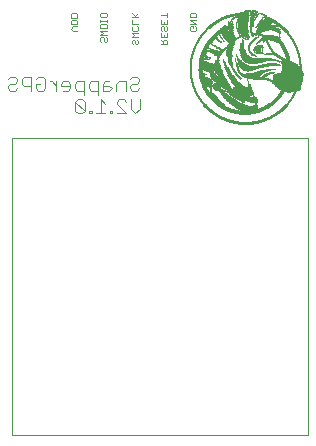
<source format=gbr>
G04 EAGLE Gerber RS-274X export*
G75*
%MOMM*%
%FSLAX34Y34*%
%LPD*%
%INSilkscreen Bottom*%
%IPPOS*%
%AMOC8*
5,1,8,0,0,1.08239X$1,22.5*%
G01*
%ADD10C,0.101600*%
%ADD11R,0.472500X0.007500*%
%ADD12R,0.712600X0.007500*%
%ADD13R,0.877400X0.007500*%
%ADD14R,1.027500X0.007500*%
%ADD15R,1.162400X0.007500*%
%ADD16R,1.275000X0.007500*%
%ADD17R,1.387400X0.007500*%
%ADD18R,1.477400X0.007500*%
%ADD19R,1.567500X0.007500*%
%ADD20R,1.657600X0.007500*%
%ADD21R,1.740000X0.007500*%
%ADD22R,1.822500X0.007500*%
%ADD23R,1.897500X0.007500*%
%ADD24R,1.972500X0.007500*%
%ADD25R,2.032600X0.007500*%
%ADD26R,2.107500X0.007500*%
%ADD27R,2.167600X0.007500*%
%ADD28R,2.227500X0.007500*%
%ADD29R,2.295000X0.007500*%
%ADD30R,2.347500X0.007500*%
%ADD31R,2.407600X0.007500*%
%ADD32R,2.467500X0.007500*%
%ADD33R,2.527500X0.007500*%
%ADD34R,2.572500X0.007500*%
%ADD35R,2.632600X0.007500*%
%ADD36R,1.095000X0.007500*%
%ADD37R,1.102500X0.007500*%
%ADD38R,1.012500X0.007500*%
%ADD39R,1.012400X0.007500*%
%ADD40R,0.952600X0.007500*%
%ADD41R,0.899900X0.007500*%
%ADD42R,0.900100X0.007500*%
%ADD43R,0.870000X0.007500*%
%ADD44R,0.862600X0.007500*%
%ADD45R,0.832500X0.007500*%
%ADD46R,0.832600X0.007500*%
%ADD47R,0.802500X0.007500*%
%ADD48R,0.802600X0.007500*%
%ADD49R,0.780000X0.007500*%
%ADD50R,0.779900X0.007500*%
%ADD51R,0.757500X0.007500*%
%ADD52R,0.750000X0.007500*%
%ADD53R,0.735000X0.007500*%
%ADD54R,0.720100X0.007500*%
%ADD55R,0.712500X0.007500*%
%ADD56R,0.697500X0.007500*%
%ADD57R,0.697400X0.007500*%
%ADD58R,0.682600X0.007500*%
%ADD59R,0.682500X0.007500*%
%ADD60R,0.667500X0.007500*%
%ADD61R,0.660000X0.007500*%
%ADD62R,0.652500X0.007500*%
%ADD63R,0.637600X0.007500*%
%ADD64R,0.645000X0.007500*%
%ADD65R,0.630000X0.007500*%
%ADD66R,0.622500X0.007500*%
%ADD67R,0.615000X0.007500*%
%ADD68R,0.607500X0.007500*%
%ADD69R,0.607400X0.007500*%
%ADD70R,0.600000X0.007500*%
%ADD71R,0.592500X0.007500*%
%ADD72R,0.585000X0.007500*%
%ADD73R,0.592400X0.007500*%
%ADD74R,0.577600X0.007500*%
%ADD75R,0.569900X0.007500*%
%ADD76R,0.570100X0.007500*%
%ADD77R,0.562400X0.007500*%
%ADD78R,0.562500X0.007500*%
%ADD79R,0.555000X0.007500*%
%ADD80R,0.554900X0.007500*%
%ADD81R,0.547500X0.007500*%
%ADD82R,0.547400X0.007500*%
%ADD83R,0.540000X0.007500*%
%ADD84R,0.540100X0.007500*%
%ADD85R,0.532500X0.007500*%
%ADD86R,0.524900X0.007500*%
%ADD87R,0.517600X0.007500*%
%ADD88R,0.517400X0.007500*%
%ADD89R,0.509900X0.007500*%
%ADD90R,0.510100X0.007500*%
%ADD91R,0.502400X0.007500*%
%ADD92R,0.502500X0.007500*%
%ADD93R,0.494900X0.007500*%
%ADD94R,0.495000X0.007500*%
%ADD95R,0.487500X0.007500*%
%ADD96R,0.480000X0.007500*%
%ADD97R,0.480100X0.007500*%
%ADD98R,0.472400X0.007500*%
%ADD99R,0.465000X0.007500*%
%ADD100R,0.465100X0.007500*%
%ADD101R,0.464900X0.007500*%
%ADD102R,0.457400X0.007500*%
%ADD103R,0.457600X0.007500*%
%ADD104R,0.450100X0.007500*%
%ADD105R,0.457500X0.007500*%
%ADD106R,0.450000X0.007500*%
%ADD107R,0.442400X0.007500*%
%ADD108R,0.442500X0.007500*%
%ADD109R,0.435000X0.007500*%
%ADD110R,0.435100X0.007500*%
%ADD111R,0.434900X0.007500*%
%ADD112R,0.427600X0.007500*%
%ADD113R,0.427400X0.007500*%
%ADD114R,0.420100X0.007500*%
%ADD115R,0.419900X0.007500*%
%ADD116R,0.427500X0.007500*%
%ADD117R,0.420000X0.007500*%
%ADD118R,0.412400X0.007500*%
%ADD119R,0.412500X0.007500*%
%ADD120R,0.412600X0.007500*%
%ADD121R,0.405000X0.007500*%
%ADD122R,0.404900X0.007500*%
%ADD123R,0.405100X0.007500*%
%ADD124R,0.397500X0.007500*%
%ADD125R,0.389900X0.007500*%
%ADD126R,0.390000X0.007500*%
%ADD127R,0.382600X0.007500*%
%ADD128R,0.390100X0.007500*%
%ADD129R,0.382400X0.007500*%
%ADD130R,0.382500X0.007500*%
%ADD131R,0.375000X0.007500*%
%ADD132R,0.367400X0.007500*%
%ADD133R,0.367600X0.007500*%
%ADD134R,0.367500X0.007500*%
%ADD135R,0.359900X0.007500*%
%ADD136R,0.360100X0.007500*%
%ADD137R,0.360000X0.007500*%
%ADD138R,0.352400X0.007500*%
%ADD139R,0.352600X0.007500*%
%ADD140R,0.352500X0.007500*%
%ADD141R,0.344900X0.007500*%
%ADD142R,0.345100X0.007500*%
%ADD143R,0.345000X0.007500*%
%ADD144R,0.337500X0.007500*%
%ADD145R,0.337600X0.007500*%
%ADD146R,0.817500X0.007500*%
%ADD147R,0.952500X0.007500*%
%ADD148R,0.329900X0.007500*%
%ADD149R,1.072400X0.007500*%
%ADD150R,1.177600X0.007500*%
%ADD151R,1.274900X0.007500*%
%ADD152R,0.337400X0.007500*%
%ADD153R,1.357500X0.007500*%
%ADD154R,0.330000X0.007500*%
%ADD155R,1.440000X0.007500*%
%ADD156R,0.322600X0.007500*%
%ADD157R,1.515000X0.007500*%
%ADD158R,1.590000X0.007500*%
%ADD159R,0.322500X0.007500*%
%ADD160R,1.657500X0.007500*%
%ADD161R,0.322400X0.007500*%
%ADD162R,1.725100X0.007500*%
%ADD163R,1.792500X0.007500*%
%ADD164R,1.852500X0.007500*%
%ADD165R,0.315000X0.007500*%
%ADD166R,1.912400X0.007500*%
%ADD167R,1.972600X0.007500*%
%ADD168R,2.032500X0.007500*%
%ADD169R,0.314900X0.007500*%
%ADD170R,2.077500X0.007500*%
%ADD171R,2.137500X0.007500*%
%ADD172R,2.190000X0.007500*%
%ADD173R,2.242500X0.007500*%
%ADD174R,0.307600X0.007500*%
%ADD175R,2.287500X0.007500*%
%ADD176R,2.332500X0.007500*%
%ADD177R,2.385100X0.007500*%
%ADD178R,0.307500X0.007500*%
%ADD179R,2.430100X0.007500*%
%ADD180R,0.315100X0.007500*%
%ADD181R,2.475100X0.007500*%
%ADD182R,2.520000X0.007500*%
%ADD183R,2.565000X0.007500*%
%ADD184R,0.307400X0.007500*%
%ADD185R,2.609900X0.007500*%
%ADD186R,0.300100X0.007500*%
%ADD187R,2.647400X0.007500*%
%ADD188R,2.685000X0.007500*%
%ADD189R,0.300000X0.007500*%
%ADD190R,2.730000X0.007500*%
%ADD191R,2.767500X0.007500*%
%ADD192R,2.805100X0.007500*%
%ADD193R,0.292500X0.007500*%
%ADD194R,2.850100X0.007500*%
%ADD195R,0.299900X0.007500*%
%ADD196R,2.880000X0.007500*%
%ADD197R,1.762600X0.007500*%
%ADD198R,0.292400X0.007500*%
%ADD199R,1.777600X0.007500*%
%ADD200R,1.050000X0.007500*%
%ADD201R,1.830000X0.007500*%
%ADD202R,1.035000X0.007500*%
%ADD203R,1.859900X0.007500*%
%ADD204R,1.020000X0.007500*%
%ADD205R,0.292600X0.007500*%
%ADD206R,1.882600X0.007500*%
%ADD207R,1.005000X0.007500*%
%ADD208R,1.920000X0.007500*%
%ADD209R,0.930000X0.007500*%
%ADD210R,1.942600X0.007500*%
%ADD211R,0.907600X0.007500*%
%ADD212R,0.892500X0.007500*%
%ADD213R,1.995000X0.007500*%
%ADD214R,0.869900X0.007500*%
%ADD215R,0.285100X0.007500*%
%ADD216R,0.285000X0.007500*%
%ADD217R,2.032400X0.007500*%
%ADD218R,0.855100X0.007500*%
%ADD219R,2.055100X0.007500*%
%ADD220R,0.847500X0.007500*%
%ADD221R,2.085000X0.007500*%
%ADD222R,0.832400X0.007500*%
%ADD223R,2.107600X0.007500*%
%ADD224R,0.824900X0.007500*%
%ADD225R,2.137400X0.007500*%
%ADD226R,0.810000X0.007500*%
%ADD227R,2.167500X0.007500*%
%ADD228R,0.795000X0.007500*%
%ADD229R,2.197600X0.007500*%
%ADD230R,2.227400X0.007500*%
%ADD231R,0.284900X0.007500*%
%ADD232R,2.250000X0.007500*%
%ADD233R,0.757400X0.007500*%
%ADD234R,0.277500X0.007500*%
%ADD235R,2.280000X0.007500*%
%ADD236R,0.735100X0.007500*%
%ADD237R,0.277400X0.007500*%
%ADD238R,2.310100X0.007500*%
%ADD239R,0.727500X0.007500*%
%ADD240R,2.332400X0.007500*%
%ADD241R,2.362600X0.007500*%
%ADD242R,0.007500X0.007500*%
%ADD243R,0.277600X0.007500*%
%ADD244R,2.385000X0.007500*%
%ADD245R,0.705000X0.007500*%
%ADD246R,0.675000X0.007500*%
%ADD247R,1.725000X0.007500*%
%ADD248R,0.704900X0.007500*%
%ADD249R,1.732400X0.007500*%
%ADD250R,0.270000X0.007500*%
%ADD251R,1.747500X0.007500*%
%ADD252R,0.690000X0.007500*%
%ADD253R,0.652400X0.007500*%
%ADD254R,1.755000X0.007500*%
%ADD255R,0.667400X0.007500*%
%ADD256R,0.270100X0.007500*%
%ADD257R,0.637500X0.007500*%
%ADD258R,1.777500X0.007500*%
%ADD259R,0.629900X0.007500*%
%ADD260R,0.269900X0.007500*%
%ADD261R,1.800100X0.007500*%
%ADD262R,1.799900X0.007500*%
%ADD263R,1.814900X0.007500*%
%ADD264R,1.822400X0.007500*%
%ADD265R,1.837400X0.007500*%
%ADD266R,0.592600X0.007500*%
%ADD267R,1.837600X0.007500*%
%ADD268R,1.845000X0.007500*%
%ADD269R,0.262400X0.007500*%
%ADD270R,0.577500X0.007500*%
%ADD271R,0.622400X0.007500*%
%ADD272R,0.262500X0.007500*%
%ADD273R,1.860000X0.007500*%
%ADD274R,0.614900X0.007500*%
%ADD275R,0.577400X0.007500*%
%ADD276R,1.867500X0.007500*%
%ADD277R,0.262600X0.007500*%
%ADD278R,1.875100X0.007500*%
%ADD279R,1.890000X0.007500*%
%ADD280R,1.890100X0.007500*%
%ADD281R,0.570000X0.007500*%
%ADD282R,1.905000X0.007500*%
%ADD283R,1.912500X0.007500*%
%ADD284R,1.927600X0.007500*%
%ADD285R,0.532400X0.007500*%
%ADD286R,1.942500X0.007500*%
%ADD287R,0.525000X0.007500*%
%ADD288R,0.255100X0.007500*%
%ADD289R,1.950000X0.007500*%
%ADD290R,0.517500X0.007500*%
%ADD291R,1.957500X0.007500*%
%ADD292R,0.255000X0.007500*%
%ADD293R,1.965000X0.007500*%
%ADD294R,0.254900X0.007500*%
%ADD295R,0.510000X0.007500*%
%ADD296R,1.410000X0.007500*%
%ADD297R,1.305100X0.007500*%
%ADD298R,1.267500X0.007500*%
%ADD299R,1.237600X0.007500*%
%ADD300R,1.215000X0.007500*%
%ADD301R,1.192500X0.007500*%
%ADD302R,1.170000X0.007500*%
%ADD303R,0.487600X0.007500*%
%ADD304R,0.622600X0.007500*%
%ADD305R,0.247500X0.007500*%
%ADD306R,1.140100X0.007500*%
%ADD307R,0.247600X0.007500*%
%ADD308R,1.125000X0.007500*%
%ADD309R,0.645100X0.007500*%
%ADD310R,0.247400X0.007500*%
%ADD311R,1.117600X0.007500*%
%ADD312R,0.667600X0.007500*%
%ADD313R,1.087500X0.007500*%
%ADD314R,1.079900X0.007500*%
%ADD315R,1.064900X0.007500*%
%ADD316R,0.232500X0.007500*%
%ADD317R,1.057400X0.007500*%
%ADD318R,0.225100X0.007500*%
%ADD319R,1.042400X0.007500*%
%ADD320R,0.674900X0.007500*%
%ADD321R,0.210000X0.007500*%
%ADD322R,0.202400X0.007500*%
%ADD323R,0.682400X0.007500*%
%ADD324R,0.194900X0.007500*%
%ADD325R,1.004900X0.007500*%
%ADD326R,0.240000X0.007500*%
%ADD327R,0.997500X0.007500*%
%ADD328R,0.689900X0.007500*%
%ADD329R,0.449900X0.007500*%
%ADD330R,0.180100X0.007500*%
%ADD331R,0.990000X0.007500*%
%ADD332R,0.989900X0.007500*%
%ADD333R,0.690100X0.007500*%
%ADD334R,0.172500X0.007500*%
%ADD335R,0.982500X0.007500*%
%ADD336R,0.975100X0.007500*%
%ADD337R,0.697600X0.007500*%
%ADD338R,0.165000X0.007500*%
%ADD339R,0.967500X0.007500*%
%ADD340R,0.157500X0.007500*%
%ADD341R,0.960000X0.007500*%
%ADD342R,0.240100X0.007500*%
%ADD343R,0.149900X0.007500*%
%ADD344R,0.952400X0.007500*%
%ADD345R,0.705100X0.007500*%
%ADD346R,0.945100X0.007500*%
%ADD347R,0.142500X0.007500*%
%ADD348R,0.937500X0.007500*%
%ADD349R,0.239900X0.007500*%
%ADD350R,0.135000X0.007500*%
%ADD351R,0.922400X0.007500*%
%ADD352R,0.922500X0.007500*%
%ADD353R,0.915000X0.007500*%
%ADD354R,0.712400X0.007500*%
%ADD355R,0.105100X0.007500*%
%ADD356R,0.015100X0.007500*%
%ADD357R,0.907400X0.007500*%
%ADD358R,0.097500X0.007500*%
%ADD359R,0.907500X0.007500*%
%ADD360R,0.157600X0.007500*%
%ADD361R,0.090000X0.007500*%
%ADD362R,0.022600X0.007500*%
%ADD363R,0.052500X0.007500*%
%ADD364R,0.472600X0.007500*%
%ADD365R,0.067600X0.007500*%
%ADD366R,0.075000X0.007500*%
%ADD367R,0.885000X0.007500*%
%ADD368R,0.089900X0.007500*%
%ADD369R,0.877500X0.007500*%
%ADD370R,0.232400X0.007500*%
%ADD371R,0.030000X0.007500*%
%ADD372R,0.877600X0.007500*%
%ADD373R,0.232600X0.007500*%
%ADD374R,0.045100X0.007500*%
%ADD375R,0.135100X0.007500*%
%ADD376R,0.157400X0.007500*%
%ADD377R,0.870100X0.007500*%
%ADD378R,0.172400X0.007500*%
%ADD379R,0.862500X0.007500*%
%ADD380R,0.787500X0.007500*%
%ADD381R,0.195100X0.007500*%
%ADD382R,0.854900X0.007500*%
%ADD383R,0.397400X0.007500*%
%ADD384R,0.847400X0.007500*%
%ADD385R,0.225000X0.007500*%
%ADD386R,0.855000X0.007500*%
%ADD387R,0.840000X0.007500*%
%ADD388R,0.720000X0.007500*%
%ADD389R,0.825000X0.007500*%
%ADD390R,0.817400X0.007500*%
%ADD391R,0.810100X0.007500*%
%ADD392R,0.224900X0.007500*%
%ADD393R,0.975000X0.007500*%
%ADD394R,0.719900X0.007500*%
%ADD395R,0.990100X0.007500*%
%ADD396R,0.787400X0.007500*%
%ADD397R,0.787600X0.007500*%
%ADD398R,1.005100X0.007500*%
%ADD399R,0.539900X0.007500*%
%ADD400R,0.772500X0.007500*%
%ADD401R,0.765000X0.007500*%
%ADD402R,0.764900X0.007500*%
%ADD403R,1.605100X0.007500*%
%ADD404R,0.757600X0.007500*%
%ADD405R,1.620000X0.007500*%
%ADD406R,1.627400X0.007500*%
%ADD407R,1.634900X0.007500*%
%ADD408R,1.642500X0.007500*%
%ADD409R,0.742500X0.007500*%
%ADD410R,1.665000X0.007500*%
%ADD411R,0.217400X0.007500*%
%ADD412R,1.680000X0.007500*%
%ADD413R,1.687500X0.007500*%
%ADD414R,1.694900X0.007500*%
%ADD415R,0.217500X0.007500*%
%ADD416R,1.702600X0.007500*%
%ADD417R,0.217600X0.007500*%
%ADD418R,1.717500X0.007500*%
%ADD419R,1.747400X0.007500*%
%ADD420R,1.762400X0.007500*%
%ADD421R,1.770100X0.007500*%
%ADD422R,0.675100X0.007500*%
%ADD423R,1.785100X0.007500*%
%ADD424R,1.792400X0.007500*%
%ADD425R,1.800000X0.007500*%
%ADD426R,1.807600X0.007500*%
%ADD427R,1.807500X0.007500*%
%ADD428R,1.507600X0.007500*%
%ADD429R,1.462400X0.007500*%
%ADD430R,0.209900X0.007500*%
%ADD431R,1.432400X0.007500*%
%ADD432R,0.067500X0.007500*%
%ADD433R,1.395000X0.007500*%
%ADD434R,0.644900X0.007500*%
%ADD435R,1.350000X0.007500*%
%ADD436R,1.320000X0.007500*%
%ADD437R,0.067400X0.007500*%
%ADD438R,1.305000X0.007500*%
%ADD439R,0.210100X0.007500*%
%ADD440R,1.297600X0.007500*%
%ADD441R,1.297500X0.007500*%
%ADD442R,1.282600X0.007500*%
%ADD443R,1.282400X0.007500*%
%ADD444R,1.282500X0.007500*%
%ADD445R,0.599900X0.007500*%
%ADD446R,1.267400X0.007500*%
%ADD447R,1.260000X0.007500*%
%ADD448R,0.195000X0.007500*%
%ADD449R,1.507500X0.007500*%
%ADD450R,1.545000X0.007500*%
%ADD451R,1.582600X0.007500*%
%ADD452R,1.612400X0.007500*%
%ADD453R,1.635000X0.007500*%
%ADD454R,0.660100X0.007500*%
%ADD455R,1.657400X0.007500*%
%ADD456R,0.330100X0.007500*%
%ADD457R,0.659900X0.007500*%
%ADD458R,1.702400X0.007500*%
%ADD459R,0.547600X0.007500*%
%ADD460R,1.747600X0.007500*%
%ADD461R,0.202500X0.007500*%
%ADD462R,0.525100X0.007500*%
%ADD463R,0.074900X0.007500*%
%ADD464R,1.829900X0.007500*%
%ADD465R,0.202600X0.007500*%
%ADD466R,1.875000X0.007500*%
%ADD467R,0.502600X0.007500*%
%ADD468R,1.889900X0.007500*%
%ADD469R,0.075100X0.007500*%
%ADD470R,1.927500X0.007500*%
%ADD471R,1.935100X0.007500*%
%ADD472R,0.615100X0.007500*%
%ADD473R,1.980100X0.007500*%
%ADD474R,1.987500X0.007500*%
%ADD475R,2.002400X0.007500*%
%ADD476R,0.600100X0.007500*%
%ADD477R,2.009900X0.007500*%
%ADD478R,2.017500X0.007500*%
%ADD479R,0.584900X0.007500*%
%ADD480R,2.099900X0.007500*%
%ADD481R,2.092500X0.007500*%
%ADD482R,2.122500X0.007500*%
%ADD483R,2.145000X0.007500*%
%ADD484R,0.187500X0.007500*%
%ADD485R,2.159900X0.007500*%
%ADD486R,2.174900X0.007500*%
%ADD487R,2.197400X0.007500*%
%ADD488R,0.150000X0.007500*%
%ADD489R,2.212500X0.007500*%
%ADD490R,0.127500X0.007500*%
%ADD491R,2.047600X0.007500*%
%ADD492R,0.120000X0.007500*%
%ADD493R,2.040000X0.007500*%
%ADD494R,0.105000X0.007500*%
%ADD495R,2.024900X0.007500*%
%ADD496R,0.097600X0.007500*%
%ADD497R,2.002500X0.007500*%
%ADD498R,0.180000X0.007500*%
%ADD499R,1.095100X0.007500*%
%ADD500R,1.102600X0.007500*%
%ADD501R,1.102400X0.007500*%
%ADD502R,1.094900X0.007500*%
%ADD503R,2.062500X0.007500*%
%ADD504R,1.447600X0.007500*%
%ADD505R,2.070000X0.007500*%
%ADD506R,1.485000X0.007500*%
%ADD507R,2.092600X0.007500*%
%ADD508R,1.492500X0.007500*%
%ADD509R,2.114900X0.007500*%
%ADD510R,1.507400X0.007500*%
%ADD511R,2.129900X0.007500*%
%ADD512R,1.522500X0.007500*%
%ADD513R,2.144900X0.007500*%
%ADD514R,1.537500X0.007500*%
%ADD515R,2.152600X0.007500*%
%ADD516R,0.112600X0.007500*%
%ADD517R,0.037500X0.007500*%
%ADD518R,1.560100X0.007500*%
%ADD519R,1.590100X0.007500*%
%ADD520R,2.175000X0.007500*%
%ADD521R,1.612500X0.007500*%
%ADD522R,2.190100X0.007500*%
%ADD523R,1.635100X0.007500*%
%ADD524R,1.650000X0.007500*%
%ADD525R,2.212400X0.007500*%
%ADD526R,0.727600X0.007500*%
%ADD527R,1.672500X0.007500*%
%ADD528R,1.709900X0.007500*%
%ADD529R,2.242600X0.007500*%
%ADD530R,1.650100X0.007500*%
%ADD531R,1.642600X0.007500*%
%ADD532R,1.785000X0.007500*%
%ADD533R,1.620100X0.007500*%
%ADD534R,1.792600X0.007500*%
%ADD535R,1.604900X0.007500*%
%ADD536R,1.822600X0.007500*%
%ADD537R,1.845100X0.007500*%
%ADD538R,1.582500X0.007500*%
%ADD539R,1.882500X0.007500*%
%ADD540R,1.575100X0.007500*%
%ADD541R,0.630100X0.007500*%
%ADD542R,1.897600X0.007500*%
%ADD543R,1.559900X0.007500*%
%ADD544R,1.290000X0.007500*%
%ADD545R,1.920100X0.007500*%
%ADD546R,1.297400X0.007500*%
%ADD547R,1.957600X0.007500*%
%ADD548R,1.304900X0.007500*%
%ADD549R,0.637400X0.007500*%
%ADD550R,2.002600X0.007500*%
%ADD551R,2.025000X0.007500*%
%ADD552R,0.734900X0.007500*%
%ADD553R,0.187600X0.007500*%
%ADD554R,0.780100X0.007500*%
%ADD555R,0.742400X0.007500*%
%ADD556R,2.055000X0.007500*%
%ADD557R,2.070100X0.007500*%
%ADD558R,0.442600X0.007500*%
%ADD559R,2.100100X0.007500*%
%ADD560R,0.765100X0.007500*%
%ADD561R,0.495100X0.007500*%
%ADD562R,2.115000X0.007500*%
%ADD563R,2.130000X0.007500*%
%ADD564R,0.825100X0.007500*%
%ADD565R,2.152400X0.007500*%
%ADD566R,2.167400X0.007500*%
%ADD567R,2.182400X0.007500*%
%ADD568R,2.205000X0.007500*%
%ADD569R,0.795100X0.007500*%
%ADD570R,2.235100X0.007500*%
%ADD571R,0.809900X0.007500*%
%ADD572R,2.257500X0.007500*%
%ADD573R,0.487400X0.007500*%
%ADD574R,0.885100X0.007500*%
%ADD575R,2.265100X0.007500*%
%ADD576R,0.082400X0.007500*%
%ADD577R,0.015000X0.007500*%
%ADD578R,0.900000X0.007500*%
%ADD579R,2.287600X0.007500*%
%ADD580R,0.082500X0.007500*%
%ADD581R,0.652600X0.007500*%
%ADD582R,0.014900X0.007500*%
%ADD583R,2.302500X0.007500*%
%ADD584R,0.082600X0.007500*%
%ADD585R,2.310000X0.007500*%
%ADD586R,2.340000X0.007500*%
%ADD587R,2.355000X0.007500*%
%ADD588R,2.362500X0.007500*%
%ADD589R,2.370100X0.007500*%
%ADD590R,0.922600X0.007500*%
%ADD591R,0.060000X0.007500*%
%ADD592R,2.392500X0.007500*%
%ADD593R,2.400000X0.007500*%
%ADD594R,0.930100X0.007500*%
%ADD595R,2.415000X0.007500*%
%ADD596R,2.422600X0.007500*%
%ADD597R,0.937600X0.007500*%
%ADD598R,2.437500X0.007500*%
%ADD599R,0.945000X0.007500*%
%ADD600R,2.452500X0.007500*%
%ADD601R,2.459900X0.007500*%
%ADD602R,2.467400X0.007500*%
%ADD603R,2.482600X0.007500*%
%ADD604R,2.497500X0.007500*%
%ADD605R,2.505100X0.007500*%
%ADD606R,0.929900X0.007500*%
%ADD607R,2.542500X0.007500*%
%ADD608R,2.557600X0.007500*%
%ADD609R,2.587500X0.007500*%
%ADD610R,2.602400X0.007500*%
%ADD611R,0.585100X0.007500*%
%ADD612R,2.610000X0.007500*%
%ADD613R,2.617400X0.007500*%
%ADD614R,0.982600X0.007500*%
%ADD615R,2.640000X0.007500*%
%ADD616R,2.647500X0.007500*%
%ADD617R,2.662500X0.007500*%
%ADD618R,2.677500X0.007500*%
%ADD619R,0.997600X0.007500*%
%ADD620R,2.692500X0.007500*%
%ADD621R,2.497600X0.007500*%
%ADD622R,2.512500X0.007500*%
%ADD623R,0.555100X0.007500*%
%ADD624R,0.007600X0.007500*%
%ADD625R,0.022500X0.007500*%
%ADD626R,2.519900X0.007500*%
%ADD627R,1.065000X0.007500*%
%ADD628R,2.527400X0.007500*%
%ADD629R,0.179900X0.007500*%
%ADD630R,2.535000X0.007500*%
%ADD631R,1.072500X0.007500*%
%ADD632R,1.019900X0.007500*%
%ADD633R,1.080000X0.007500*%
%ADD634R,2.550100X0.007500*%
%ADD635R,0.532600X0.007500*%
%ADD636R,1.027400X0.007500*%
%ADD637R,1.109900X0.007500*%
%ADD638R,1.110000X0.007500*%
%ADD639R,0.059900X0.007500*%
%ADD640R,0.045000X0.007500*%
%ADD641R,1.132400X0.007500*%
%ADD642R,1.139900X0.007500*%
%ADD643R,2.572400X0.007500*%
%ADD644R,1.147500X0.007500*%
%ADD645R,1.057600X0.007500*%
%ADD646R,0.052400X0.007500*%
%ADD647R,1.237500X0.007500*%
%ADD648R,1.169900X0.007500*%
%ADD649R,1.229900X0.007500*%
%ADD650R,2.580000X0.007500*%
%ADD651R,1.230000X0.007500*%
%ADD652R,0.884900X0.007500*%
%ADD653R,1.222500X0.007500*%
%ADD654R,0.862400X0.007500*%
%ADD655R,0.090100X0.007500*%
%ADD656R,1.455000X0.007500*%
%ADD657R,0.104900X0.007500*%
%ADD658R,1.477500X0.007500*%
%ADD659R,1.207400X0.007500*%
%ADD660R,1.500000X0.007500*%
%ADD661R,2.595000X0.007500*%
%ADD662R,1.200000X0.007500*%
%ADD663R,1.485100X0.007500*%
%ADD664R,0.142600X0.007500*%
%ADD665R,1.185000X0.007500*%
%ADD666R,1.425100X0.007500*%
%ADD667R,1.177500X0.007500*%
%ADD668R,1.462500X0.007500*%
%ADD669R,1.185100X0.007500*%
%ADD670R,2.602500X0.007500*%
%ADD671R,0.479900X0.007500*%
%ADD672R,1.192600X0.007500*%
%ADD673R,2.595100X0.007500*%
%ADD674R,1.057500X0.007500*%
%ADD675R,1.117500X0.007500*%
%ADD676R,1.170100X0.007500*%
%ADD677R,2.594900X0.007500*%
%ADD678R,1.184900X0.007500*%
%ADD679R,1.252500X0.007500*%
%ADD680R,0.397600X0.007500*%
%ADD681R,2.587400X0.007500*%
%ADD682R,1.275100X0.007500*%
%ADD683R,1.327600X0.007500*%
%ADD684R,1.357400X0.007500*%
%ADD685R,1.380000X0.007500*%
%ADD686R,1.402600X0.007500*%
%ADD687R,2.564900X0.007500*%
%ADD688R,1.424900X0.007500*%
%ADD689R,2.557500X0.007500*%
%ADD690R,1.469900X0.007500*%
%ADD691R,2.549900X0.007500*%
%ADD692R,2.550000X0.007500*%
%ADD693R,1.522600X0.007500*%
%ADD694R,1.575000X0.007500*%
%ADD695R,2.527600X0.007500*%
%ADD696R,1.605000X0.007500*%
%ADD697R,2.490000X0.007500*%
%ADD698R,2.475000X0.007500*%
%ADD699R,1.695000X0.007500*%
%ADD700R,2.460100X0.007500*%
%ADD701R,1.710100X0.007500*%
%ADD702R,2.445100X0.007500*%
%ADD703R,2.430000X0.007500*%
%ADD704R,1.769900X0.007500*%
%ADD705R,2.400100X0.007500*%
%ADD706R,2.377600X0.007500*%
%ADD707R,2.325000X0.007500*%
%ADD708R,2.295100X0.007500*%
%ADD709R,1.844900X0.007500*%
%ADD710R,2.265000X0.007500*%
%ADD711R,1.867600X0.007500*%
%ADD712R,1.192400X0.007500*%
%ADD713R,1.132500X0.007500*%
%ADD714R,1.087600X0.007500*%
%ADD715R,1.050100X0.007500*%
%ADD716R,1.012600X0.007500*%
%ADD717R,1.949900X0.007500*%
%ADD718R,0.982400X0.007500*%
%ADD719R,1.935000X0.007500*%
%ADD720R,1.919900X0.007500*%
%ADD721R,0.375100X0.007500*%
%ADD722R,1.882400X0.007500*%
%ADD723R,1.867400X0.007500*%
%ADD724R,1.837500X0.007500*%
%ADD725R,0.749900X0.007500*%
%ADD726R,1.815000X0.007500*%
%ADD727R,0.172600X0.007500*%
%ADD728R,1.762500X0.007500*%
%ADD729R,1.732500X0.007500*%
%ADD730R,1.702500X0.007500*%
%ADD731R,1.695100X0.007500*%
%ADD732R,0.839900X0.007500*%
%ADD733R,1.664900X0.007500*%
%ADD734R,0.944900X0.007500*%
%ADD735R,0.892600X0.007500*%
%ADD736R,1.065100X0.007500*%
%ADD737R,1.132600X0.007500*%
%ADD738R,0.150100X0.007500*%
%ADD739R,1.162500X0.007500*%
%ADD740R,1.222600X0.007500*%
%ADD741R,1.897400X0.007500*%
%ADD742R,1.342400X0.007500*%
%ADD743R,1.365000X0.007500*%
%ADD744R,1.432500X0.007500*%
%ADD745R,1.672600X0.007500*%
%ADD746R,1.710000X0.007500*%
%ADD747R,2.010100X0.007500*%
%ADD748R,1.439900X0.007500*%
%ADD749R,2.160000X0.007500*%
%ADD750R,2.212600X0.007500*%
%ADD751R,1.425000X0.007500*%
%ADD752R,1.417500X0.007500*%
%ADD753R,1.410100X0.007500*%
%ADD754R,0.847600X0.007500*%
%ADD755R,1.387500X0.007500*%
%ADD756R,1.380100X0.007500*%
%ADD757R,0.802400X0.007500*%
%ADD758R,1.372600X0.007500*%
%ADD759R,1.365100X0.007500*%
%ADD760R,1.357600X0.007500*%
%ADD761R,1.342600X0.007500*%
%ADD762R,0.134900X0.007500*%
%ADD763R,1.335100X0.007500*%
%ADD764R,0.030100X0.007500*%
%ADD765R,1.327500X0.007500*%
%ADD766R,0.052600X0.007500*%
%ADD767R,1.320100X0.007500*%
%ADD768R,1.312500X0.007500*%
%ADD769R,1.529900X0.007500*%
%ADD770R,1.252400X0.007500*%
%ADD771R,0.119900X0.007500*%
%ADD772R,1.245000X0.007500*%
%ADD773R,1.447500X0.007500*%
%ADD774R,1.402400X0.007500*%
%ADD775R,1.349900X0.007500*%
%ADD776R,0.112500X0.007500*%
%ADD777R,1.290100X0.007500*%
%ADD778R,1.222400X0.007500*%
%ADD779R,1.252600X0.007500*%
%ADD780R,1.162600X0.007500*%
%ADD781R,0.914900X0.007500*%
%ADD782R,0.097400X0.007500*%
%ADD783R,1.147400X0.007500*%
%ADD784R,1.140000X0.007500*%
%ADD785R,1.087400X0.007500*%
%ADD786R,0.817600X0.007500*%
%ADD787R,0.127400X0.007500*%
%ADD788R,0.120100X0.007500*%
%ADD789R,0.997400X0.007500*%
%ADD790R,1.177400X0.007500*%
%ADD791R,0.112400X0.007500*%
%ADD792R,0.960100X0.007500*%
%ADD793R,0.007400X0.007500*%
%ADD794R,0.060100X0.007500*%
%ADD795R,1.552500X0.007500*%
%ADD796R,0.187400X0.007500*%
%ADD797R,1.777400X0.007500*%
%ADD798R,1.815100X0.007500*%
%ADD799R,1.972400X0.007500*%
%ADD800R,2.047400X0.007500*%
%ADD801R,2.257400X0.007500*%
%ADD802R,2.812500X0.007500*%
%ADD803R,2.797500X0.007500*%
%ADD804R,2.782400X0.007500*%
%ADD805R,2.760000X0.007500*%
%ADD806R,2.745000X0.007500*%
%ADD807R,2.730100X0.007500*%
%ADD808R,0.037600X0.007500*%
%ADD809R,2.715000X0.007500*%
%ADD810R,0.029900X0.007500*%
%ADD811R,2.669900X0.007500*%
%ADD812R,2.655100X0.007500*%
%ADD813R,2.625000X0.007500*%
%ADD814R,2.572600X0.007500*%
%ADD815R,2.489900X0.007500*%
%ADD816R,2.467600X0.007500*%
%ADD817R,1.035100X0.007500*%
%ADD818R,0.037400X0.007500*%
%ADD819R,0.974900X0.007500*%
%ADD820R,0.727400X0.007500*%
%ADD821R,0.840100X0.007500*%
%ADD822R,0.022400X0.007500*%
%ADD823R,1.042500X0.007500*%
%ADD824R,0.044900X0.007500*%
%ADD825R,0.562600X0.007500*%
%ADD826R,0.165100X0.007500*%
%ADD827R,1.072600X0.007500*%
%ADD828R,1.289900X0.007500*%
%ADD829R,1.027600X0.007500*%
%ADD830R,1.267600X0.007500*%
%ADD831R,1.455100X0.007500*%
%ADD832R,1.372500X0.007500*%
%ADD833R,1.327400X0.007500*%
%ADD834R,1.020100X0.007500*%
%ADD835R,0.750100X0.007500*%
%ADD836R,0.772600X0.007500*%
%ADD837R,1.034900X0.007500*%
%ADD838R,0.742600X0.007500*%
%ADD839R,0.164900X0.007500*%
%ADD840R,0.967600X0.007500*%
%ADD841R,0.127600X0.007500*%
%ADD842R,0.794900X0.007500*%
%ADD843R,0.772400X0.007500*%
%ADD844R,0.142400X0.007500*%
%ADD845R,0.892400X0.007500*%
%ADD846R,1.904900X0.007500*%
%ADD847R,1.717400X0.007500*%
%ADD848R,0.915100X0.007500*%
%ADD849R,1.560000X0.007500*%
%ADD850R,1.530100X0.007500*%
%ADD851R,1.454900X0.007500*%
%ADD852R,1.207500X0.007500*%
%ADD853R,1.627500X0.007500*%
%ADD854R,1.619900X0.007500*%
%ADD855R,1.597500X0.007500*%
%ADD856R,1.492600X0.007500*%
%ADD857R,1.260100X0.007500*%
%ADD858R,1.582400X0.007500*%
%ADD859R,1.552400X0.007500*%
%ADD860R,1.515100X0.007500*%
%ADD861R,1.402500X0.007500*%
%ADD862C,0.050800*%
%ADD863C,0.100000*%


D10*
X126840Y302190D02*
X128789Y304139D01*
X132687Y304139D01*
X134636Y302190D01*
X134636Y300241D01*
X132687Y298292D01*
X128789Y298292D01*
X126840Y296343D01*
X126840Y294394D01*
X128789Y292445D01*
X132687Y292445D01*
X134636Y294394D01*
X122942Y292445D02*
X122942Y300241D01*
X117095Y300241D01*
X115146Y298292D01*
X115146Y292445D01*
X109299Y300241D02*
X105401Y300241D01*
X103452Y298292D01*
X103452Y292445D01*
X109299Y292445D01*
X111248Y294394D01*
X109299Y296343D01*
X103452Y296343D01*
X99554Y300241D02*
X99554Y288547D01*
X99554Y300241D02*
X93707Y300241D01*
X91758Y298292D01*
X91758Y294394D01*
X93707Y292445D01*
X99554Y292445D01*
X87860Y288547D02*
X87860Y300241D01*
X82013Y300241D01*
X80064Y298292D01*
X80064Y294394D01*
X82013Y292445D01*
X87860Y292445D01*
X74217Y292445D02*
X70319Y292445D01*
X74217Y292445D02*
X76166Y294394D01*
X76166Y298292D01*
X74217Y300241D01*
X70319Y300241D01*
X68370Y298292D01*
X68370Y296343D01*
X76166Y296343D01*
X64472Y292445D02*
X64472Y300241D01*
X64472Y296343D02*
X60574Y300241D01*
X58625Y300241D01*
X48880Y304139D02*
X46931Y302190D01*
X48880Y304139D02*
X52778Y304139D01*
X54727Y302190D01*
X54727Y294394D01*
X52778Y292445D01*
X48880Y292445D01*
X46931Y294394D01*
X46931Y298292D01*
X50829Y298292D01*
X43033Y292445D02*
X43033Y304139D01*
X37186Y304139D01*
X35237Y302190D01*
X35237Y298292D01*
X37186Y296343D01*
X43033Y296343D01*
X25492Y304139D02*
X23543Y302190D01*
X25492Y304139D02*
X29390Y304139D01*
X31339Y302190D01*
X31339Y300241D01*
X29390Y298292D01*
X25492Y298292D01*
X23543Y296343D01*
X23543Y294394D01*
X25492Y292445D01*
X29390Y292445D01*
X31339Y294394D01*
X135136Y285089D02*
X135136Y277293D01*
X131238Y273395D01*
X127340Y277293D01*
X127340Y285089D01*
X123442Y273395D02*
X115646Y273395D01*
X123442Y273395D02*
X115646Y281191D01*
X115646Y283140D01*
X117595Y285089D01*
X121493Y285089D01*
X123442Y283140D01*
X111748Y275344D02*
X111748Y273395D01*
X111748Y275344D02*
X109799Y275344D01*
X109799Y273395D01*
X111748Y273395D01*
X105901Y281191D02*
X102003Y285089D01*
X102003Y273395D01*
X105901Y273395D02*
X98105Y273395D01*
X94207Y273395D02*
X94207Y275344D01*
X92258Y275344D01*
X92258Y273395D01*
X94207Y273395D01*
X88360Y275344D02*
X88360Y283140D01*
X86411Y285089D01*
X82513Y285089D01*
X80564Y283140D01*
X80564Y275344D01*
X82513Y273395D01*
X86411Y273395D01*
X88360Y275344D01*
X80564Y283140D01*
D11*
X224651Y263400D03*
D12*
X224650Y263475D03*
D13*
X224650Y263550D03*
D14*
X224651Y263625D03*
D15*
X224650Y263700D03*
D16*
X224688Y263775D03*
D17*
X224650Y263850D03*
D18*
X224650Y263925D03*
D19*
X224651Y264000D03*
D20*
X224650Y264075D03*
D21*
X224688Y264150D03*
D22*
X224651Y264225D03*
D23*
X224651Y264300D03*
D24*
X224651Y264375D03*
D25*
X224650Y264450D03*
D26*
X224651Y264525D03*
D27*
X224650Y264600D03*
D28*
X224651Y264675D03*
D29*
X224688Y264750D03*
D30*
X224651Y264825D03*
D31*
X224650Y264900D03*
D32*
X224651Y264975D03*
D33*
X224651Y265050D03*
D34*
X224651Y265125D03*
D35*
X224650Y265200D03*
D36*
X232563Y265275D03*
D37*
X216776Y265275D03*
D38*
X233276Y265350D03*
D39*
X216025Y265350D03*
D40*
X233800Y265425D03*
X215500Y265425D03*
D41*
X234288Y265500D03*
D42*
X215013Y265500D03*
D43*
X234738Y265575D03*
D44*
X214600Y265575D03*
D45*
X235151Y265650D03*
D46*
X214225Y265650D03*
D47*
X235526Y265725D03*
D48*
X213850Y265725D03*
D49*
X235863Y265800D03*
D50*
X213438Y265800D03*
D51*
X236201Y265875D03*
D52*
X213138Y265875D03*
D53*
X236538Y265950D03*
X212838Y265950D03*
D54*
X236838Y266025D03*
D55*
X212501Y266025D03*
D56*
X237101Y266100D03*
D57*
X212200Y266100D03*
D58*
X237400Y266175D03*
D59*
X211901Y266175D03*
D60*
X237701Y266250D03*
X211676Y266250D03*
D61*
X237963Y266325D03*
D62*
X211376Y266325D03*
D63*
X238225Y266400D03*
D64*
X211113Y266400D03*
D65*
X238488Y266475D03*
X210813Y266475D03*
D66*
X238751Y266550D03*
D67*
X210588Y266550D03*
D68*
X238976Y266625D03*
D69*
X210325Y266625D03*
D70*
X239238Y266700D03*
D71*
X210101Y266700D03*
D72*
X239463Y266775D03*
D73*
X209875Y266775D03*
D72*
X239688Y266850D03*
D74*
X209650Y266850D03*
D75*
X239913Y266925D03*
D76*
X209388Y266925D03*
D77*
X240175Y267000D03*
D78*
X209201Y267000D03*
D79*
X240363Y267075D03*
D80*
X208938Y267075D03*
D81*
X240551Y267150D03*
D82*
X208750Y267150D03*
D83*
X240813Y267225D03*
D84*
X208563Y267225D03*
D85*
X241001Y267300D03*
D83*
X208338Y267300D03*
D86*
X241188Y267375D03*
X208113Y267375D03*
D87*
X241375Y267450D03*
D88*
X207925Y267450D03*
D87*
X241600Y267525D03*
D89*
X207738Y267525D03*
D90*
X241788Y267600D03*
D91*
X207550Y267600D03*
D92*
X241976Y267675D03*
D91*
X207325Y267675D03*
D93*
X242163Y267750D03*
D94*
X207137Y267750D03*
D93*
X242388Y267825D03*
D94*
X206988Y267825D03*
D95*
X242576Y267900D03*
X206801Y267900D03*
D96*
X242763Y267975D03*
D97*
X206613Y267975D03*
D96*
X242913Y268050D03*
D11*
X206426Y268050D03*
D98*
X243100Y268125D03*
X206275Y268125D03*
D99*
X243288Y268200D03*
D98*
X206050Y268200D03*
D100*
X243438Y268275D03*
D101*
X205863Y268275D03*
D102*
X243625Y268350D03*
D99*
X205713Y268350D03*
D103*
X243775Y268425D03*
X205525Y268425D03*
D104*
X243963Y268500D03*
D105*
X205376Y268500D03*
D106*
X244113Y268575D03*
X205188Y268575D03*
D107*
X244300Y268650D03*
D104*
X205038Y268650D03*
D108*
X244451Y268725D03*
D109*
X204888Y268725D03*
X244638Y268800D03*
D110*
X204738Y268800D03*
D109*
X244788Y268875D03*
D111*
X204588Y268875D03*
D112*
X244900Y268950D03*
D113*
X204400Y268950D03*
D114*
X245088Y269025D03*
D112*
X204250Y269025D03*
D115*
X245238Y269100D03*
D116*
X204101Y269100D03*
D117*
X245388Y269175D03*
X203913Y269175D03*
X245538Y269250D03*
D115*
X203763Y269250D03*
D118*
X245725Y269325D03*
D119*
X203651Y269325D03*
D120*
X245875Y269400D03*
D119*
X203501Y269400D03*
D121*
X245988Y269475D03*
D119*
X203351Y269475D03*
D122*
X246138Y269550D03*
D123*
X203163Y269550D03*
D121*
X246288Y269625D03*
D124*
X203051Y269625D03*
D123*
X246438Y269700D03*
D124*
X202900Y269700D03*
X246551Y269775D03*
X202751Y269775D03*
X246701Y269850D03*
X202601Y269850D03*
X246850Y269925D03*
D125*
X202488Y269925D03*
D126*
X246963Y270000D03*
X202338Y270000D03*
D127*
X247150Y270075D03*
D128*
X202188Y270075D03*
D125*
X247263Y270150D03*
D129*
X202075Y270150D03*
D127*
X247375Y270225D03*
D130*
X201926Y270225D03*
D129*
X247525Y270300D03*
D130*
X201776Y270300D03*
X247676Y270375D03*
D131*
X201663Y270375D03*
X247787Y270450D03*
X201513Y270450D03*
X247938Y270525D03*
D130*
X201401Y270525D03*
D131*
X248088Y270600D03*
X201288Y270600D03*
D132*
X248200Y270675D03*
D131*
X201137Y270675D03*
D133*
X248350Y270750D03*
D134*
X201026Y270750D03*
D132*
X248425Y270825D03*
D133*
X200875Y270825D03*
X248575Y270900D03*
D132*
X200725Y270900D03*
D135*
X248688Y270975D03*
D136*
X200613Y270975D03*
D137*
X248838Y271050D03*
D132*
X200500Y271050D03*
D138*
X248950Y271125D03*
D136*
X200388Y271125D03*
D135*
X249063Y271200D03*
D137*
X200238Y271200D03*
X249213Y271275D03*
D139*
X200125Y271275D03*
D140*
X249325Y271350D03*
D137*
X200013Y271350D03*
D140*
X249476Y271425D03*
X199901Y271425D03*
X249550Y271500D03*
X199751Y271500D03*
X249701Y271575D03*
X199676Y271575D03*
D141*
X249813Y271650D03*
D140*
X199526Y271650D03*
D142*
X249888Y271725D03*
D141*
X199413Y271725D03*
D143*
X250038Y271800D03*
D140*
X199301Y271800D03*
D144*
X250151Y271875D03*
D141*
X199188Y271875D03*
D143*
X250263Y271950D03*
D99*
X223938Y271950D03*
D145*
X199075Y271950D03*
D144*
X250376Y272025D03*
D60*
X223901Y272025D03*
D141*
X198963Y272025D03*
D145*
X250525Y272100D03*
D146*
X223901Y272100D03*
D145*
X198850Y272100D03*
D144*
X250601Y272175D03*
D147*
X223901Y272175D03*
D144*
X198701Y272175D03*
D148*
X250713Y272250D03*
D149*
X223900Y272250D03*
D145*
X198625Y272250D03*
D144*
X250826Y272325D03*
D150*
X223900Y272325D03*
D144*
X198476Y272325D03*
D148*
X250938Y272400D03*
D151*
X223863Y272400D03*
D145*
X198400Y272400D03*
D152*
X251050Y272475D03*
D153*
X223900Y272475D03*
D154*
X198288Y272475D03*
X251163Y272550D03*
D155*
X223863Y272550D03*
D145*
X198175Y272550D03*
D156*
X251275Y272625D03*
D157*
X223863Y272625D03*
D154*
X198063Y272625D03*
X251388Y272700D03*
D158*
X223862Y272700D03*
D159*
X197951Y272700D03*
X251501Y272775D03*
D160*
X223901Y272775D03*
D154*
X197838Y272775D03*
D161*
X251575Y272850D03*
D162*
X223863Y272850D03*
D159*
X197726Y272850D03*
X251726Y272925D03*
D163*
X223901Y272925D03*
D161*
X197650Y272925D03*
X251800Y273000D03*
D164*
X223901Y273000D03*
D159*
X197501Y273000D03*
D165*
X251913Y273075D03*
D166*
X223900Y273075D03*
D161*
X197425Y273075D03*
X252025Y273150D03*
D167*
X223900Y273150D03*
D165*
X197313Y273150D03*
X252138Y273225D03*
D168*
X223901Y273225D03*
D161*
X197200Y273225D03*
D169*
X252213Y273300D03*
D170*
X223901Y273300D03*
D156*
X197125Y273300D03*
X252325Y273375D03*
D171*
X223901Y273375D03*
D169*
X197013Y273375D03*
D165*
X252437Y273450D03*
D172*
X223863Y273450D03*
D165*
X196938Y273450D03*
X252513Y273525D03*
D173*
X223901Y273525D03*
D169*
X196788Y273525D03*
D174*
X252625Y273600D03*
D175*
X223901Y273600D03*
D165*
X196713Y273600D03*
D169*
X252738Y273675D03*
D176*
X223901Y273675D03*
D174*
X196600Y273675D03*
X252850Y273750D03*
D177*
X223863Y273750D03*
D165*
X196488Y273750D03*
D178*
X252926Y273825D03*
D179*
X223863Y273825D03*
D180*
X196413Y273825D03*
D178*
X253001Y273900D03*
D181*
X223863Y273900D03*
D178*
X196301Y273900D03*
X253151Y273975D03*
D182*
X223863Y273975D03*
D178*
X196226Y273975D03*
X253226Y274050D03*
D183*
X223863Y274050D03*
D178*
X196076Y274050D03*
D184*
X253300Y274125D03*
D185*
X223863Y274125D03*
D178*
X196001Y274125D03*
D186*
X253413Y274200D03*
D187*
X223900Y274200D03*
D178*
X195926Y274200D03*
X253526Y274275D03*
D188*
X223863Y274275D03*
D189*
X195813Y274275D03*
D184*
X253600Y274350D03*
D190*
X223863Y274350D03*
D189*
X195738Y274350D03*
X253713Y274425D03*
D191*
X223900Y274425D03*
D178*
X195625Y274425D03*
D189*
X253788Y274500D03*
D192*
X223863Y274500D03*
D186*
X195513Y274500D03*
D193*
X253901Y274575D03*
D194*
X223863Y274575D03*
D195*
X195438Y274575D03*
D189*
X254013Y274650D03*
D196*
X223863Y274650D03*
D189*
X195363Y274650D03*
D186*
X254088Y274725D03*
D197*
X229675Y274725D03*
D37*
X214751Y274725D03*
D198*
X195250Y274725D03*
D195*
X254163Y274800D03*
D199*
X229750Y274800D03*
D200*
X214338Y274800D03*
D193*
X195176Y274800D03*
X254276Y274875D03*
D201*
X229713Y274875D03*
D202*
X214113Y274875D03*
D186*
X195063Y274875D03*
D193*
X254351Y274950D03*
D203*
X229713Y274950D03*
D204*
X213813Y274950D03*
D195*
X194988Y274950D03*
D205*
X254425Y275025D03*
D206*
X229750Y275025D03*
D207*
X213588Y275025D03*
D193*
X194876Y275025D03*
X254576Y275100D03*
D208*
X229788Y275100D03*
D209*
X212988Y275100D03*
D193*
X194801Y275100D03*
D205*
X254650Y275175D03*
D210*
X229825Y275175D03*
D211*
X212725Y275175D03*
D193*
X194726Y275175D03*
D198*
X254725Y275250D03*
D24*
X229826Y275250D03*
D212*
X212501Y275250D03*
D205*
X194650Y275250D03*
D193*
X254801Y275325D03*
D213*
X229862Y275325D03*
D214*
X212238Y275325D03*
D215*
X194538Y275325D03*
D216*
X254913Y275400D03*
D217*
X229900Y275400D03*
D218*
X212013Y275400D03*
D193*
X194426Y275400D03*
D216*
X254988Y275475D03*
D219*
X229938Y275475D03*
D220*
X211751Y275475D03*
D193*
X194351Y275475D03*
D216*
X255062Y275550D03*
D221*
X229938Y275550D03*
D222*
X211525Y275550D03*
D193*
X194276Y275550D03*
D216*
X255138Y275625D03*
D223*
X229975Y275625D03*
D224*
X211338Y275625D03*
D215*
X194163Y275625D03*
D193*
X255250Y275700D03*
D225*
X229975Y275700D03*
D226*
X211113Y275700D03*
D216*
X194087Y275700D03*
X255363Y275775D03*
D227*
X229976Y275775D03*
D228*
X210888Y275775D03*
D215*
X194013Y275775D03*
X255438Y275850D03*
D229*
X229975Y275850D03*
D48*
X210775Y275850D03*
D216*
X193938Y275850D03*
X255513Y275925D03*
D230*
X229975Y275925D03*
D228*
X210588Y275925D03*
D231*
X193863Y275925D03*
X255588Y276000D03*
D232*
X230013Y276000D03*
D233*
X210250Y276000D03*
D234*
X193751Y276000D03*
D215*
X255663Y276075D03*
D235*
X230013Y276075D03*
D236*
X209988Y276075D03*
D237*
X193675Y276075D03*
D234*
X255776Y276150D03*
D238*
X230013Y276150D03*
D239*
X209801Y276150D03*
D215*
X193563Y276150D03*
D237*
X255850Y276225D03*
D240*
X230050Y276225D03*
D239*
X209651Y276225D03*
D216*
X193488Y276225D03*
D234*
X255926Y276300D03*
D241*
X230050Y276300D03*
D242*
X213101Y276300D03*
D12*
X209425Y276300D03*
D231*
X193413Y276300D03*
D243*
X256000Y276375D03*
D244*
X230088Y276375D03*
D245*
X209238Y276375D03*
D216*
X193338Y276375D03*
D234*
X256076Y276450D03*
D246*
X238788Y276450D03*
D247*
X226637Y276450D03*
D248*
X209088Y276450D03*
D237*
X193225Y276450D03*
X256150Y276525D03*
D246*
X238938Y276525D03*
D249*
X226600Y276525D03*
D56*
X208976Y276525D03*
D243*
X193150Y276525D03*
D250*
X256263Y276600D03*
D60*
X239126Y276600D03*
D251*
X226525Y276600D03*
D252*
X208788Y276600D03*
D243*
X193075Y276600D03*
D250*
X256338Y276675D03*
D253*
X239275Y276675D03*
D254*
X226413Y276675D03*
D59*
X208601Y276675D03*
D234*
X193001Y276675D03*
D250*
X256413Y276750D03*
D65*
X239538Y276750D03*
D197*
X226375Y276750D03*
D255*
X208375Y276750D03*
D234*
X192926Y276750D03*
D256*
X256488Y276825D03*
D257*
X239651Y276825D03*
D258*
X226301Y276825D03*
D61*
X208187Y276825D03*
D234*
X192851Y276825D03*
D250*
X256563Y276900D03*
D259*
X239838Y276900D03*
D199*
X226225Y276900D03*
D62*
X208001Y276900D03*
D260*
X192738Y276900D03*
D250*
X256638Y276975D03*
D65*
X239988Y276975D03*
D163*
X226151Y276975D03*
D63*
X207850Y276975D03*
D250*
X192662Y276975D03*
D234*
X256751Y277050D03*
D67*
X240138Y277050D03*
D261*
X226113Y277050D03*
D257*
X207701Y277050D03*
D256*
X192588Y277050D03*
D234*
X256826Y277125D03*
D69*
X240325Y277125D03*
D262*
X226038Y277125D03*
D65*
X207513Y277125D03*
D250*
X192513Y277125D03*
D234*
X256901Y277200D03*
D68*
X240476Y277200D03*
D263*
X225963Y277200D03*
D65*
X207362Y277200D03*
D250*
X192438Y277200D03*
D237*
X256975Y277275D03*
D70*
X240663Y277275D03*
D264*
X225925Y277275D03*
D65*
X207288Y277275D03*
D250*
X192363Y277275D03*
X257088Y277350D03*
D71*
X240776Y277350D03*
D265*
X225850Y277350D03*
D65*
X207137Y277350D03*
D260*
X192288Y277350D03*
D250*
X257163Y277425D03*
D266*
X240925Y277425D03*
D267*
X225775Y277425D03*
D65*
X206988Y277425D03*
D250*
X192212Y277425D03*
D260*
X257238Y277500D03*
D72*
X241112Y277500D03*
D268*
X225738Y277500D03*
D66*
X206876Y277500D03*
D256*
X192138Y277500D03*
D269*
X257275Y277575D03*
D270*
X241226Y277575D03*
D164*
X225701Y277575D03*
D271*
X206725Y277575D03*
D256*
X192063Y277575D03*
D272*
X257351Y277650D03*
D270*
X241376Y277650D03*
D273*
X225588Y277650D03*
D274*
X206538Y277650D03*
D250*
X191988Y277650D03*
D272*
X257426Y277725D03*
D275*
X241525Y277725D03*
D276*
X225551Y277725D03*
D68*
X206426Y277725D03*
D250*
X191913Y277725D03*
D277*
X257500Y277800D03*
D78*
X241676Y277800D03*
D278*
X225513Y277800D03*
D266*
X206200Y277800D03*
D269*
X191800Y277800D03*
X257575Y277875D03*
D78*
X241825Y277875D03*
D279*
X225438Y277875D03*
D78*
X205976Y277875D03*
D272*
X191726Y277875D03*
X257651Y277950D03*
D78*
X241976Y277950D03*
D280*
X225363Y277950D03*
D78*
X205825Y277950D03*
D277*
X191650Y277950D03*
D272*
X257726Y278025D03*
D80*
X242088Y278025D03*
D23*
X225326Y278025D03*
D281*
X205713Y278025D03*
D277*
X191575Y278025D03*
D272*
X257800Y278100D03*
D79*
X242238Y278100D03*
D282*
X225288Y278100D03*
D78*
X205600Y278100D03*
D272*
X191501Y278100D03*
X257876Y278175D03*
D83*
X242388Y278175D03*
D283*
X225176Y278175D03*
D78*
X205451Y278175D03*
D269*
X191425Y278175D03*
D272*
X257951Y278250D03*
D83*
X242537Y278250D03*
D208*
X225138Y278250D03*
D76*
X205413Y278250D03*
D269*
X191350Y278250D03*
D277*
X258025Y278325D03*
D85*
X242651Y278325D03*
D284*
X225100Y278325D03*
D81*
X205151Y278325D03*
D269*
X191275Y278325D03*
X258100Y278400D03*
D285*
X242800Y278400D03*
D286*
X225026Y278400D03*
D83*
X205037Y278400D03*
D277*
X191200Y278400D03*
D272*
X258176Y278475D03*
D287*
X242913Y278475D03*
D210*
X224950Y278475D03*
D83*
X204888Y278475D03*
D288*
X191163Y278475D03*
D272*
X258251Y278550D03*
D86*
X243063Y278550D03*
D289*
X224913Y278550D03*
D84*
X204813Y278550D03*
D288*
X191088Y278550D03*
D272*
X258325Y278625D03*
D290*
X243176Y278625D03*
D291*
X224876Y278625D03*
D83*
X204663Y278625D03*
D292*
X191013Y278625D03*
D272*
X258401Y278700D03*
D287*
X243287Y278700D03*
D293*
X224838Y278700D03*
D85*
X204551Y278700D03*
D294*
X190938Y278700D03*
D272*
X258476Y278775D03*
D90*
X243438Y278775D03*
D24*
X224726Y278775D03*
D86*
X204363Y278775D03*
D294*
X190863Y278775D03*
D277*
X258550Y278850D03*
D295*
X243588Y278850D03*
D290*
X232001Y278850D03*
D296*
X221838Y278850D03*
D290*
X204251Y278850D03*
D292*
X190788Y278850D03*
X258588Y278925D03*
D92*
X243701Y278925D03*
D105*
X232301Y278925D03*
D297*
X221238Y278925D03*
D86*
X204138Y278925D03*
D288*
X190713Y278925D03*
D294*
X258663Y279000D03*
D295*
X243813Y279000D03*
D117*
X232488Y279000D03*
D298*
X220976Y279000D03*
D81*
X204176Y279000D03*
D288*
X190638Y279000D03*
D292*
X258738Y279075D03*
D92*
X243926Y279075D03*
D126*
X232563Y279075D03*
D299*
X220675Y279075D03*
D75*
X204138Y279075D03*
D292*
X190563Y279075D03*
D288*
X258813Y279150D03*
D93*
X244038Y279150D03*
D134*
X232676Y279150D03*
D300*
X220488Y279150D03*
D275*
X204100Y279150D03*
D294*
X190488Y279150D03*
D292*
X258888Y279225D03*
D92*
X244151Y279225D03*
D140*
X232751Y279225D03*
D301*
X220301Y279225D03*
D72*
X204062Y279225D03*
D294*
X190413Y279225D03*
X258963Y279300D03*
D93*
X244263Y279300D03*
D143*
X232788Y279300D03*
D302*
X220112Y279300D03*
D68*
X204026Y279300D03*
D292*
X190338Y279300D03*
X259038Y279375D03*
D303*
X244375Y279375D03*
D161*
X232825Y279375D03*
D15*
X219925Y279375D03*
D304*
X204025Y279375D03*
D305*
X190301Y279375D03*
D292*
X259113Y279450D03*
D95*
X244526Y279450D03*
D178*
X232900Y279450D03*
D306*
X219738Y279450D03*
D257*
X203951Y279450D03*
D307*
X190225Y279450D03*
D294*
X259188Y279525D03*
D96*
X244638Y279525D03*
D195*
X232938Y279525D03*
D308*
X219588Y279525D03*
D309*
X203913Y279525D03*
D307*
X190150Y279525D03*
D310*
X259225Y279600D03*
D95*
X244751Y279600D03*
D243*
X232975Y279600D03*
D311*
X219400Y279600D03*
D62*
X203876Y279600D03*
D288*
X190113Y279600D03*
D307*
X259300Y279675D03*
D96*
X244863Y279675D03*
D250*
X233013Y279675D03*
D37*
X219251Y279675D03*
D312*
X203800Y279675D03*
D294*
X190038Y279675D03*
D305*
X259376Y279750D03*
D96*
X244937Y279750D03*
D272*
X233051Y279750D03*
D313*
X219101Y279750D03*
D60*
X203726Y279750D03*
D294*
X189963Y279750D03*
D305*
X259451Y279825D03*
D96*
X245088Y279825D03*
D288*
X233088Y279825D03*
D314*
X218913Y279825D03*
D255*
X203650Y279825D03*
D292*
X189888Y279825D03*
D310*
X259525Y279900D03*
D98*
X245200Y279900D03*
D305*
X233126Y279900D03*
D315*
X218763Y279900D03*
D246*
X203538Y279900D03*
D292*
X189813Y279900D03*
X259563Y279975D03*
D11*
X245276Y279975D03*
D316*
X233126Y279975D03*
D317*
X218575Y279975D03*
D246*
X203463Y279975D03*
D305*
X189776Y279975D03*
D288*
X259638Y280050D03*
D99*
X245388Y280050D03*
D318*
X233163Y280050D03*
D319*
X218425Y280050D03*
D320*
X203388Y280050D03*
D307*
X189700Y280050D03*
D294*
X259713Y280125D03*
D99*
X245538Y280125D03*
D318*
X233163Y280125D03*
D202*
X218313Y280125D03*
D59*
X203276Y280125D03*
D305*
X189625Y280125D03*
D310*
X259750Y280200D03*
D99*
X245613Y280200D03*
D321*
X233162Y280200D03*
D14*
X218126Y280200D03*
D59*
X203201Y280200D03*
D310*
X189550Y280200D03*
D307*
X259825Y280275D03*
D105*
X245726Y280275D03*
D322*
X233200Y280275D03*
D204*
X218013Y280275D03*
D323*
X203125Y280275D03*
D310*
X189475Y280275D03*
D305*
X259901Y280350D03*
D105*
X245801Y280350D03*
D322*
X233200Y280350D03*
D38*
X217826Y280350D03*
D59*
X203051Y280350D03*
D305*
X189401Y280350D03*
X259976Y280425D03*
D105*
X245951Y280425D03*
D324*
X233238Y280425D03*
D325*
X217713Y280425D03*
D252*
X202938Y280425D03*
D326*
X189363Y280425D03*
D310*
X260050Y280500D03*
D105*
X246026Y280500D03*
D324*
X233238Y280500D03*
D327*
X217526Y280500D03*
D328*
X202863Y280500D03*
D305*
X189326Y280500D03*
D307*
X260125Y280575D03*
D329*
X246138Y280575D03*
D330*
X233238Y280575D03*
D331*
X217413Y280575D03*
D252*
X202788Y280575D03*
D307*
X189250Y280575D03*
D326*
X260163Y280650D03*
D106*
X246213Y280650D03*
D330*
X233238Y280650D03*
D332*
X217263Y280650D03*
D333*
X202713Y280650D03*
D307*
X189175Y280650D03*
D305*
X260201Y280725D03*
D108*
X246326Y280725D03*
D334*
X233276Y280725D03*
D335*
X217151Y280725D03*
D57*
X202600Y280725D03*
D310*
X189100Y280725D03*
X260275Y280800D03*
D106*
X246438Y280800D03*
D334*
X233276Y280800D03*
D336*
X217038Y280800D03*
D337*
X202525Y280800D03*
D310*
X189025Y280800D03*
D307*
X260350Y280875D03*
D108*
X246551Y280875D03*
D338*
X233238Y280875D03*
D339*
X216851Y280875D03*
D56*
X202451Y280875D03*
D326*
X188988Y280875D03*
D305*
X260426Y280950D03*
D111*
X246663Y280950D03*
D340*
X233276Y280950D03*
D341*
X216737Y280950D03*
D57*
X202375Y280950D03*
D326*
X188913Y280950D03*
X260463Y281025D03*
D112*
X246775Y281025D03*
D340*
X233276Y281025D03*
D341*
X216588Y281025D03*
D337*
X202300Y281025D03*
D326*
X188838Y281025D03*
X260538Y281100D03*
D113*
X246850Y281100D03*
D340*
X233276Y281100D03*
D40*
X216475Y281100D03*
D245*
X202188Y281100D03*
D342*
X188763Y281100D03*
D326*
X260612Y281175D03*
D109*
X246963Y281175D03*
D343*
X233238Y281175D03*
D344*
X216325Y281175D03*
D345*
X202113Y281175D03*
D307*
X188725Y281175D03*
X260650Y281250D03*
D109*
X247037Y281250D03*
D343*
X233238Y281250D03*
D346*
X216213Y281250D03*
D245*
X202038Y281250D03*
D326*
X188687Y281250D03*
D305*
X260726Y281325D03*
D109*
X247113Y281325D03*
D347*
X233275Y281325D03*
D348*
X216101Y281325D03*
D245*
X201963Y281325D03*
D349*
X188613Y281325D03*
D326*
X260763Y281400D03*
D116*
X247226Y281400D03*
D347*
X233275Y281400D03*
D348*
X215951Y281400D03*
D345*
X201888Y281400D03*
D326*
X188538Y281400D03*
X260837Y281475D03*
D113*
X247300Y281475D03*
D350*
X233237Y281475D03*
D209*
X215838Y281475D03*
D245*
X201813Y281475D03*
D326*
X188463Y281475D03*
D349*
X260913Y281550D03*
D117*
X247413Y281550D03*
D350*
X233237Y281550D03*
D351*
X215725Y281550D03*
D55*
X201701Y281550D03*
D326*
X188388Y281550D03*
X260988Y281625D03*
D117*
X247488Y281625D03*
D350*
X233237Y281625D03*
D352*
X215576Y281625D03*
D55*
X201626Y281625D03*
D316*
X188351Y281625D03*
D305*
X261026Y281700D03*
D117*
X247638Y281700D03*
D350*
X233237Y281700D03*
D353*
X215463Y281700D03*
D354*
X201550Y281700D03*
D342*
X188313Y281700D03*
D326*
X261063Y281775D03*
D117*
X247713Y281775D03*
D355*
X233313Y281775D03*
D356*
X232638Y281775D03*
D357*
X215350Y281775D03*
D55*
X201476Y281775D03*
D326*
X188237Y281775D03*
X261137Y281850D03*
D114*
X247788Y281850D03*
D358*
X233351Y281850D03*
D242*
X232676Y281850D03*
D359*
X215201Y281850D03*
D55*
X201401Y281850D03*
D349*
X188163Y281850D03*
D326*
X261213Y281925D03*
D119*
X247901Y281925D03*
D358*
X233351Y281925D03*
D360*
X231475Y281925D03*
D357*
X215125Y281925D03*
D354*
X201325Y281925D03*
D316*
X188126Y281925D03*
D326*
X261288Y282000D03*
D119*
X247975Y282000D03*
D361*
X233388Y282000D03*
D205*
X231400Y282000D03*
D362*
X222550Y282000D03*
D42*
X215013Y282000D03*
D55*
X201251Y282000D03*
D316*
X188051Y282000D03*
X261326Y282075D03*
D119*
X248051Y282075D03*
D112*
X231625Y282075D03*
D363*
X222700Y282075D03*
D212*
X214901Y282075D03*
D55*
X201176Y282075D03*
D316*
X187976Y282075D03*
D326*
X261363Y282150D03*
D121*
X248163Y282150D03*
D364*
X231400Y282150D03*
D365*
X222775Y282150D03*
D212*
X214750Y282150D03*
D354*
X201100Y282150D03*
D326*
X187938Y282150D03*
X261437Y282225D03*
D124*
X248275Y282225D03*
D295*
X231213Y282225D03*
D366*
X222888Y282225D03*
D367*
X214638Y282225D03*
D54*
X200988Y282225D03*
D326*
X187863Y282225D03*
X261513Y282300D03*
D123*
X248313Y282300D03*
D242*
X234701Y282300D03*
D84*
X231063Y282300D03*
D368*
X222963Y282300D03*
D369*
X214526Y282300D03*
D239*
X200951Y282300D03*
D370*
X187825Y282300D03*
D316*
X261551Y282375D03*
D122*
X248463Y282375D03*
D371*
X234663Y282375D03*
D72*
X230987Y282375D03*
D355*
X222963Y282375D03*
D372*
X214450Y282375D03*
D239*
X200876Y282375D03*
D316*
X187750Y282375D03*
D373*
X261625Y282450D03*
D123*
X248538Y282450D03*
D374*
X234663Y282450D03*
D65*
X230913Y282450D03*
D375*
X222888Y282450D03*
D369*
X214301Y282450D03*
D239*
X200800Y282450D03*
D316*
X187675Y282450D03*
D326*
X261662Y282525D03*
D121*
X248613Y282525D03*
D363*
X234626Y282525D03*
D61*
X230838Y282525D03*
D376*
X222850Y282525D03*
D377*
X214188Y282525D03*
D239*
X200726Y282525D03*
D349*
X187638Y282525D03*
D326*
X261738Y282600D03*
D122*
X248688Y282600D03*
D51*
X231101Y282600D03*
D378*
X222775Y282600D03*
D379*
X214076Y282600D03*
D239*
X200651Y282600D03*
D316*
X187601Y282600D03*
X261776Y282675D03*
D124*
X248801Y282675D03*
D380*
X231026Y282675D03*
D381*
X222738Y282675D03*
D382*
X213963Y282675D03*
D54*
X200538Y282675D03*
D316*
X187526Y282675D03*
X261851Y282750D03*
D383*
X248875Y282750D03*
D226*
X230913Y282750D03*
D318*
X222663Y282750D03*
D218*
X213888Y282750D03*
D239*
X200501Y282750D03*
D316*
X187451Y282750D03*
D326*
X261888Y282825D03*
D124*
X248951Y282825D03*
D45*
X230801Y282825D03*
D326*
X222588Y282825D03*
D384*
X213775Y282825D03*
D239*
X200426Y282825D03*
D385*
X187413Y282825D03*
D326*
X261962Y282900D03*
D124*
X249026Y282900D03*
D386*
X230688Y282900D03*
D269*
X222550Y282900D03*
D387*
X213663Y282900D03*
D239*
X200350Y282900D03*
D316*
X187376Y282900D03*
D370*
X262000Y282975D03*
D124*
X249100Y282975D03*
D43*
X230613Y282975D03*
D234*
X222475Y282975D03*
D384*
X213550Y282975D03*
D239*
X200276Y282975D03*
D316*
X187300Y282975D03*
X262076Y283050D03*
D124*
X249176Y283050D03*
D367*
X230538Y283050D03*
D189*
X222438Y283050D03*
D387*
X213438Y283050D03*
D239*
X200201Y283050D03*
D316*
X187225Y283050D03*
D373*
X262150Y283125D03*
D124*
X249251Y283125D03*
D42*
X230463Y283125D03*
D165*
X222363Y283125D03*
D45*
X213326Y283125D03*
D54*
X200088Y283125D03*
D318*
X187188Y283125D03*
D326*
X262187Y283200D03*
D125*
X249363Y283200D03*
D353*
X230388Y283200D03*
D144*
X222326Y283200D03*
D224*
X213213Y283200D03*
D388*
X200013Y283200D03*
D316*
X187151Y283200D03*
D370*
X262225Y283275D03*
D126*
X249438Y283275D03*
D209*
X230313Y283275D03*
D140*
X222251Y283275D03*
D389*
X213138Y283275D03*
D388*
X199938Y283275D03*
D316*
X187076Y283275D03*
X262301Y283350D03*
D128*
X249513Y283350D03*
D346*
X230238Y283350D03*
D133*
X222175Y283350D03*
D390*
X213025Y283350D03*
D388*
X199863Y283350D03*
D316*
X187001Y283350D03*
X262376Y283425D03*
D125*
X249588Y283425D03*
D147*
X230126Y283425D03*
D125*
X222138Y283425D03*
D391*
X212913Y283425D03*
D388*
X199788Y283425D03*
D385*
X186963Y283425D03*
D316*
X262376Y283500D03*
D126*
X249663Y283500D03*
D339*
X230051Y283500D03*
D122*
X222063Y283500D03*
D226*
X212838Y283500D03*
D388*
X199713Y283500D03*
D392*
X186888Y283500D03*
D373*
X262450Y283575D03*
D128*
X249738Y283575D03*
D393*
X230013Y283575D03*
D112*
X222025Y283575D03*
D47*
X212726Y283575D03*
D394*
X199638Y283575D03*
D316*
X186850Y283575D03*
D370*
X262525Y283650D03*
D126*
X249813Y283650D03*
D335*
X229901Y283650D03*
D108*
X221951Y283650D03*
D228*
X212612Y283650D03*
D388*
X199563Y283650D03*
D385*
X186812Y283650D03*
D392*
X262563Y283725D03*
D126*
X249888Y283725D03*
D331*
X229863Y283725D03*
D105*
X221876Y283725D03*
D228*
X212538Y283725D03*
D388*
X199488Y283725D03*
D318*
X186738Y283725D03*
D316*
X262601Y283800D03*
D129*
X250000Y283800D03*
D395*
X229788Y283800D03*
D97*
X221838Y283800D03*
D396*
X212425Y283800D03*
D394*
X199413Y283800D03*
D385*
X186663Y283800D03*
D373*
X262675Y283875D03*
D127*
X250075Y283875D03*
D327*
X229751Y283875D03*
D94*
X221763Y283875D03*
D397*
X212350Y283875D03*
D388*
X199338Y283875D03*
D385*
X186663Y283875D03*
D370*
X262750Y283950D03*
D130*
X250151Y283950D03*
D207*
X229713Y283950D03*
D88*
X221725Y283950D03*
D50*
X212238Y283950D03*
D388*
X199263Y283950D03*
D385*
X186588Y283950D03*
D370*
X262750Y284025D03*
D129*
X250225Y284025D03*
D398*
X229638Y284025D03*
D86*
X221688Y284025D03*
D49*
X212163Y284025D03*
D394*
X199188Y284025D03*
D385*
X186513Y284025D03*
D370*
X262825Y284100D03*
D127*
X250300Y284100D03*
D38*
X229601Y284100D03*
D399*
X221613Y284100D03*
D400*
X212050Y284100D03*
D54*
X199113Y284100D03*
D385*
X186513Y284100D03*
D316*
X262901Y284175D03*
D130*
X250376Y284175D03*
D207*
X229563Y284175D03*
D78*
X221576Y284175D03*
D401*
X211938Y284175D03*
D388*
X199038Y284175D03*
D392*
X186438Y284175D03*
D318*
X262938Y284250D03*
D131*
X250413Y284250D03*
D207*
X229563Y284250D03*
D270*
X221501Y284250D03*
D402*
X211863Y284250D03*
D394*
X198963Y284250D03*
D385*
X186362Y284250D03*
D373*
X262975Y284325D03*
D131*
X250487Y284325D03*
D403*
X226488Y284325D03*
D404*
X211750Y284325D03*
D54*
X198888Y284325D03*
D318*
X186288Y284325D03*
D370*
X263050Y284400D03*
D131*
X250563Y284400D03*
D405*
X226413Y284400D03*
D233*
X211675Y284400D03*
D388*
X198813Y284400D03*
D318*
X186288Y284400D03*
D392*
X263088Y284475D03*
D131*
X250638Y284475D03*
D406*
X226300Y284475D03*
D52*
X211563Y284475D03*
D394*
X198738Y284475D03*
D385*
X186213Y284475D03*
D316*
X263126Y284550D03*
D131*
X250712Y284550D03*
D407*
X226263Y284550D03*
D52*
X211487Y284550D03*
D55*
X198701Y284550D03*
D385*
X186138Y284550D03*
D373*
X263200Y284625D03*
D133*
X250825Y284625D03*
D408*
X226151Y284625D03*
D409*
X211376Y284625D03*
D12*
X198625Y284625D03*
D385*
X186138Y284625D03*
D318*
X263238Y284700D03*
D132*
X250900Y284700D03*
D20*
X226075Y284700D03*
D409*
X211301Y284700D03*
D354*
X198550Y284700D03*
D385*
X186063Y284700D03*
X263313Y284775D03*
D134*
X250976Y284775D03*
D410*
X225963Y284775D03*
D239*
X211226Y284775D03*
D55*
X198476Y284775D03*
D411*
X186025Y284775D03*
D370*
X263350Y284850D03*
D133*
X251050Y284850D03*
D412*
X225888Y284850D03*
D239*
X211151Y284850D03*
D12*
X198400Y284850D03*
D411*
X185950Y284850D03*
D392*
X263388Y284925D03*
D132*
X251125Y284925D03*
D413*
X225775Y284925D03*
D388*
X211038Y284925D03*
D55*
X198326Y284925D03*
D392*
X185913Y284925D03*
D318*
X263463Y285000D03*
D134*
X251201Y285000D03*
D414*
X225738Y285000D03*
D388*
X210963Y285000D03*
D55*
X198251Y285000D03*
D415*
X185876Y285000D03*
D373*
X263500Y285075D03*
D136*
X251238Y285075D03*
D416*
X225625Y285075D03*
D55*
X210851Y285075D03*
D12*
X198175Y285075D03*
D417*
X185800Y285075D03*
D385*
X263538Y285150D03*
D137*
X251313Y285150D03*
D418*
X225551Y285150D03*
D55*
X210776Y285150D03*
X198101Y285150D03*
D318*
X185763Y285150D03*
D385*
X263613Y285225D03*
D135*
X251388Y285225D03*
D247*
X225438Y285225D03*
D245*
X210663Y285225D03*
X198063Y285225D03*
D417*
X185725Y285225D03*
D385*
X263613Y285300D03*
D136*
X251463Y285300D03*
D249*
X225325Y285300D03*
D245*
X210588Y285300D03*
X197988Y285300D03*
D415*
X185651Y285300D03*
D385*
X263688Y285375D03*
D137*
X251538Y285375D03*
D21*
X225287Y285375D03*
D337*
X210475Y285375D03*
D245*
X197913Y285375D03*
D385*
X185613Y285375D03*
D318*
X263763Y285450D03*
D135*
X251613Y285450D03*
D419*
X225175Y285450D03*
D56*
X210401Y285450D03*
D245*
X197838Y285450D03*
D415*
X185576Y285450D03*
D318*
X263763Y285525D03*
D137*
X251688Y285525D03*
D420*
X225100Y285525D03*
D59*
X210326Y285525D03*
D245*
X197763Y285525D03*
D411*
X185500Y285525D03*
D385*
X263838Y285600D03*
D137*
X251763Y285600D03*
D421*
X224988Y285600D03*
D59*
X210251Y285600D03*
D245*
X197688Y285600D03*
D392*
X185463Y285600D03*
X263913Y285675D03*
D139*
X251800Y285675D03*
D258*
X224876Y285675D03*
D422*
X210138Y285675D03*
D245*
X197612Y285675D03*
D411*
X185425Y285675D03*
D392*
X263913Y285750D03*
D138*
X251875Y285750D03*
D423*
X224838Y285750D03*
D246*
X210063Y285750D03*
D337*
X197575Y285750D03*
D417*
X185350Y285750D03*
D318*
X263988Y285825D03*
D140*
X251951Y285825D03*
D424*
X224725Y285825D03*
D320*
X209988Y285825D03*
D337*
X197500Y285825D03*
D417*
X185350Y285825D03*
D415*
X264026Y285900D03*
D135*
X251988Y285900D03*
D425*
X224613Y285900D03*
D312*
X209875Y285900D03*
D57*
X197425Y285900D03*
D417*
X185275Y285900D03*
D392*
X264063Y285975D03*
D136*
X252063Y285975D03*
D426*
X224500Y285975D03*
D60*
X209801Y285975D03*
D56*
X197351Y285975D03*
D415*
X185201Y285975D03*
D385*
X264138Y286050D03*
D137*
X252138Y286050D03*
D427*
X224351Y286050D03*
D62*
X209726Y286050D03*
D56*
X197276Y286050D03*
D415*
X185201Y286050D03*
X264176Y286125D03*
D140*
X252176Y286125D03*
D355*
X232563Y286125D03*
D428*
X222775Y286125D03*
D62*
X209651Y286125D03*
D328*
X197238Y286125D03*
D415*
X185126Y286125D03*
D385*
X264213Y286200D03*
D140*
X252250Y286200D03*
D365*
X232375Y286200D03*
D429*
X222400Y286200D03*
D309*
X209538Y286200D03*
D252*
X197163Y286200D03*
D430*
X185088Y286200D03*
D318*
X264288Y286275D03*
D140*
X252326Y286275D03*
D365*
X232375Y286275D03*
D431*
X222100Y286275D03*
D64*
X209463Y286275D03*
D333*
X197088Y286275D03*
D411*
X185050Y286275D03*
D415*
X264326Y286350D03*
D140*
X252401Y286350D03*
D432*
X232301Y286350D03*
D433*
X221763Y286350D03*
D434*
X209388Y286350D03*
D252*
X197012Y286350D03*
D411*
X184975Y286350D03*
D385*
X264363Y286425D03*
D140*
X252475Y286425D03*
D432*
X232301Y286425D03*
D435*
X221388Y286425D03*
D65*
X209313Y286425D03*
D252*
X196938Y286425D03*
D321*
X184938Y286425D03*
D415*
X264401Y286500D03*
D141*
X252513Y286500D03*
D432*
X232301Y286500D03*
D436*
X221163Y286500D03*
D65*
X209237Y286500D03*
D252*
X196863Y286500D03*
D417*
X184900Y286500D03*
D385*
X264438Y286575D03*
D143*
X252587Y286575D03*
D437*
X232225Y286575D03*
D438*
X220938Y286575D03*
D66*
X209126Y286575D03*
D323*
X196825Y286575D03*
D439*
X184863Y286575D03*
D417*
X264475Y286650D03*
D143*
X252663Y286650D03*
D437*
X232225Y286650D03*
D440*
X220750Y286650D03*
D271*
X209050Y286650D03*
D59*
X196751Y286650D03*
D417*
X184825Y286650D03*
D415*
X264551Y286725D03*
D143*
X252738Y286725D03*
D437*
X232225Y286725D03*
D441*
X220601Y286725D03*
D67*
X209013Y286725D03*
D59*
X196676Y286725D03*
D415*
X184751Y286725D03*
D392*
X264588Y286800D03*
D142*
X252813Y286800D03*
D365*
X232150Y286800D03*
D442*
X220450Y286800D03*
D68*
X208900Y286800D03*
D58*
X196600Y286800D03*
D321*
X184713Y286800D03*
D411*
X264625Y286875D03*
D142*
X252813Y286875D03*
D365*
X232150Y286875D03*
D443*
X220300Y286875D03*
D68*
X208826Y286875D03*
D58*
X196525Y286875D03*
D415*
X184676Y286875D03*
X264701Y286950D03*
D141*
X252888Y286950D03*
D365*
X232150Y286950D03*
D444*
X220151Y286950D03*
D68*
X208751Y286950D03*
D422*
X196488Y286950D03*
D430*
X184638Y286950D03*
D415*
X264701Y287025D03*
D143*
X252963Y287025D03*
D432*
X232076Y287025D03*
D298*
X220001Y287025D03*
D445*
X208713Y287025D03*
D246*
X196413Y287025D03*
D430*
X184563Y287025D03*
D415*
X264775Y287100D03*
D142*
X253038Y287100D03*
D432*
X232076Y287100D03*
D446*
X219850Y287100D03*
D71*
X208601Y287100D03*
D246*
X196338Y287100D03*
D411*
X184525Y287100D03*
D318*
X264813Y287175D03*
D144*
X253076Y287175D03*
D432*
X232076Y287175D03*
D355*
X227013Y287175D03*
D447*
X219738Y287175D03*
D73*
X208525Y287175D03*
D246*
X196263Y287175D03*
D321*
X184488Y287175D03*
D415*
X264851Y287250D03*
D152*
X253150Y287250D03*
D437*
X232000Y287250D03*
D448*
X227013Y287250D03*
D447*
X219588Y287250D03*
D71*
X208451Y287250D03*
D60*
X196226Y287250D03*
D417*
X184450Y287250D03*
D385*
X264888Y287325D03*
D145*
X253225Y287325D03*
D437*
X232000Y287325D03*
D449*
X220676Y287325D03*
D270*
X208376Y287325D03*
D60*
X196151Y287325D03*
D439*
X184413Y287325D03*
D415*
X264926Y287400D03*
D142*
X253263Y287400D03*
D437*
X232000Y287400D03*
D450*
X220713Y287400D03*
D270*
X208301Y287400D03*
D312*
X196075Y287400D03*
D439*
X184338Y287400D03*
D417*
X265000Y287475D03*
D144*
X253301Y287475D03*
D365*
X231925Y287475D03*
D451*
X220750Y287475D03*
D270*
X208226Y287475D03*
D312*
X196000Y287475D03*
D439*
X184338Y287475D03*
D417*
X265000Y287550D03*
D144*
X253376Y287550D03*
D365*
X231925Y287550D03*
D452*
X220750Y287550D03*
D78*
X208151Y287550D03*
D61*
X195962Y287550D03*
D321*
X184263Y287550D03*
D417*
X265075Y287625D03*
D152*
X253450Y287625D03*
D365*
X231925Y287625D03*
D453*
X220713Y287625D03*
D78*
X208076Y287625D03*
D454*
X195888Y287625D03*
D415*
X184226Y287625D03*
D417*
X265075Y287700D03*
D144*
X253526Y287700D03*
D432*
X231851Y287700D03*
D455*
X220750Y287700D03*
D78*
X208001Y287700D03*
D61*
X195813Y287700D03*
D430*
X184188Y287700D03*
D411*
X265150Y287775D03*
D456*
X253563Y287775D03*
D432*
X231851Y287775D03*
D412*
X220713Y287775D03*
D81*
X207926Y287775D03*
D457*
X195738Y287775D03*
D430*
X184113Y287775D03*
D415*
X265226Y287850D03*
D145*
X253600Y287850D03*
D366*
X231813Y287850D03*
D458*
X220750Y287850D03*
D459*
X207850Y287850D03*
D62*
X195701Y287850D03*
D430*
X184113Y287850D03*
D415*
X265226Y287925D03*
D144*
X253676Y287925D03*
D437*
X231775Y287925D03*
D247*
X220713Y287925D03*
D83*
X207812Y287925D03*
D62*
X195626Y287925D03*
D321*
X184038Y287925D03*
D415*
X265300Y288000D03*
D144*
X253751Y288000D03*
D437*
X231775Y288000D03*
D460*
X220675Y288000D03*
D83*
X207738Y288000D03*
D64*
X195513Y288000D03*
D321*
X184038Y288000D03*
D415*
X265300Y288075D03*
D456*
X253788Y288075D03*
D366*
X231737Y288075D03*
D420*
X220675Y288075D03*
D285*
X207625Y288075D03*
D309*
X195438Y288075D03*
D321*
X183963Y288075D03*
D415*
X265376Y288150D03*
D154*
X253863Y288150D03*
D432*
X231700Y288150D03*
D423*
X220638Y288150D03*
D287*
X207588Y288150D03*
D257*
X195400Y288150D03*
D461*
X183926Y288150D03*
D321*
X265413Y288225D03*
D154*
X253938Y288225D03*
D432*
X231700Y288225D03*
D427*
X220601Y288225D03*
D462*
X207513Y288225D03*
D63*
X195325Y288225D03*
D439*
X183888Y288225D03*
D415*
X265451Y288300D03*
D154*
X253938Y288300D03*
D463*
X231663Y288300D03*
D464*
X220563Y288300D03*
D290*
X207401Y288300D03*
D257*
X195251Y288300D03*
D465*
X183850Y288300D03*
D321*
X265488Y288375D03*
D154*
X254012Y288375D03*
D432*
X231626Y288375D03*
D268*
X220563Y288375D03*
D290*
X207326Y288375D03*
D259*
X195213Y288375D03*
D439*
X183813Y288375D03*
D415*
X265526Y288450D03*
D154*
X254088Y288450D03*
D366*
X231588Y288450D03*
D276*
X220526Y288450D03*
D89*
X207288Y288450D03*
D65*
X195138Y288450D03*
D321*
X183738Y288450D03*
D439*
X265563Y288525D03*
D154*
X254163Y288525D03*
D366*
X231588Y288525D03*
D466*
X220488Y288525D03*
D467*
X207175Y288525D03*
D65*
X195063Y288525D03*
D321*
X183738Y288525D03*
D417*
X265600Y288600D03*
D154*
X254163Y288600D03*
D432*
X231551Y288600D03*
D468*
X220488Y288600D03*
D91*
X207100Y288600D03*
D66*
X195026Y288600D03*
D430*
X183663Y288600D03*
D415*
X265676Y288675D03*
D456*
X254238Y288675D03*
D469*
X231513Y288675D03*
D283*
X220451Y288675D03*
D96*
X206988Y288675D03*
D66*
X194951Y288675D03*
D322*
X183625Y288675D03*
D415*
X265676Y288750D03*
D154*
X254313Y288750D03*
D432*
X231475Y288750D03*
D470*
X220451Y288750D03*
D11*
X206876Y288750D03*
D304*
X194875Y288750D03*
D430*
X183588Y288750D03*
D415*
X265751Y288825D03*
D156*
X254350Y288825D03*
D432*
X231475Y288825D03*
D471*
X220413Y288825D03*
D105*
X206801Y288825D03*
D304*
X194800Y288825D03*
D461*
X183551Y288825D03*
D321*
X265788Y288900D03*
D159*
X254426Y288900D03*
D463*
X231438Y288900D03*
D289*
X220413Y288900D03*
D103*
X206725Y288900D03*
D472*
X194763Y288900D03*
D321*
X183513Y288900D03*
D411*
X265825Y288975D03*
D154*
X254463Y288975D03*
D432*
X231401Y288975D03*
D291*
X220376Y288975D03*
D104*
X206688Y288975D03*
D67*
X194688Y288975D03*
D461*
X183476Y288975D03*
D430*
X265863Y289050D03*
D159*
X254501Y289050D03*
D366*
X231363Y289050D03*
D24*
X220375Y289050D03*
D329*
X206613Y289050D03*
D67*
X194613Y289050D03*
D439*
X183438Y289050D03*
D415*
X265901Y289125D03*
D159*
X254575Y289125D03*
D366*
X231363Y289125D03*
D473*
X220413Y289125D03*
D109*
X206538Y289125D03*
D68*
X194576Y289125D03*
D465*
X183400Y289125D03*
D321*
X265938Y289200D03*
D159*
X254651Y289200D03*
D469*
X231288Y289200D03*
D474*
X220376Y289200D03*
D111*
X206463Y289200D03*
D68*
X194501Y289200D03*
D439*
X183363Y289200D03*
D411*
X265975Y289275D03*
D159*
X254651Y289275D03*
D469*
X231288Y289275D03*
D213*
X220413Y289275D03*
D110*
X206388Y289275D03*
D68*
X194426Y289275D03*
D465*
X183325Y289275D03*
D430*
X266013Y289350D03*
D159*
X254726Y289350D03*
D469*
X231288Y289350D03*
D213*
X220413Y289350D03*
D112*
X206350Y289350D03*
D68*
X194426Y289350D03*
D321*
X183288Y289350D03*
D415*
X266051Y289425D03*
D156*
X254800Y289425D03*
D463*
X231213Y289425D03*
D475*
X220450Y289425D03*
D113*
X206275Y289425D03*
D476*
X194313Y289425D03*
D322*
X183250Y289425D03*
D439*
X266088Y289500D03*
D156*
X254800Y289500D03*
D463*
X231213Y289500D03*
D477*
X220413Y289500D03*
D117*
X206163Y289500D03*
D266*
X194275Y289500D03*
D430*
X183213Y289500D03*
D417*
X266125Y289575D03*
D161*
X254875Y289575D03*
D366*
X231138Y289575D03*
D477*
X220413Y289575D03*
D118*
X206125Y289575D03*
D71*
X194200Y289575D03*
D322*
X183175Y289575D03*
D321*
X266163Y289650D03*
D159*
X254951Y289650D03*
D366*
X231138Y289650D03*
D478*
X220451Y289650D03*
D120*
X206050Y289650D03*
D71*
X194126Y289650D03*
D461*
X183101Y289650D03*
D415*
X266201Y289725D03*
D180*
X254988Y289725D03*
D366*
X231138Y289725D03*
D478*
X220451Y289725D03*
D123*
X206013Y289725D03*
D72*
X194088Y289725D03*
D461*
X183101Y289725D03*
D439*
X266238Y289800D03*
D156*
X255025Y289800D03*
D469*
X231063Y289800D03*
D478*
X220451Y289800D03*
D122*
X205938Y289800D03*
D479*
X194013Y289800D03*
D461*
X183026Y289800D03*
D417*
X266275Y289875D03*
D161*
X255100Y289875D03*
D469*
X231063Y289875D03*
D478*
X220451Y289875D03*
D121*
X205863Y289875D03*
D72*
X193938Y289875D03*
D461*
X183026Y289875D03*
D321*
X266313Y289950D03*
D169*
X255138Y289950D03*
D26*
X220901Y289950D03*
D124*
X205826Y289950D03*
D270*
X193901Y289950D03*
D465*
X182950Y289950D03*
D411*
X266350Y290025D03*
D180*
X255213Y290025D03*
D480*
X220863Y290025D03*
D126*
X205713Y290025D03*
D349*
X195513Y290025D03*
D154*
X192588Y290025D03*
D465*
X182950Y290025D03*
D430*
X266388Y290100D03*
D180*
X255213Y290100D03*
D480*
X220863Y290100D03*
D126*
X205638Y290100D03*
D316*
X195476Y290100D03*
D456*
X192513Y290100D03*
D465*
X182875Y290100D03*
D415*
X266426Y290175D03*
D165*
X255288Y290175D03*
D481*
X220826Y290175D03*
D131*
X205563Y290175D03*
D385*
X195438Y290175D03*
D159*
X192475Y290175D03*
D465*
X182875Y290175D03*
D321*
X266463Y290250D03*
D180*
X255363Y290250D03*
D481*
X220826Y290250D03*
D131*
X205488Y290250D03*
D430*
X195438Y290250D03*
D154*
X192437Y290250D03*
D322*
X182800Y290250D03*
D411*
X266500Y290325D03*
D180*
X255363Y290325D03*
D26*
X220751Y290325D03*
D131*
X205413Y290325D03*
D461*
X195401Y290325D03*
D154*
X192362Y290325D03*
D322*
X182800Y290325D03*
D430*
X266538Y290400D03*
D169*
X255438Y290400D03*
D482*
X220601Y290400D03*
D134*
X205376Y290400D03*
D448*
X195363Y290400D03*
D154*
X192362Y290400D03*
D322*
X182725Y290400D03*
D430*
X266538Y290475D03*
D165*
X255513Y290475D03*
D483*
X220488Y290475D03*
D137*
X205263Y290475D03*
D484*
X195326Y290475D03*
D154*
X192288Y290475D03*
D322*
X182725Y290475D03*
D321*
X266613Y290550D03*
D165*
X255513Y290550D03*
D485*
X220338Y290550D03*
D140*
X205151Y290550D03*
D338*
X195288Y290550D03*
D159*
X192251Y290550D03*
D461*
X182651Y290550D03*
D321*
X266613Y290625D03*
D180*
X255588Y290625D03*
D486*
X220263Y290625D03*
D140*
X205076Y290625D03*
D340*
X195251Y290625D03*
D159*
X192176Y290625D03*
D461*
X182651Y290625D03*
D430*
X266688Y290700D03*
D484*
X261776Y290700D03*
D178*
X255626Y290700D03*
D487*
X220150Y290700D03*
D144*
X205001Y290700D03*
D488*
X195213Y290700D03*
D159*
X192101Y290700D03*
D461*
X182576Y290700D03*
D430*
X266688Y290775D03*
D186*
X261738Y290775D03*
D169*
X255663Y290775D03*
D489*
X220001Y290775D03*
D154*
X204887Y290775D03*
D347*
X195176Y290775D03*
D159*
X192101Y290775D03*
D461*
X182576Y290775D03*
D439*
X266763Y290850D03*
D131*
X261738Y290850D03*
D165*
X255738Y290850D03*
D28*
X219926Y290850D03*
D154*
X204813Y290850D03*
D490*
X195176Y290850D03*
D161*
X192025Y290850D03*
D448*
X182538Y290850D03*
D439*
X266763Y290925D03*
D107*
X261775Y290925D03*
D174*
X255775Y290925D03*
D491*
X220750Y290925D03*
D484*
X209501Y290925D03*
D154*
X204738Y290925D03*
D492*
X195138Y290925D03*
D169*
X191988Y290925D03*
D465*
X182500Y290925D03*
D321*
X266838Y291000D03*
D92*
X261776Y291000D03*
D180*
X255813Y291000D03*
D493*
X220788Y291000D03*
D484*
X209276Y291000D03*
D161*
X204700Y291000D03*
D494*
X195063Y291000D03*
D159*
X191950Y291000D03*
D381*
X182463Y291000D03*
D321*
X266838Y291075D03*
D82*
X261775Y291075D03*
D174*
X255850Y291075D03*
D493*
X220788Y291075D03*
D324*
X209088Y291075D03*
D165*
X204663Y291075D03*
D494*
X195063Y291075D03*
D180*
X191913Y291075D03*
D465*
X182425Y291075D03*
D439*
X266913Y291150D03*
D70*
X261738Y291150D03*
D178*
X255926Y291150D03*
D495*
X220788Y291150D03*
D381*
X208938Y291150D03*
D180*
X204588Y291150D03*
D496*
X195100Y291150D03*
D156*
X191875Y291150D03*
D448*
X182387Y291150D03*
D439*
X266913Y291225D03*
D64*
X261738Y291225D03*
D169*
X255963Y291225D03*
D478*
X220825Y291225D03*
D484*
X208675Y291225D03*
D178*
X204550Y291225D03*
D496*
X195100Y291225D03*
D159*
X191801Y291225D03*
D322*
X182350Y291225D03*
D321*
X266988Y291300D03*
D328*
X261738Y291300D03*
D184*
X256000Y291300D03*
D497*
X220826Y291300D03*
D484*
X208451Y291300D03*
D189*
X204438Y291300D03*
D496*
X195100Y291300D03*
D165*
X191763Y291300D03*
D324*
X182313Y291300D03*
D321*
X266988Y291375D03*
D236*
X261738Y291375D03*
D178*
X256076Y291375D03*
D474*
X220901Y291375D03*
D334*
X208226Y291375D03*
D195*
X204363Y291375D03*
D355*
X195138Y291375D03*
D159*
X191726Y291375D03*
D322*
X182275Y291375D03*
D461*
X267026Y291450D03*
D401*
X261663Y291450D03*
D178*
X256076Y291450D03*
D474*
X220901Y291450D03*
D498*
X208038Y291450D03*
D216*
X204288Y291450D03*
D355*
X195138Y291450D03*
D165*
X191688Y291450D03*
D322*
X182275Y291450D03*
D430*
X267063Y291525D03*
D499*
X260088Y291525D03*
D213*
X220788Y291525D03*
D498*
X207813Y291525D03*
D215*
X204213Y291525D03*
D358*
X195176Y291525D03*
D159*
X191651Y291525D03*
D461*
X182201Y291525D03*
D322*
X267100Y291600D03*
D500*
X260125Y291600D03*
D478*
X220676Y291600D03*
D498*
X207588Y291600D03*
D243*
X204175Y291600D03*
D358*
X195176Y291600D03*
D161*
X191575Y291600D03*
D461*
X182201Y291600D03*
D321*
X267138Y291675D03*
D501*
X260200Y291675D03*
D495*
X220563Y291675D03*
D330*
X207438Y291675D03*
D234*
X204101Y291675D03*
D358*
X195176Y291675D03*
D169*
X191538Y291675D03*
D448*
X182163Y291675D03*
D326*
X267363Y291750D03*
D502*
X260238Y291750D03*
D493*
X220487Y291750D03*
D484*
X207250Y291750D03*
D272*
X204026Y291750D03*
D494*
X195213Y291750D03*
D159*
X191500Y291750D03*
D461*
X182126Y291750D03*
D189*
X267513Y291825D03*
D502*
X260238Y291825D03*
D503*
X220375Y291825D03*
D381*
X207063Y291825D03*
D292*
X203988Y291825D03*
D358*
X195251Y291825D03*
D180*
X191463Y291825D03*
D448*
X182088Y291825D03*
D504*
X262075Y291900D03*
D505*
X220263Y291900D03*
D448*
X206913Y291900D03*
D292*
X203913Y291900D03*
D358*
X195251Y291900D03*
D180*
X191388Y291900D03*
D461*
X182051Y291900D03*
D429*
X262225Y291975D03*
D221*
X220188Y291975D03*
D322*
X206725Y291975D03*
D310*
X203875Y291975D03*
D358*
X195251Y291975D03*
D180*
X191388Y291975D03*
D448*
X182013Y291975D03*
D506*
X262338Y292050D03*
D507*
X220075Y292050D03*
D461*
X206501Y292050D03*
D326*
X203838Y292050D03*
D358*
X195251Y292050D03*
D165*
X191313Y292050D03*
D465*
X181975Y292050D03*
D508*
X262451Y292125D03*
D26*
X220001Y292125D03*
D321*
X206313Y292125D03*
D342*
X203763Y292125D03*
D494*
X195288Y292125D03*
D178*
X191276Y292125D03*
D381*
X181938Y292125D03*
D449*
X262526Y292200D03*
D509*
X219888Y292200D03*
D465*
X206125Y292200D03*
D316*
X203725Y292200D03*
D496*
X195325Y292200D03*
D165*
X191238Y292200D03*
D465*
X181900Y292200D03*
D510*
X262600Y292275D03*
D511*
X219813Y292275D03*
D321*
X205937Y292275D03*
D316*
X203651Y292275D03*
D432*
X202076Y292275D03*
D496*
X195325Y292275D03*
D169*
X191163Y292275D03*
D465*
X181900Y292275D03*
D512*
X262676Y292350D03*
D513*
X219738Y292350D03*
D111*
X204588Y292350D03*
D437*
X202000Y292350D03*
D496*
X195325Y292350D03*
D169*
X191163Y292350D03*
D448*
X181862Y292350D03*
D514*
X262676Y292425D03*
D515*
X219625Y292425D03*
D112*
X204475Y292425D03*
D366*
X201888Y292425D03*
D516*
X200800Y292425D03*
D517*
X199751Y292425D03*
D496*
X195325Y292425D03*
D169*
X191088Y292425D03*
D322*
X181825Y292425D03*
D518*
X262638Y292500D03*
D227*
X219551Y292500D03*
D239*
X202751Y292500D03*
D355*
X195363Y292500D03*
D169*
X191088Y292500D03*
D324*
X181788Y292500D03*
D519*
X262563Y292575D03*
D520*
X219438Y292575D03*
D239*
X202526Y292575D03*
D358*
X195401Y292575D03*
D165*
X191012Y292575D03*
D322*
X181750Y292575D03*
D521*
X262526Y292650D03*
D522*
X219363Y292650D03*
D53*
X202338Y292650D03*
D358*
X195401Y292650D03*
D174*
X190975Y292650D03*
D448*
X181713Y292650D03*
D523*
X262488Y292725D03*
D487*
X219250Y292725D03*
D239*
X202151Y292725D03*
D358*
X195401Y292725D03*
D180*
X190938Y292725D03*
D448*
X181713Y292725D03*
D524*
X262413Y292800D03*
D525*
X219175Y292800D03*
D526*
X202000Y292800D03*
D358*
X195401Y292800D03*
D174*
X190900Y292800D03*
D448*
X181638Y292800D03*
D527*
X262375Y292875D03*
D28*
X219100Y292875D03*
D388*
X201813Y292875D03*
D358*
X195401Y292875D03*
D165*
X190863Y292875D03*
D448*
X181638Y292875D03*
D414*
X262338Y292950D03*
D28*
X219026Y292950D03*
D55*
X201701Y292950D03*
D494*
X195438Y292950D03*
D178*
X190826Y292950D03*
D461*
X181601Y292950D03*
D528*
X262263Y293025D03*
D529*
X218950Y293025D03*
D56*
X201551Y293025D03*
D358*
X195476Y293025D03*
D178*
X190751Y293025D03*
D448*
X181563Y293025D03*
D418*
X262225Y293100D03*
D232*
X218838Y293100D03*
D252*
X201363Y293100D03*
D358*
X195476Y293100D03*
D178*
X190751Y293100D03*
D448*
X181563Y293100D03*
D21*
X262188Y293175D03*
D530*
X221838Y293175D03*
D70*
X210438Y293175D03*
D323*
X201250Y293175D03*
D358*
X195476Y293175D03*
D184*
X190675Y293175D03*
D381*
X181488Y293175D03*
D254*
X262113Y293250D03*
D531*
X221800Y293250D03*
D445*
X210363Y293250D03*
D255*
X201100Y293250D03*
D358*
X195476Y293250D03*
D184*
X190675Y293250D03*
D381*
X181488Y293250D03*
D421*
X262038Y293325D03*
D453*
X221838Y293325D03*
D68*
X210251Y293325D03*
D253*
X200950Y293325D03*
D358*
X195476Y293325D03*
D184*
X190600Y293325D03*
D448*
X181412Y293325D03*
D532*
X261963Y293400D03*
D533*
X221913Y293400D03*
D67*
X210138Y293400D03*
D64*
X200838Y293400D03*
D358*
X195476Y293400D03*
D184*
X190600Y293400D03*
D448*
X181412Y293400D03*
D534*
X261925Y293475D03*
D535*
X221913Y293475D03*
D472*
X210063Y293475D03*
D434*
X200763Y293475D03*
D496*
X195550Y293475D03*
D174*
X190525Y293475D03*
D448*
X181412Y293475D03*
D427*
X261851Y293550D03*
D535*
X221913Y293550D03*
D65*
X209988Y293550D03*
D64*
X200688Y293550D03*
D496*
X195550Y293550D03*
D174*
X190525Y293550D03*
D324*
X181338Y293550D03*
D536*
X261850Y293625D03*
D158*
X221913Y293625D03*
D257*
X209876Y293625D03*
X200651Y293625D03*
D496*
X195550Y293625D03*
D180*
X190488Y293625D03*
D324*
X181338Y293625D03*
D537*
X261813Y293700D03*
D158*
X221913Y293700D03*
D257*
X209801Y293700D03*
D63*
X200575Y293700D03*
D496*
X195550Y293700D03*
D174*
X190450Y293700D03*
D448*
X181263Y293700D03*
D164*
X261776Y293775D03*
D538*
X221876Y293775D03*
D64*
X209688Y293775D03*
D257*
X200501Y293775D03*
D496*
X195550Y293775D03*
D180*
X190413Y293775D03*
D448*
X181263Y293775D03*
D276*
X261776Y293850D03*
D538*
X221876Y293850D03*
D454*
X209613Y293850D03*
D257*
X200426Y293850D03*
D496*
X195550Y293850D03*
D174*
X190375Y293850D03*
D448*
X181263Y293850D03*
D539*
X261701Y293925D03*
D540*
X221913Y293925D03*
D457*
X209538Y293925D03*
D65*
X200388Y293925D03*
D496*
X195550Y293925D03*
D178*
X190301Y293925D03*
D448*
X181188Y293925D03*
D279*
X261663Y294000D03*
D19*
X221875Y294000D03*
D312*
X209425Y294000D03*
D541*
X200313Y294000D03*
D358*
X195626Y294000D03*
D178*
X190301Y294000D03*
D448*
X181188Y294000D03*
D542*
X261625Y294075D03*
D543*
X221913Y294075D03*
D60*
X209351Y294075D03*
D304*
X200275Y294075D03*
D358*
X195626Y294075D03*
D184*
X190225Y294075D03*
D448*
X181113Y294075D03*
D283*
X261551Y294150D03*
D544*
X223188Y294150D03*
D292*
X215388Y294150D03*
D58*
X209275Y294150D03*
D66*
X200201Y294150D03*
D358*
X195626Y294150D03*
D184*
X190225Y294150D03*
D448*
X181113Y294150D03*
D545*
X261513Y294225D03*
D441*
X223151Y294225D03*
D316*
X215276Y294225D03*
D323*
X209200Y294225D03*
D274*
X200163Y294225D03*
D358*
X195626Y294225D03*
D184*
X190150Y294225D03*
D448*
X181113Y294225D03*
D470*
X261476Y294300D03*
D440*
X223075Y294300D03*
D415*
X215201Y294300D03*
D59*
X209126Y294300D03*
D271*
X200125Y294300D03*
D358*
X195626Y294300D03*
D189*
X190113Y294300D03*
D381*
X181038Y294300D03*
D286*
X261401Y294375D03*
D440*
X223075Y294375D03*
D324*
X215163Y294375D03*
D252*
X209013Y294375D03*
D271*
X200125Y294375D03*
D358*
X195626Y294375D03*
D189*
X190113Y294375D03*
D381*
X181038Y294375D03*
D289*
X261363Y294450D03*
D546*
X223000Y294450D03*
D338*
X215087Y294450D03*
D56*
X208976Y294450D03*
D271*
X200125Y294450D03*
D358*
X195626Y294450D03*
D189*
X190038Y294450D03*
D484*
X181000Y294450D03*
D547*
X261325Y294525D03*
D548*
X222963Y294525D03*
D347*
X214975Y294525D03*
D248*
X208863Y294525D03*
D65*
X200087Y294525D03*
D361*
X195663Y294525D03*
D189*
X190038Y294525D03*
D448*
X180962Y294525D03*
D24*
X261251Y294600D03*
D142*
X227688Y294600D03*
D212*
X220825Y294600D03*
D358*
X214901Y294600D03*
D245*
X208788Y294600D03*
D65*
X200087Y294600D03*
D361*
X195663Y294600D03*
D174*
X190000Y294600D03*
D448*
X180962Y294600D03*
D473*
X261213Y294675D03*
D156*
X227800Y294675D03*
D379*
X220601Y294675D03*
D371*
X215013Y294675D03*
D55*
X208751Y294675D03*
D65*
X200087Y294675D03*
D361*
X195663Y294675D03*
D186*
X189963Y294675D03*
D484*
X180925Y294675D03*
D474*
X261176Y294750D03*
D165*
X227838Y294750D03*
D220*
X220451Y294750D03*
D388*
X208638Y294750D03*
D549*
X200050Y294750D03*
D358*
X195701Y294750D03*
D186*
X189888Y294750D03*
D324*
X180888Y294750D03*
D550*
X261100Y294825D03*
D193*
X227876Y294825D03*
D45*
X220376Y294825D03*
D394*
X208563Y294825D03*
D549*
X200050Y294825D03*
D358*
X195701Y294825D03*
D186*
X189888Y294825D03*
D484*
X180851Y294825D03*
D478*
X261101Y294900D03*
D215*
X227913Y294900D03*
D146*
X220225Y294900D03*
D54*
X208488Y294900D03*
D549*
X200050Y294900D03*
D358*
X195701Y294900D03*
D195*
X189813Y294900D03*
D448*
X180813Y294900D03*
D551*
X261063Y294975D03*
D260*
X227913Y294975D03*
D226*
X220113Y294975D03*
D53*
X208413Y294975D03*
D549*
X200050Y294975D03*
D358*
X195701Y294975D03*
D195*
X189813Y294975D03*
D448*
X180813Y294975D03*
D25*
X261025Y295050D03*
D269*
X227950Y295050D03*
D47*
X220001Y295050D03*
D236*
X208338Y295050D03*
D434*
X200013Y295050D03*
D358*
X195701Y295050D03*
D368*
X194163Y295050D03*
D195*
X189738Y295050D03*
D484*
X180776Y295050D03*
D493*
X260988Y295125D03*
D292*
X227913Y295125D03*
D228*
X219887Y295125D03*
D552*
X208263Y295125D03*
D434*
X200013Y295125D03*
D358*
X195701Y295125D03*
D553*
X194050Y295125D03*
D195*
X189738Y295125D03*
D448*
X180738Y295125D03*
D491*
X260950Y295200D03*
D307*
X227950Y295200D03*
D554*
X219813Y295200D03*
D555*
X208225Y295200D03*
D257*
X199976Y295200D03*
D142*
X194463Y295200D03*
D193*
X189701Y295200D03*
D448*
X180738Y295200D03*
D556*
X260913Y295275D03*
D342*
X227913Y295275D03*
D400*
X219701Y295275D03*
D52*
X208113Y295275D03*
D257*
X199976Y295275D03*
D130*
X194276Y295275D03*
D189*
X189663Y295275D03*
D484*
X180701Y295275D03*
D557*
X260838Y295350D03*
D316*
X227951Y295350D03*
D402*
X219588Y295350D03*
D52*
X208038Y295350D03*
D257*
X199976Y295350D03*
D123*
X194163Y295350D03*
D193*
X189626Y295350D03*
D448*
X180663Y295350D03*
D221*
X260838Y295425D03*
D316*
X227951Y295425D03*
D404*
X219475Y295425D03*
X208000Y295425D03*
D257*
X199976Y295425D03*
D116*
X194051Y295425D03*
D189*
X189588Y295425D03*
D448*
X180663Y295425D03*
D481*
X260801Y295500D03*
D411*
X227950Y295500D03*
D52*
X219437Y295500D03*
D402*
X207888Y295500D03*
D65*
X199938Y295500D03*
D558*
X193975Y295500D03*
D189*
X189588Y295500D03*
D484*
X180626Y295500D03*
D559*
X260763Y295575D03*
D411*
X227950Y295575D03*
D409*
X219326Y295575D03*
D560*
X207813Y295575D03*
D65*
X199938Y295575D03*
D561*
X193713Y295575D03*
D186*
X189513Y295575D03*
D381*
X180588Y295575D03*
D26*
X260726Y295650D03*
D321*
X227913Y295650D03*
D555*
X219250Y295650D03*
D400*
X207776Y295650D03*
D65*
X199938Y295650D03*
D92*
X193676Y295650D03*
D186*
X189513Y295650D03*
D381*
X180588Y295650D03*
D562*
X260688Y295725D03*
D321*
X227913Y295725D03*
D236*
X219138Y295725D03*
D400*
X207701Y295725D03*
D271*
X199900Y295725D03*
D295*
X193638Y295725D03*
D205*
X189475Y295725D03*
D484*
X180550Y295725D03*
D563*
X260687Y295800D03*
D381*
X227913Y295800D03*
D552*
X219063Y295800D03*
D50*
X207588Y295800D03*
D271*
X199900Y295800D03*
D564*
X192063Y295800D03*
D448*
X180512Y295800D03*
D225*
X260650Y295875D03*
D381*
X227913Y295875D03*
D388*
X218988Y295875D03*
D396*
X207550Y295875D03*
D67*
X199863Y295875D03*
D46*
X192100Y295875D03*
D484*
X180475Y295875D03*
D513*
X260613Y295950D03*
D484*
X227875Y295950D03*
D388*
X218913Y295950D03*
D228*
X207438Y295950D03*
D67*
X199863Y295950D03*
D387*
X192063Y295950D03*
D484*
X180475Y295950D03*
D565*
X260575Y296025D03*
D484*
X227875Y296025D03*
D388*
X218837Y296025D03*
D52*
X207588Y296025D03*
D68*
X199826Y296025D03*
D387*
X192063Y296025D03*
D324*
X180438Y296025D03*
D566*
X260575Y296100D03*
D484*
X227875Y296100D03*
D55*
X218726Y296100D03*
D51*
X207551Y296100D03*
D70*
X199863Y296100D03*
D220*
X192026Y296100D03*
D484*
X180401Y296100D03*
D520*
X260537Y296175D03*
D330*
X227838Y296175D03*
D248*
X218688Y296175D03*
D401*
X207438Y296175D03*
D73*
X199825Y296175D03*
D220*
X192026Y296175D03*
D484*
X180401Y296175D03*
D520*
X260537Y296250D03*
D334*
X227876Y296250D03*
D245*
X218613Y296250D03*
D401*
X207363Y296250D03*
D74*
X199825Y296250D03*
D220*
X192026Y296250D03*
D448*
X180363Y296250D03*
D567*
X260500Y296325D03*
D338*
X227838Y296325D03*
D57*
X218500Y296325D03*
D400*
X207326Y296325D03*
D74*
X199825Y296325D03*
D386*
X191988Y296325D03*
D484*
X180326Y296325D03*
D487*
X260500Y296400D03*
D338*
X227838Y296400D03*
D56*
X218426Y296400D03*
D49*
X207213Y296400D03*
D78*
X199826Y296400D03*
D386*
X191988Y296400D03*
D484*
X180326Y296400D03*
D568*
X260462Y296475D03*
D338*
X227838Y296475D03*
D252*
X218388Y296475D03*
D554*
X207138Y296475D03*
D80*
X199788Y296475D03*
D379*
X191951Y296475D03*
D448*
X180288Y296475D03*
D525*
X260425Y296550D03*
D343*
X227838Y296550D03*
D328*
X218313Y296550D03*
D228*
X207063Y296550D03*
D82*
X199825Y296550D03*
D379*
X191951Y296550D03*
D484*
X180251Y296550D03*
D525*
X260425Y296625D03*
D343*
X227838Y296625D03*
D59*
X218201Y296625D03*
D569*
X206988Y296625D03*
D83*
X199788Y296625D03*
D379*
X191951Y296625D03*
D484*
X180251Y296625D03*
D28*
X260426Y296700D03*
D375*
X227838Y296700D03*
D59*
X218125Y296700D03*
D47*
X206876Y296700D03*
D462*
X199788Y296700D03*
D377*
X191913Y296700D03*
D448*
X180213Y296700D03*
D570*
X260388Y296775D03*
D492*
X227913Y296775D03*
D422*
X218088Y296775D03*
D47*
X206876Y296775D03*
D290*
X199750Y296775D03*
D377*
X191913Y296775D03*
D484*
X180176Y296775D03*
D173*
X260351Y296850D03*
D492*
X227913Y296850D03*
D246*
X218013Y296850D03*
D226*
X206763Y296850D03*
D90*
X199713Y296850D03*
D377*
X191913Y296850D03*
D484*
X180176Y296850D03*
D232*
X260388Y296925D03*
D355*
X227913Y296925D03*
D320*
X217938Y296925D03*
D571*
X206688Y296925D03*
D94*
X199713Y296925D03*
D372*
X191875Y296925D03*
D484*
X180176Y296925D03*
D572*
X260351Y297000D03*
D358*
X227951Y297000D03*
D422*
X217863Y297000D03*
D146*
X206650Y297000D03*
D573*
X199675Y297000D03*
D574*
X191913Y297000D03*
D484*
X180101Y297000D03*
D575*
X260313Y297075D03*
D576*
X227950Y297075D03*
D61*
X217787Y297075D03*
D389*
X206538Y297075D03*
D11*
X199676Y297075D03*
D212*
X191876Y297075D03*
D484*
X180101Y297075D03*
D575*
X260313Y297150D03*
D576*
X227950Y297150D03*
D61*
X217713Y297150D03*
D564*
X206463Y297150D03*
D103*
X199675Y297150D03*
D212*
X191876Y297150D03*
D484*
X180101Y297150D03*
D235*
X260313Y297225D03*
D576*
X227950Y297225D03*
D61*
X217638Y297225D03*
D564*
X206463Y297225D03*
D109*
X199638Y297225D03*
D212*
X191876Y297225D03*
D484*
X180025Y297225D03*
D235*
X260313Y297300D03*
D366*
X227913Y297300D03*
D253*
X217600Y297300D03*
D224*
X206388Y297300D03*
D577*
X202113Y297300D03*
D117*
X199638Y297300D03*
D578*
X191838Y297300D03*
D484*
X180025Y297300D03*
D579*
X260275Y297375D03*
D580*
X227876Y297375D03*
D581*
X217525Y297375D03*
D222*
X206350Y297375D03*
D582*
X202038Y297375D03*
D124*
X199601Y297375D03*
D578*
X191838Y297375D03*
D484*
X180025Y297375D03*
D583*
X260276Y297450D03*
D580*
X227876Y297450D03*
D62*
X217451Y297450D03*
D386*
X206163Y297450D03*
D130*
X199601Y297450D03*
D578*
X191838Y297450D03*
D448*
X179987Y297450D03*
D583*
X260276Y297525D03*
D584*
X227800Y297525D03*
D64*
X217338Y297525D03*
D386*
X206088Y297525D03*
D140*
X199601Y297525D03*
D359*
X191801Y297525D03*
D484*
X179950Y297525D03*
D585*
X260238Y297600D03*
D584*
X227800Y297600D03*
D257*
X217301Y297600D03*
D220*
X206126Y297600D03*
D577*
X201738Y297600D03*
D159*
X199601Y297600D03*
D359*
X191801Y297600D03*
D484*
X179950Y297600D03*
D586*
X260163Y297675D03*
D584*
X227800Y297675D03*
D63*
X217225Y297675D03*
D384*
X206050Y297675D03*
D577*
X201663Y297675D03*
D216*
X199563Y297675D03*
D353*
X191763Y297675D03*
D484*
X179950Y297675D03*
D587*
X260088Y297750D03*
D580*
X227726Y297750D03*
D549*
X217150Y297750D03*
D13*
X205900Y297750D03*
D292*
X199563Y297750D03*
D353*
X191763Y297750D03*
D484*
X179876Y297750D03*
D588*
X260051Y297825D03*
D580*
X227726Y297825D03*
D65*
X217113Y297825D03*
D369*
X205826Y297825D03*
D415*
X199526Y297825D03*
D353*
X191763Y297825D03*
D484*
X179876Y297825D03*
D589*
X260013Y297900D03*
D580*
X227726Y297900D03*
D65*
X217038Y297900D03*
D369*
X205751Y297900D03*
D340*
X199526Y297900D03*
D590*
X191725Y297900D03*
D484*
X179876Y297900D03*
D244*
X260013Y297975D03*
D576*
X227650Y297975D03*
D65*
X216962Y297975D03*
D212*
X205676Y297975D03*
D591*
X199413Y297975D03*
D590*
X191725Y297975D03*
D484*
X179801Y297975D03*
D592*
X259976Y298050D03*
D576*
X227650Y298050D03*
D65*
X216888Y298050D03*
D212*
X205600Y298050D03*
D590*
X191725Y298050D03*
D484*
X179801Y298050D03*
D593*
X259938Y298125D03*
D576*
X227650Y298125D03*
D66*
X216851Y298125D03*
D212*
X205526Y298125D03*
D594*
X191688Y298125D03*
D484*
X179801Y298125D03*
D595*
X259938Y298200D03*
D366*
X227613Y298200D03*
D271*
X216775Y298200D03*
D578*
X205488Y298200D03*
D594*
X191688Y298200D03*
D484*
X179801Y298200D03*
D596*
X259900Y298275D03*
D584*
X227575Y298275D03*
D304*
X216700Y298275D03*
D42*
X205413Y298275D03*
D597*
X191725Y298275D03*
D484*
X179726Y298275D03*
D598*
X259826Y298350D03*
D584*
X227575Y298350D03*
D472*
X216663Y298350D03*
D359*
X205376Y298350D03*
D599*
X191688Y298350D03*
D484*
X179726Y298350D03*
D600*
X259825Y298425D03*
D469*
X227538Y298425D03*
D274*
X216588Y298425D03*
D357*
X205300Y298425D03*
D599*
X191688Y298425D03*
D484*
X179726Y298425D03*
D601*
X259788Y298500D03*
D580*
X227501Y298500D03*
D67*
X216513Y298500D03*
D211*
X205225Y298500D03*
D599*
X191688Y298500D03*
D498*
X179688Y298500D03*
D602*
X259750Y298575D03*
D580*
X227501Y298575D03*
D68*
X216476Y298575D03*
D352*
X205151Y298575D03*
D147*
X191651Y298575D03*
D484*
X179651Y298575D03*
D603*
X259750Y298650D03*
D463*
X227463Y298650D03*
D68*
X216400Y298650D03*
D590*
X205075Y298650D03*
D147*
X191651Y298650D03*
D484*
X179651Y298650D03*
D604*
X259676Y298725D03*
D576*
X227425Y298725D03*
D68*
X216326Y298725D03*
D209*
X205038Y298725D03*
D147*
X191651Y298725D03*
D484*
X179651Y298725D03*
D605*
X259638Y298800D03*
D576*
X227425Y298800D03*
D70*
X216288Y298800D03*
D606*
X204963Y298800D03*
D341*
X191613Y298800D03*
D484*
X179575Y298800D03*
D182*
X259638Y298875D03*
D366*
X227388Y298875D03*
D71*
X216176Y298875D03*
D348*
X204925Y298875D03*
D341*
X191613Y298875D03*
D484*
X179575Y298875D03*
D33*
X259601Y298950D03*
D366*
X227388Y298950D03*
D70*
X216138Y298950D03*
D348*
X204851Y298950D03*
D341*
X191613Y298950D03*
D484*
X179575Y298950D03*
D607*
X259526Y299025D03*
D584*
X227350Y299025D03*
D71*
X216101Y299025D03*
D599*
X204738Y299025D03*
D341*
X191613Y299025D03*
D484*
X179575Y299025D03*
D608*
X259525Y299100D03*
D584*
X227350Y299100D03*
D73*
X216025Y299100D03*
D147*
X204701Y299100D03*
D339*
X191576Y299100D03*
D484*
X179500Y299100D03*
D183*
X259488Y299175D03*
D469*
X227313Y299175D03*
D71*
X215951Y299175D03*
D147*
X204626Y299175D03*
D339*
X191576Y299175D03*
D484*
X179500Y299175D03*
D34*
X259451Y299250D03*
D580*
X227276Y299250D03*
D72*
X215913Y299250D03*
D341*
X204588Y299250D03*
D339*
X191576Y299250D03*
D484*
X179500Y299250D03*
D609*
X259450Y299325D03*
D580*
X227276Y299325D03*
D72*
X215838Y299325D03*
D341*
X204513Y299325D03*
D393*
X191538Y299325D03*
D330*
X179463Y299325D03*
D610*
X259375Y299400D03*
D463*
X227238Y299400D03*
D611*
X215763Y299400D03*
D341*
X204438Y299400D03*
D393*
X191538Y299400D03*
D484*
X179426Y299400D03*
D612*
X259337Y299475D03*
D463*
X227238Y299475D03*
D74*
X215725Y299475D03*
D393*
X204363Y299475D03*
X191538Y299475D03*
D484*
X179426Y299475D03*
D613*
X259300Y299550D03*
D576*
X227200Y299550D03*
D270*
X215651Y299550D03*
D393*
X204288Y299550D03*
D614*
X191500Y299550D03*
D484*
X179426Y299550D03*
D615*
X259263Y299625D03*
D576*
X227200Y299625D03*
D275*
X215575Y299625D03*
D335*
X204251Y299625D03*
D614*
X191500Y299625D03*
D498*
X179388Y299625D03*
D616*
X259226Y299700D03*
D366*
X227163Y299700D03*
D281*
X215538Y299700D03*
D614*
X204175Y299700D03*
X191500Y299700D03*
D484*
X179351Y299700D03*
D617*
X259151Y299775D03*
D366*
X227163Y299775D03*
D76*
X215463Y299775D03*
D327*
X204101Y299775D03*
D395*
X191463Y299775D03*
D484*
X179351Y299775D03*
D618*
X259151Y299850D03*
D584*
X227125Y299850D03*
D75*
X215388Y299850D03*
D619*
X204025Y299850D03*
D395*
X191463Y299850D03*
D484*
X179351Y299850D03*
D620*
X259076Y299925D03*
D469*
X227088Y299925D03*
D78*
X215351Y299925D03*
D327*
X203951Y299925D03*
D395*
X191463Y299925D03*
D498*
X179313Y299925D03*
D621*
X260050Y300000D03*
D448*
X246513Y300000D03*
D469*
X227088Y300000D03*
D78*
X215276Y300000D03*
D207*
X203913Y300000D03*
D395*
X191463Y300000D03*
D498*
X179313Y300000D03*
D605*
X260088Y300075D03*
D461*
X246401Y300075D03*
D469*
X227088Y300075D03*
D80*
X215238Y300075D03*
D207*
X203837Y300075D03*
D327*
X191426Y300075D03*
D484*
X179276Y300075D03*
D622*
X260051Y300150D03*
D322*
X246325Y300150D03*
D580*
X227051Y300150D03*
D623*
X215163Y300150D03*
D39*
X203800Y300150D03*
D624*
X198400Y300150D03*
D325*
X191463Y300150D03*
D484*
X179276Y300150D03*
D622*
X260051Y300225D03*
D321*
X246213Y300225D03*
D463*
X227013Y300225D03*
D79*
X215088Y300225D03*
D38*
X203726Y300225D03*
D625*
X198326Y300225D03*
D325*
X191463Y300225D03*
D498*
X179238Y300225D03*
D626*
X260088Y300300D03*
D415*
X246101Y300300D03*
D463*
X227013Y300300D03*
D82*
X215050Y300300D03*
D627*
X203463Y300300D03*
D39*
X191425Y300300D03*
D498*
X179238Y300300D03*
D626*
X260088Y300375D03*
D417*
X245950Y300375D03*
D463*
X227013Y300375D03*
D81*
X214976Y300375D03*
D627*
X203388Y300375D03*
D39*
X191425Y300375D03*
D484*
X179201Y300375D03*
D628*
X260050Y300450D03*
D385*
X245838Y300450D03*
D463*
X227013Y300450D03*
D623*
X214938Y300450D03*
D315*
X203313Y300450D03*
D39*
X191425Y300450D03*
D484*
X179201Y300450D03*
D628*
X260050Y300525D03*
D326*
X245688Y300525D03*
D366*
X226938Y300525D03*
D459*
X214900Y300525D03*
D149*
X203275Y300525D03*
D39*
X191425Y300525D03*
D629*
X179163Y300525D03*
D630*
X260088Y300600D03*
D305*
X245576Y300600D03*
D366*
X226938Y300600D03*
D82*
X214825Y300600D03*
D631*
X203201Y300600D03*
D632*
X191388Y300600D03*
D629*
X179163Y300600D03*
D630*
X260088Y300675D03*
D292*
X245388Y300675D03*
D366*
X226938Y300675D03*
D83*
X214788Y300675D03*
D633*
X203163Y300675D03*
D632*
X191388Y300675D03*
D629*
X179163Y300675D03*
D630*
X260088Y300750D03*
D250*
X245238Y300750D03*
D366*
X226938Y300750D03*
D83*
X214713Y300750D03*
D313*
X203051Y300750D03*
D632*
X191388Y300750D03*
D484*
X179125Y300750D03*
D630*
X260088Y300825D03*
D231*
X245088Y300825D03*
D432*
X226901Y300825D03*
D83*
X214637Y300825D03*
D36*
X203013Y300825D03*
D632*
X191388Y300825D03*
D484*
X179125Y300825D03*
D634*
X260088Y300900D03*
D186*
X244863Y300900D03*
D432*
X226901Y300900D03*
D635*
X214600Y300900D03*
D37*
X202900Y300900D03*
D636*
X191350Y300900D03*
D498*
X179087Y300900D03*
D634*
X260088Y300975D03*
D161*
X244675Y300975D03*
D432*
X226901Y300975D03*
D85*
X214526Y300975D03*
D637*
X202863Y300975D03*
D636*
X191350Y300975D03*
D498*
X179087Y300975D03*
D634*
X260088Y301050D03*
D140*
X244376Y301050D03*
D432*
X226901Y301050D03*
D86*
X214488Y301050D03*
D638*
X202788Y301050D03*
D636*
X191350Y301050D03*
D484*
X179050Y301050D03*
D608*
X260125Y301125D03*
D126*
X244113Y301125D03*
D639*
X226863Y301125D03*
D287*
X214413Y301125D03*
D308*
X202713Y301125D03*
D636*
X191350Y301125D03*
D484*
X179050Y301125D03*
D608*
X260125Y301200D03*
D113*
X243775Y301200D03*
D639*
X226863Y301200D03*
D635*
X214375Y301200D03*
D308*
X202638Y301200D03*
D202*
X191312Y301200D03*
D484*
X179050Y301200D03*
D608*
X260125Y301275D03*
D11*
X243401Y301275D03*
D640*
X226863Y301275D03*
D462*
X214338Y301275D03*
D641*
X202525Y301275D03*
D202*
X191312Y301275D03*
D330*
X179013Y301275D03*
D183*
X260088Y301350D03*
D85*
X242951Y301350D03*
D517*
X226826Y301350D03*
D287*
X214263Y301350D03*
D642*
X202488Y301350D03*
D202*
X191312Y301350D03*
D330*
X179013Y301350D03*
D643*
X260125Y301425D03*
D69*
X242425Y301425D03*
D625*
X226825Y301425D03*
X221051Y301425D03*
D290*
X214226Y301425D03*
D306*
X202413Y301425D03*
D202*
X191312Y301425D03*
D484*
X178976Y301425D03*
D643*
X260125Y301500D03*
D12*
X241750Y301500D03*
D517*
X220976Y301500D03*
D290*
X214151Y301500D03*
D644*
X202376Y301500D03*
D576*
X196075Y301500D03*
D597*
X190750Y301500D03*
D484*
X178976Y301500D03*
D643*
X260125Y301575D03*
D369*
X240776Y301575D03*
D640*
X220938Y301575D03*
D87*
X214075Y301575D03*
D644*
X202301Y301575D03*
D576*
X196075Y301575D03*
D597*
X190750Y301575D03*
D498*
X178938Y301575D03*
D643*
X260125Y301650D03*
D645*
X239725Y301650D03*
D646*
X220825Y301650D03*
D295*
X214037Y301650D03*
D647*
X201851Y301650D03*
D352*
X190675Y301650D03*
D498*
X178938Y301650D03*
D643*
X260125Y301725D03*
D648*
X239013Y301725D03*
D639*
X220788Y301725D03*
D88*
X214000Y301725D03*
D649*
X201813Y301725D03*
D211*
X190600Y301725D03*
D498*
X178938Y301725D03*
D650*
X260163Y301800D03*
D651*
X238487Y301800D03*
D366*
X220712Y301800D03*
D295*
X213963Y301800D03*
D649*
X201813Y301800D03*
D652*
X190413Y301800D03*
D484*
X178901Y301800D03*
D650*
X260163Y301875D03*
D546*
X237925Y301875D03*
D580*
X220601Y301875D03*
D295*
X213888Y301875D03*
D653*
X201776Y301875D03*
D654*
X190300Y301875D03*
D484*
X178901Y301875D03*
D650*
X260163Y301950D03*
D153*
X237401Y301950D03*
D655*
X220563Y301950D03*
D91*
X213850Y301950D03*
D653*
X201776Y301950D03*
D389*
X190113Y301950D03*
D498*
X178863Y301950D03*
D650*
X260163Y302025D03*
D296*
X236913Y302025D03*
D358*
X220451Y302025D03*
D92*
X213776Y302025D03*
D300*
X201738Y302025D03*
D49*
X189888Y302025D03*
D498*
X178863Y302025D03*
D609*
X260201Y302100D03*
D656*
X236463Y302100D03*
D657*
X220338Y302100D03*
D92*
X213701Y302100D03*
D300*
X201738Y302100D03*
D49*
X189813Y302100D03*
D498*
X178863Y302100D03*
D609*
X260201Y302175D03*
D658*
X236051Y302175D03*
D492*
X220262Y302175D03*
D92*
X213701Y302175D03*
D659*
X201700Y302175D03*
D402*
X189738Y302175D03*
D498*
X178863Y302175D03*
D609*
X260201Y302250D03*
D660*
X235638Y302250D03*
D492*
X220188Y302250D03*
D91*
X213625Y302250D03*
D659*
X201700Y302250D03*
D52*
X189663Y302250D03*
D484*
X178826Y302250D03*
D661*
X260163Y302325D03*
D157*
X235263Y302325D03*
D490*
X220151Y302325D03*
D94*
X213588Y302325D03*
D662*
X201663Y302325D03*
D53*
X189588Y302325D03*
D498*
X178788Y302325D03*
D609*
X260201Y302400D03*
D157*
X234888Y302400D03*
D350*
X220038Y302400D03*
D94*
X213513Y302400D03*
D662*
X201663Y302400D03*
D394*
X189513Y302400D03*
D498*
X178788Y302400D03*
D609*
X260201Y302475D03*
D449*
X234551Y302475D03*
D350*
X219963Y302475D03*
D573*
X213475Y302475D03*
D301*
X201626Y302475D03*
D55*
X189401Y302475D03*
D498*
X178788Y302475D03*
D661*
X260238Y302550D03*
D663*
X234138Y302550D03*
D664*
X219925Y302550D03*
D95*
X213401Y302550D03*
D301*
X201626Y302550D03*
D56*
X189326Y302550D03*
D498*
X178788Y302550D03*
D661*
X260238Y302625D03*
D656*
X233688Y302625D03*
D488*
X219813Y302625D03*
D94*
X213363Y302625D03*
D665*
X201588Y302625D03*
D323*
X189250Y302625D03*
D484*
X178751Y302625D03*
D661*
X260238Y302700D03*
D666*
X233313Y302700D03*
D360*
X219775Y302700D03*
D95*
X213326Y302700D03*
D667*
X201551Y302700D03*
D61*
X189138Y302700D03*
D484*
X178751Y302700D03*
D661*
X260238Y302775D03*
D668*
X233201Y302775D03*
D338*
X219738Y302775D03*
D573*
X213250Y302775D03*
D665*
X201513Y302775D03*
D549*
X189025Y302775D03*
D629*
X178713Y302775D03*
D661*
X260238Y302850D03*
D508*
X233126Y302850D03*
D338*
X219663Y302850D03*
D96*
X213213Y302850D03*
D667*
X201476Y302850D03*
D65*
X188913Y302850D03*
D629*
X178713Y302850D03*
D661*
X260238Y302925D03*
D269*
X239350Y302925D03*
D204*
X230538Y302925D03*
D338*
X219588Y302925D03*
D97*
X213138Y302925D03*
D669*
X201438Y302925D03*
D68*
X188801Y302925D03*
D629*
X178713Y302925D03*
D670*
X260276Y303000D03*
D272*
X239426Y303000D03*
D352*
X229751Y303000D03*
D378*
X219475Y303000D03*
D97*
X213138Y303000D03*
D665*
X201363Y303000D03*
D72*
X188688Y303000D03*
D629*
X178713Y303000D03*
D670*
X260276Y303075D03*
D272*
X239426Y303075D03*
D344*
X229675Y303075D03*
D629*
X219438Y303075D03*
D671*
X213063Y303075D03*
D301*
X201326Y303075D03*
D281*
X188613Y303075D03*
D484*
X178675Y303075D03*
D670*
X260276Y303150D03*
D234*
X239426Y303150D03*
D335*
X229601Y303150D03*
D330*
X219363Y303150D03*
D11*
X213026Y303150D03*
D665*
X201288Y303150D03*
D82*
X188500Y303150D03*
D498*
X178637Y303150D03*
D670*
X260276Y303225D03*
D231*
X239463Y303225D03*
D204*
X229563Y303225D03*
D498*
X219288Y303225D03*
D11*
X212951Y303225D03*
D672*
X201250Y303225D03*
D635*
X188350Y303225D03*
D498*
X178637Y303225D03*
D673*
X260313Y303300D03*
D216*
X239538Y303300D03*
D674*
X229526Y303300D03*
D629*
X219213Y303300D03*
D101*
X212913Y303300D03*
D301*
X201176Y303300D03*
D290*
X188275Y303300D03*
D498*
X178637Y303300D03*
D673*
X260313Y303375D03*
D193*
X239576Y303375D03*
D313*
X229451Y303375D03*
D484*
X219175Y303375D03*
D11*
X212875Y303375D03*
D301*
X201176Y303375D03*
D561*
X188163Y303375D03*
D498*
X178637Y303375D03*
D673*
X260313Y303450D03*
D195*
X239613Y303450D03*
D675*
X229376Y303450D03*
D448*
X219063Y303450D03*
D11*
X212801Y303450D03*
D665*
X201138Y303450D03*
D364*
X188050Y303450D03*
D498*
X178637Y303450D03*
D673*
X260313Y303525D03*
D186*
X239688Y303525D03*
D676*
X229263Y303525D03*
D465*
X219025Y303525D03*
D99*
X212763Y303525D03*
D665*
X201138Y303525D03*
D104*
X187938Y303525D03*
D498*
X178637Y303525D03*
D677*
X260388Y303600D03*
D189*
X239763Y303600D03*
D301*
X229226Y303600D03*
D461*
X218951Y303600D03*
D99*
X212688Y303600D03*
D678*
X201063Y303600D03*
D558*
X187825Y303600D03*
D330*
X178563Y303600D03*
D677*
X260388Y303675D03*
D165*
X239838Y303675D03*
D651*
X229188Y303675D03*
D322*
X218875Y303675D03*
D105*
X212651Y303675D03*
D678*
X201063Y303675D03*
D117*
X187712Y303675D03*
D330*
X178563Y303675D03*
D677*
X260388Y303750D03*
D169*
X239913Y303750D03*
D679*
X229151Y303750D03*
D465*
X218800Y303750D03*
D100*
X212613Y303750D03*
D669*
X200988Y303750D03*
D680*
X187600Y303750D03*
D330*
X178563Y303750D03*
D681*
X260425Y303825D03*
D165*
X239988Y303825D03*
D682*
X229113Y303825D03*
D321*
X218763Y303825D03*
D103*
X212575Y303825D03*
D669*
X200988Y303825D03*
D131*
X187487Y303825D03*
D330*
X178563Y303825D03*
D681*
X260425Y303900D03*
D159*
X240026Y303900D03*
D438*
X229113Y303900D03*
D321*
X218688Y303900D03*
D105*
X212501Y303900D03*
D83*
X204138Y303900D03*
D304*
X198175Y303900D03*
D139*
X187375Y303900D03*
D330*
X178563Y303900D03*
D650*
X260462Y303975D03*
D154*
X240138Y303975D03*
D683*
X229075Y303975D03*
D321*
X218612Y303975D03*
D329*
X212463Y303975D03*
D81*
X204101Y303975D03*
D66*
X198101Y303975D03*
D159*
X187225Y303975D03*
D330*
X178563Y303975D03*
D650*
X260462Y304050D03*
D154*
X240213Y304050D03*
D684*
X229075Y304050D03*
D321*
X218538Y304050D03*
D102*
X212425Y304050D03*
D82*
X204025Y304050D03*
D274*
X198063Y304050D03*
D178*
X187076Y304050D03*
D498*
X178488Y304050D03*
D643*
X260500Y304125D03*
D144*
X240326Y304125D03*
D685*
X229038Y304125D03*
D321*
X218463Y304125D03*
D106*
X212388Y304125D03*
D82*
X204025Y304125D03*
D68*
X198026Y304125D03*
D231*
X186963Y304125D03*
D498*
X178488Y304125D03*
D643*
X260500Y304200D03*
D144*
X240401Y304200D03*
D686*
X229000Y304200D03*
D417*
X218425Y304200D03*
D104*
X212313Y304200D03*
D81*
X203951Y304200D03*
D70*
X197988Y304200D03*
D234*
X186926Y304200D03*
D498*
X178488Y304200D03*
D687*
X260538Y304275D03*
D142*
X240513Y304275D03*
D688*
X228963Y304275D03*
D411*
X218350Y304275D03*
D108*
X212275Y304275D03*
D623*
X203913Y304275D03*
D73*
X197950Y304275D03*
D234*
X186926Y304275D03*
D498*
X178488Y304275D03*
D687*
X260538Y304350D03*
D143*
X240588Y304350D03*
D656*
X228963Y304350D03*
D415*
X218276Y304350D03*
D329*
X212238Y304350D03*
D459*
X203875Y304350D03*
D270*
X197876Y304350D03*
D250*
X186888Y304350D03*
D498*
X178488Y304350D03*
D689*
X260575Y304425D03*
D140*
X240701Y304425D03*
D690*
X228963Y304425D03*
D417*
X218200Y304425D03*
D108*
X212201Y304425D03*
D79*
X203838Y304425D03*
D75*
X197838Y304425D03*
D250*
X186888Y304425D03*
D498*
X178488Y304425D03*
D691*
X260613Y304500D03*
D140*
X240775Y304500D03*
D508*
X228926Y304500D03*
D385*
X218163Y304500D03*
D108*
X212126Y304500D03*
D82*
X203800Y304500D03*
D78*
X197801Y304500D03*
D234*
X186851Y304500D03*
D498*
X178488Y304500D03*
D692*
X260688Y304575D03*
D137*
X240888Y304575D03*
D693*
X228925Y304575D03*
D392*
X218088Y304575D03*
D111*
X212088Y304575D03*
D80*
X203763Y304575D03*
D79*
X197763Y304575D03*
D234*
X186851Y304575D03*
D334*
X178451Y304575D03*
D692*
X260688Y304650D03*
D136*
X241038Y304650D03*
D514*
X228926Y304650D03*
D385*
X218013Y304650D03*
D108*
X212050Y304650D03*
D623*
X203688Y304650D03*
D82*
X197725Y304650D03*
D234*
X186851Y304650D03*
D498*
X178413Y304650D03*
D607*
X260726Y304725D03*
D137*
X241113Y304725D03*
D518*
X228888Y304725D03*
D415*
X217976Y304725D03*
D110*
X212013Y304725D03*
D623*
X203688Y304725D03*
D83*
X197688Y304725D03*
D250*
X186813Y304725D03*
D498*
X178413Y304725D03*
D630*
X260763Y304800D03*
D134*
X241226Y304800D03*
D694*
X228888Y304800D03*
D385*
X217938Y304800D03*
D109*
X211938Y304800D03*
D78*
X203651Y304800D03*
D85*
X197651Y304800D03*
D250*
X186813Y304800D03*
D498*
X178413Y304800D03*
D695*
X260800Y304875D03*
D137*
X241338Y304875D03*
D696*
X228887Y304875D03*
D392*
X217863Y304875D03*
D113*
X211900Y304875D03*
D78*
X203576Y304875D03*
D86*
X197613Y304875D03*
D250*
X186813Y304875D03*
D498*
X178413Y304875D03*
D182*
X260838Y304950D03*
D133*
X241450Y304950D03*
D405*
X228888Y304950D03*
D385*
X217788Y304950D03*
D111*
X211863Y304950D03*
D78*
X203576Y304950D03*
D295*
X197538Y304950D03*
D250*
X186813Y304950D03*
D498*
X178413Y304950D03*
D605*
X260913Y305025D03*
D134*
X241601Y305025D03*
D453*
X228888Y305025D03*
D373*
X217750Y305025D03*
D116*
X211826Y305025D03*
D78*
X203500Y305025D03*
D92*
X197501Y305025D03*
D234*
X186776Y305025D03*
D498*
X178413Y305025D03*
D604*
X260951Y305100D03*
D131*
X241712Y305100D03*
D455*
X228850Y305100D03*
D316*
X217676Y305100D03*
D112*
X211750Y305100D03*
D75*
X203463Y305100D03*
D94*
X197463Y305100D03*
D216*
X186813Y305100D03*
D498*
X178413Y305100D03*
D697*
X260988Y305175D03*
D131*
X241863Y305175D03*
D412*
X228888Y305175D03*
D316*
X217601Y305175D03*
D117*
X211712Y305175D03*
D78*
X203426Y305175D03*
D95*
X197426Y305175D03*
D126*
X187338Y305175D03*
D334*
X178376Y305175D03*
D698*
X261063Y305250D03*
D131*
X242013Y305250D03*
D699*
X228888Y305250D03*
D373*
X217525Y305250D03*
D113*
X211675Y305250D03*
D281*
X203388Y305250D03*
D96*
X197388Y305250D03*
D116*
X187526Y305250D03*
D498*
X178338Y305250D03*
D700*
X261138Y305325D03*
D129*
X242125Y305325D03*
D701*
X228888Y305325D03*
D326*
X217488Y305325D03*
D117*
X211638Y305325D03*
D78*
X203351Y305325D03*
D11*
X197351Y305325D03*
D99*
X187713Y305325D03*
D498*
X178338Y305325D03*
D702*
X261213Y305400D03*
D130*
X242276Y305400D03*
D247*
X228888Y305400D03*
D326*
X217413Y305400D03*
D117*
X211563Y305400D03*
D76*
X203313Y305400D03*
D99*
X197238Y305400D03*
D93*
X187863Y305400D03*
D498*
X178338Y305400D03*
D703*
X261288Y305475D03*
D130*
X242426Y305475D03*
D21*
X228888Y305475D03*
D316*
X217376Y305475D03*
D117*
X211563Y305475D03*
D75*
X203238Y305475D03*
D105*
X197201Y305475D03*
D85*
X187976Y305475D03*
D498*
X178338Y305475D03*
D595*
X261363Y305550D03*
D127*
X242575Y305550D03*
D704*
X228888Y305550D03*
D316*
X217300Y305550D03*
D118*
X211525Y305550D03*
D75*
X203238Y305550D03*
D106*
X197163Y305550D03*
D80*
X188088Y305550D03*
D498*
X178338Y305550D03*
D705*
X261438Y305625D03*
D125*
X242688Y305625D03*
D532*
X228888Y305625D03*
D349*
X217263Y305625D03*
D119*
X211451Y305625D03*
D281*
X203163Y305625D03*
D104*
X197088Y305625D03*
D270*
X188201Y305625D03*
D498*
X178338Y305625D03*
D706*
X261550Y305700D03*
D124*
X242875Y305700D03*
D261*
X228888Y305700D03*
D326*
X217188Y305700D03*
D121*
X211413Y305700D03*
D74*
X203125Y305700D03*
D108*
X197050Y305700D03*
D445*
X188313Y305700D03*
D498*
X178338Y305700D03*
D587*
X261663Y305775D03*
D124*
X243026Y305775D03*
D22*
X228926Y305775D03*
D342*
X217113Y305775D03*
D119*
X211376Y305775D03*
D76*
X203088Y305775D03*
D110*
X197013Y305775D03*
D68*
X188351Y305775D03*
D334*
X178301Y305775D03*
D707*
X261813Y305850D03*
D124*
X243176Y305850D03*
D201*
X228963Y305850D03*
D349*
X217038Y305850D03*
D122*
X211338Y305850D03*
D270*
X203051Y305850D03*
D109*
X196938Y305850D03*
D65*
X188463Y305850D03*
D334*
X178301Y305850D03*
D708*
X261963Y305925D03*
D121*
X243363Y305925D03*
D709*
X228963Y305925D03*
D349*
X217038Y305925D03*
D121*
X211263Y305925D03*
D75*
X203013Y305925D03*
D113*
X196900Y305925D03*
D65*
X188463Y305925D03*
D498*
X178263Y305925D03*
D710*
X262113Y306000D03*
D123*
X243513Y306000D03*
D711*
X229000Y306000D03*
D326*
X216963Y306000D03*
D121*
X211263Y306000D03*
D275*
X202975Y306000D03*
D117*
X196788Y306000D03*
D66*
X188426Y306000D03*
D498*
X178263Y306000D03*
D570*
X262263Y306075D03*
D122*
X243663Y306075D03*
D435*
X231663Y306075D03*
D143*
X221313Y306075D03*
D342*
X216888Y306075D03*
D121*
X211188Y306075D03*
D479*
X202938Y306075D03*
D118*
X196750Y306075D03*
D70*
X188237Y306075D03*
D498*
X178263Y306075D03*
D522*
X262488Y306150D03*
D118*
X243850Y306150D03*
D544*
X232113Y306150D03*
D198*
X220975Y306150D03*
D349*
X216813Y306150D03*
D124*
X211151Y306150D03*
D270*
X202901Y306150D03*
D120*
X196675Y306150D03*
D78*
X188050Y306150D03*
D498*
X178263Y306150D03*
D515*
X262675Y306225D03*
D120*
X244000Y306225D03*
D647*
X232451Y306225D03*
D256*
X220788Y306225D03*
D310*
X216775Y306225D03*
D124*
X211076Y306225D03*
D72*
X202863Y306225D03*
D119*
X196601Y306225D03*
D561*
X187713Y306225D03*
D498*
X178263Y306225D03*
D223*
X262900Y306300D03*
D115*
X244188Y306300D03*
D712*
X232825Y306300D03*
D292*
X220638Y306300D03*
D326*
X216738Y306300D03*
D124*
X211076Y306300D03*
D270*
X202826Y306300D03*
D122*
X196563Y306300D03*
D104*
X187488Y306300D03*
D498*
X178263Y306300D03*
D503*
X263126Y306375D03*
D115*
X244413Y306375D03*
D713*
X233201Y306375D03*
D326*
X220488Y306375D03*
D342*
X216663Y306375D03*
D124*
X211001Y306375D03*
D72*
X202788Y306375D03*
D121*
X196488Y306375D03*
D112*
X187375Y306375D03*
D498*
X178263Y306375D03*
D168*
X263276Y306450D03*
D113*
X244600Y306450D03*
D714*
X233500Y306450D03*
D415*
X220376Y306450D03*
D349*
X216588Y306450D03*
D126*
X210963Y306450D03*
D72*
X202713Y306450D03*
D383*
X196375Y306450D03*
D123*
X187263Y306450D03*
D498*
X178263Y306450D03*
D550*
X263425Y306525D03*
D116*
X244826Y306525D03*
D715*
X233838Y306525D03*
D465*
X220225Y306525D03*
D310*
X216550Y306525D03*
D124*
X210926Y306525D03*
D72*
X202713Y306525D03*
D126*
X196338Y306525D03*
D127*
X187150Y306525D03*
D378*
X178225Y306525D03*
D24*
X263500Y306600D03*
D109*
X245013Y306600D03*
D716*
X234100Y306600D03*
D461*
X220151Y306600D03*
D326*
X216513Y306600D03*
D125*
X210888Y306600D03*
D71*
X202676Y306600D03*
D126*
X196263Y306600D03*
D134*
X187075Y306600D03*
D378*
X178225Y306600D03*
D717*
X263613Y306675D03*
D108*
X245276Y306675D03*
D718*
X234325Y306675D03*
D324*
X220113Y306675D03*
D342*
X216438Y306675D03*
D130*
X210851Y306675D03*
D72*
X202638Y306675D03*
D126*
X196188Y306675D03*
D139*
X187000Y306675D03*
D378*
X178225Y306675D03*
D719*
X263687Y306750D03*
D646*
X248725Y306750D03*
D105*
X245576Y306750D03*
D147*
X234626Y306750D03*
D448*
X220038Y306750D03*
D305*
X216401Y306750D03*
D128*
X210813Y306750D03*
D71*
X202601Y306750D03*
D126*
X196113Y306750D03*
D145*
X186925Y306750D03*
D629*
X178188Y306750D03*
D720*
X263763Y306825D03*
D82*
X246250Y306825D03*
D590*
X234850Y306825D03*
D381*
X219963Y306825D03*
D310*
X216325Y306825D03*
D127*
X210775Y306825D03*
D71*
X202526Y306825D03*
D130*
X196076Y306825D03*
D154*
X186812Y306825D03*
D629*
X178188Y306825D03*
D282*
X263837Y306900D03*
D86*
X246363Y306900D03*
D41*
X235113Y306900D03*
D324*
X219888Y306900D03*
D326*
X216288Y306900D03*
D129*
X210700Y306900D03*
D71*
X202526Y306900D03*
D127*
X196000Y306900D03*
D159*
X186775Y306900D03*
D629*
X178188Y306900D03*
D468*
X263913Y306975D03*
D303*
X246475Y306975D03*
D43*
X235338Y306975D03*
D484*
X219851Y306975D03*
D326*
X216213Y306975D03*
D131*
X210663Y306975D03*
D71*
X202451Y306975D03*
D721*
X195888Y306975D03*
D174*
X186700Y306975D03*
D629*
X178188Y306975D03*
D722*
X263950Y307050D03*
D99*
X246588Y307050D03*
D382*
X235563Y307050D03*
D484*
X219776Y307050D03*
D305*
X216176Y307050D03*
D130*
X210626Y307050D03*
D71*
X202451Y307050D03*
D131*
X195813Y307050D03*
D186*
X186663Y307050D03*
D629*
X178188Y307050D03*
D723*
X264025Y307125D03*
D113*
X246700Y307125D03*
D45*
X235826Y307125D03*
D498*
X219738Y307125D03*
D310*
X216100Y307125D03*
D131*
X210588Y307125D03*
D71*
X202376Y307125D03*
D131*
X195738Y307125D03*
D205*
X186625Y307125D03*
D629*
X178188Y307125D03*
D164*
X264026Y307200D03*
D131*
X246737Y307200D03*
D146*
X236051Y307200D03*
D498*
X219663Y307200D03*
D326*
X216063Y307200D03*
D131*
X210512Y307200D03*
D71*
X202376Y307200D03*
D131*
X195663Y307200D03*
D216*
X186587Y307200D03*
D629*
X178188Y307200D03*
D537*
X264063Y307275D03*
D292*
X246512Y307275D03*
D228*
X236238Y307275D03*
D484*
X219626Y307275D03*
D326*
X215988Y307275D03*
D131*
X210512Y307275D03*
D71*
X202301Y307275D03*
D131*
X195588Y307275D03*
D234*
X186550Y307275D03*
D629*
X178188Y307275D03*
D724*
X264101Y307350D03*
D484*
X246625Y307350D03*
D554*
X236463Y307350D03*
D498*
X219588Y307350D03*
D307*
X215950Y307350D03*
D133*
X210475Y307350D03*
D71*
X202301Y307350D03*
D131*
X195512Y307350D03*
D234*
X186550Y307350D03*
D378*
X178150Y307350D03*
D201*
X264138Y307425D03*
D463*
X246738Y307425D03*
D401*
X236688Y307425D03*
D498*
X219513Y307425D03*
D310*
X215875Y307425D03*
D134*
X210401Y307425D03*
D476*
X202263Y307425D03*
D133*
X195400Y307425D03*
D234*
X186550Y307425D03*
D378*
X178150Y307425D03*
D22*
X264176Y307500D03*
D725*
X236913Y307500D03*
D378*
X219475Y307500D03*
D326*
X215838Y307500D03*
D134*
X210401Y307500D03*
D70*
X202188Y307500D03*
D131*
X195363Y307500D03*
D234*
X186550Y307500D03*
D378*
X178150Y307500D03*
D726*
X264138Y307575D03*
D236*
X237138Y307575D03*
D629*
X219438Y307575D03*
D326*
X215763Y307575D03*
D132*
X210325Y307575D03*
D70*
X202188Y307575D03*
D126*
X195288Y307575D03*
D256*
X186513Y307575D03*
D378*
X178150Y307575D03*
D426*
X264175Y307650D03*
D388*
X237363Y307650D03*
D334*
X219401Y307650D03*
D307*
X215725Y307650D03*
D137*
X210288Y307650D03*
D445*
X202113Y307650D03*
D124*
X195251Y307650D03*
D234*
X186476Y307650D03*
D378*
X178150Y307650D03*
D425*
X264213Y307725D03*
D55*
X237550Y307725D03*
D727*
X219325Y307725D03*
D342*
X215688Y307725D03*
D133*
X210250Y307725D03*
D445*
X202113Y307725D03*
D123*
X195213Y307725D03*
D234*
X186476Y307725D03*
D378*
X178150Y307725D03*
D425*
X264213Y307800D03*
D56*
X237776Y307800D03*
D727*
X219325Y307800D03*
D326*
X215613Y307800D03*
D136*
X210213Y307800D03*
D68*
X202075Y307800D03*
D117*
X195138Y307800D03*
D234*
X186476Y307800D03*
D498*
X178112Y307800D03*
D532*
X264213Y307875D03*
D252*
X237963Y307875D03*
D378*
X219250Y307875D03*
D326*
X215538Y307875D03*
D136*
X210213Y307875D03*
D476*
X202038Y307875D03*
D109*
X195138Y307875D03*
D250*
X186438Y307875D03*
D498*
X178112Y307875D03*
D532*
X264213Y307950D03*
D246*
X238188Y307950D03*
D338*
X219213Y307950D03*
D326*
X215538Y307950D03*
D135*
X210138Y307950D03*
D68*
X202001Y307950D03*
D106*
X195063Y307950D03*
D250*
X186438Y307950D03*
D498*
X178112Y307950D03*
D258*
X264251Y308025D03*
D60*
X238375Y308025D03*
D334*
X219176Y308025D03*
D342*
X215463Y308025D03*
D140*
X210101Y308025D03*
D70*
X201963Y308025D03*
D103*
X195025Y308025D03*
D250*
X186438Y308025D03*
D498*
X178112Y308025D03*
D258*
X264251Y308100D03*
D454*
X238563Y308100D03*
D338*
X219138Y308100D03*
D349*
X215388Y308100D03*
D140*
X210026Y308100D03*
D68*
X201926Y308100D03*
D364*
X194950Y308100D03*
D250*
X186438Y308100D03*
D498*
X178112Y308100D03*
D728*
X264251Y308175D03*
D62*
X238826Y308175D03*
D727*
X219100Y308175D03*
D349*
X215388Y308175D03*
D140*
X210026Y308175D03*
D68*
X201926Y308175D03*
D93*
X194913Y308175D03*
D250*
X186438Y308175D03*
D498*
X178112Y308175D03*
D728*
X264251Y308250D03*
D64*
X239013Y308250D03*
D338*
X219062Y308250D03*
D326*
X215313Y308250D03*
D141*
X209988Y308250D03*
D68*
X201850Y308250D03*
D89*
X194838Y308250D03*
D250*
X186438Y308250D03*
D498*
X178112Y308250D03*
D728*
X264251Y308325D03*
D541*
X239238Y308325D03*
D378*
X219025Y308325D03*
D342*
X215238Y308325D03*
D142*
X209913Y308325D03*
D68*
X201850Y308325D03*
D287*
X194762Y308325D03*
D250*
X186438Y308325D03*
D498*
X178112Y308325D03*
D419*
X264250Y308400D03*
D541*
X239463Y308400D03*
D338*
X218988Y308400D03*
D349*
X215163Y308400D03*
D142*
X209913Y308400D03*
D68*
X201776Y308400D03*
D82*
X194650Y308400D03*
D250*
X186438Y308400D03*
D498*
X178112Y308400D03*
D419*
X264250Y308475D03*
D274*
X239688Y308475D03*
D338*
X218988Y308475D03*
D349*
X215163Y308475D03*
D143*
X209838Y308475D03*
D68*
X201776Y308475D03*
D76*
X194613Y308475D03*
D250*
X186438Y308475D03*
D727*
X178075Y308475D03*
D21*
X264213Y308550D03*
D274*
X239913Y308550D03*
D338*
X218913Y308550D03*
D326*
X215088Y308550D03*
D143*
X209838Y308550D03*
D67*
X201738Y308550D03*
D72*
X194538Y308550D03*
D250*
X186438Y308550D03*
D727*
X178075Y308550D03*
D729*
X264251Y308625D03*
D476*
X240138Y308625D03*
D316*
X226301Y308625D03*
D376*
X218875Y308625D03*
D316*
X215051Y308625D03*
D152*
X209800Y308625D03*
D68*
X201701Y308625D03*
D70*
X194463Y308625D03*
D250*
X186438Y308625D03*
D727*
X178075Y308625D03*
D729*
X264251Y308700D03*
D73*
X240400Y308700D03*
D145*
X226300Y308700D03*
D338*
X218837Y308700D03*
D342*
X215013Y308700D03*
D144*
X209726Y308700D03*
D472*
X201663Y308700D03*
D541*
X194388Y308700D03*
D250*
X186438Y308700D03*
D727*
X178075Y308700D03*
D247*
X264213Y308775D03*
D275*
X240700Y308775D03*
D117*
X226338Y308775D03*
D360*
X218800Y308775D03*
D349*
X214938Y308775D03*
D154*
X209688Y308775D03*
D68*
X201625Y308775D03*
D64*
X194313Y308775D03*
D250*
X186438Y308775D03*
D727*
X178075Y308775D03*
D247*
X264213Y308850D03*
D78*
X241000Y308850D03*
D573*
X226375Y308850D03*
D338*
X218763Y308850D03*
D316*
X214901Y308850D03*
D145*
X209650Y308850D03*
D274*
X201588Y308850D03*
D61*
X194238Y308850D03*
D250*
X186438Y308850D03*
D727*
X178075Y308850D03*
D701*
X264213Y308925D03*
D80*
X241263Y308925D03*
D459*
X226375Y308925D03*
D338*
X218763Y308925D03*
D316*
X214826Y308925D03*
D456*
X209613Y308925D03*
D274*
X201588Y308925D03*
D422*
X194163Y308925D03*
D234*
X186401Y308925D03*
D727*
X178075Y308925D03*
D701*
X264213Y309000D03*
D81*
X241601Y309000D03*
D476*
X226413Y309000D03*
D340*
X218726Y309000D03*
D342*
X214788Y309000D03*
D156*
X209575Y309000D03*
D67*
X201513Y309000D03*
D333*
X194163Y309000D03*
D250*
X186363Y309000D03*
D727*
X178075Y309000D03*
D730*
X264175Y309075D03*
D287*
X241938Y309075D03*
D434*
X226488Y309075D03*
D338*
X218688Y309075D03*
D316*
X214750Y309075D03*
D154*
X209538Y309075D03*
D67*
X201513Y309075D03*
D56*
X194126Y309075D03*
D250*
X186363Y309075D03*
D727*
X178075Y309075D03*
D730*
X264175Y309150D03*
D88*
X242275Y309150D03*
D328*
X226488Y309150D03*
D376*
X218650Y309150D03*
D316*
X214676Y309150D03*
D159*
X209501Y309150D03*
D472*
X201438Y309150D03*
D388*
X194013Y309150D03*
D250*
X186363Y309150D03*
D727*
X178075Y309150D03*
D731*
X264138Y309225D03*
D90*
X242613Y309225D03*
D239*
X226526Y309225D03*
D376*
X218650Y309225D03*
D326*
X214638Y309225D03*
D165*
X209463Y309225D03*
D472*
X201438Y309225D03*
D52*
X193938Y309225D03*
D250*
X186363Y309225D03*
D727*
X178075Y309225D03*
D731*
X264138Y309300D03*
D295*
X242988Y309300D03*
D560*
X226563Y309300D03*
D360*
X218575Y309300D03*
D316*
X214601Y309300D03*
D159*
X209426Y309300D03*
D274*
X201363Y309300D03*
D400*
X193826Y309300D03*
D250*
X186363Y309300D03*
D727*
X178075Y309300D03*
D412*
X264138Y309375D03*
D295*
X243288Y309375D03*
D571*
X226638Y309375D03*
D360*
X218575Y309375D03*
D316*
X214525Y309375D03*
D165*
X209388Y309375D03*
D274*
X201363Y309375D03*
D397*
X193750Y309375D03*
D250*
X186363Y309375D03*
D727*
X178075Y309375D03*
D412*
X264138Y309450D03*
D290*
X243700Y309450D03*
D732*
X226713Y309450D03*
D338*
X218538Y309450D03*
D316*
X214525Y309450D03*
D156*
X209350Y309450D03*
D271*
X201325Y309450D03*
D47*
X193676Y309450D03*
D250*
X186363Y309450D03*
D727*
X178075Y309450D03*
D527*
X264101Y309525D03*
D287*
X244038Y309525D03*
D13*
X226750Y309525D03*
D340*
X218501Y309525D03*
D316*
X214451Y309525D03*
D180*
X209313Y309525D03*
D67*
X201288Y309525D03*
D46*
X193600Y309525D03*
D250*
X186363Y309525D03*
D727*
X178075Y309525D03*
D527*
X264101Y309600D03*
D72*
X244637Y309600D03*
D353*
X226787Y309600D03*
D340*
X218501Y309600D03*
D316*
X214376Y309600D03*
D174*
X209275Y309600D03*
D66*
X201251Y309600D03*
D220*
X193526Y309600D03*
D250*
X186363Y309600D03*
D330*
X178038Y309600D03*
D733*
X264063Y309675D03*
D226*
X246063Y309675D03*
D734*
X226863Y309675D03*
D376*
X218425Y309675D03*
D316*
X214376Y309675D03*
D165*
X209238Y309675D03*
D67*
X201213Y309675D03*
D379*
X193451Y309675D03*
D250*
X186363Y309675D03*
D330*
X178038Y309675D03*
D160*
X264026Y309750D03*
D380*
X246251Y309750D03*
D335*
X226900Y309750D03*
D376*
X218425Y309750D03*
D370*
X214300Y309750D03*
D184*
X209200Y309750D03*
D66*
X201176Y309750D03*
D735*
X193375Y309750D03*
D250*
X186363Y309750D03*
D330*
X178038Y309750D03*
D160*
X264026Y309825D03*
D52*
X246438Y309825D03*
D207*
X226938Y309825D03*
D376*
X218425Y309825D03*
D385*
X214263Y309825D03*
D189*
X209163Y309825D03*
D66*
X201176Y309825D03*
D352*
X193226Y309825D03*
D250*
X186363Y309825D03*
D330*
X178038Y309825D03*
D524*
X263988Y309900D03*
D252*
X246513Y309900D03*
D202*
X227013Y309900D03*
D360*
X218350Y309900D03*
D316*
X214226Y309900D03*
D178*
X209126Y309900D03*
D274*
X201138Y309900D03*
D346*
X193113Y309900D03*
D250*
X186363Y309900D03*
D330*
X178038Y309900D03*
D524*
X263988Y309975D03*
D72*
X246287Y309975D03*
D736*
X227088Y309975D03*
D360*
X218350Y309975D03*
D316*
X214151Y309975D03*
D189*
X209088Y309975D03*
D271*
X201100Y309975D03*
D393*
X192963Y309975D03*
D234*
X186401Y309975D03*
D330*
X178038Y309975D03*
D408*
X263951Y310050D03*
D105*
X246100Y310050D03*
D37*
X227126Y310050D03*
D360*
X218350Y310050D03*
D392*
X214113Y310050D03*
D195*
X209013Y310050D03*
D271*
X201100Y310050D03*
D619*
X192925Y310050D03*
D216*
X186438Y310050D03*
D330*
X178038Y310050D03*
D408*
X263951Y310125D03*
D141*
X246063Y310125D03*
D737*
X227200Y310125D03*
D738*
X218313Y310125D03*
D370*
X214075Y310125D03*
D195*
X209013Y310125D03*
D283*
X194576Y310125D03*
D330*
X178038Y310125D03*
D408*
X263951Y310200D03*
D376*
X245950Y310200D03*
D739*
X227276Y310200D03*
D340*
X218276Y310200D03*
D385*
X214038Y310200D03*
D193*
X208976Y310200D03*
D283*
X194576Y310200D03*
D330*
X178038Y310200D03*
D408*
X263951Y310275D03*
D301*
X227351Y310275D03*
D340*
X218276Y310275D03*
D373*
X214000Y310275D03*
D189*
X208938Y310275D03*
D282*
X194538Y310275D03*
D330*
X178038Y310275D03*
D408*
X263951Y310350D03*
D740*
X227425Y310350D03*
D343*
X218238Y310350D03*
D318*
X213963Y310350D03*
D193*
X208901Y310350D03*
D282*
X194538Y310350D03*
D330*
X178038Y310350D03*
D453*
X263988Y310425D03*
D679*
X227501Y310425D03*
D376*
X218200Y310425D03*
D385*
X213888Y310425D03*
D231*
X208863Y310425D03*
D282*
X194538Y310425D03*
D330*
X178038Y310425D03*
D453*
X263988Y310500D03*
D151*
X227538Y310500D03*
D376*
X218200Y310500D03*
D316*
X213851Y310500D03*
D198*
X208825Y310500D03*
D741*
X194500Y310500D03*
D330*
X178038Y310500D03*
D453*
X263988Y310575D03*
D297*
X227613Y310575D03*
D376*
X218200Y310575D03*
D385*
X213813Y310575D03*
D216*
X208788Y310575D03*
D741*
X194500Y310575D03*
D330*
X178038Y310575D03*
D453*
X263988Y310650D03*
D742*
X227725Y310650D03*
D488*
X218163Y310650D03*
D373*
X213775Y310650D03*
D216*
X208788Y310650D03*
D741*
X194500Y310650D03*
D330*
X178038Y310650D03*
D453*
X263988Y310725D03*
D743*
X227763Y310725D03*
D360*
X218125Y310725D03*
D318*
X213738Y310725D03*
D216*
X208713Y310725D03*
D279*
X194463Y310725D03*
D330*
X178038Y310725D03*
D453*
X263988Y310800D03*
D686*
X227875Y310800D03*
D360*
X218125Y310800D03*
D316*
X213701Y310800D03*
D237*
X208675Y310800D03*
D279*
X194463Y310800D03*
D330*
X178038Y310800D03*
D453*
X263988Y310875D03*
D744*
X227951Y310875D03*
D738*
X218088Y310875D03*
D385*
X213663Y310875D03*
D237*
X208675Y310875D03*
D279*
X194463Y310875D03*
D330*
X178038Y310875D03*
D453*
X263988Y310950D03*
D668*
X228026Y310950D03*
D738*
X218088Y310950D03*
D316*
X213626Y310950D03*
D234*
X208601Y310950D03*
D539*
X194426Y310950D03*
D330*
X178038Y310950D03*
D453*
X263988Y311025D03*
D508*
X228101Y311025D03*
D340*
X218051Y311025D03*
D392*
X213588Y311025D03*
D234*
X208601Y311025D03*
D539*
X194426Y311025D03*
D330*
X178038Y311025D03*
D453*
X263988Y311100D03*
D157*
X228213Y311100D03*
D340*
X218051Y311100D03*
D318*
X213513Y311100D03*
D250*
X208563Y311100D03*
D466*
X194388Y311100D03*
D330*
X178038Y311100D03*
D453*
X263988Y311175D03*
D450*
X228288Y311175D03*
D488*
X218013Y311175D03*
D318*
X213513Y311175D03*
D260*
X208488Y311175D03*
D466*
X194388Y311175D03*
D330*
X178038Y311175D03*
D453*
X263988Y311250D03*
D694*
X228363Y311250D03*
D488*
X218013Y311250D03*
D385*
X213438Y311250D03*
D260*
X208488Y311250D03*
D466*
X194388Y311250D03*
D330*
X178038Y311250D03*
D453*
X263988Y311325D03*
D521*
X228476Y311325D03*
D340*
X217976Y311325D03*
D316*
X213401Y311325D03*
D272*
X208451Y311325D03*
D276*
X194351Y311325D03*
D330*
X178038Y311325D03*
D453*
X263988Y311400D03*
D531*
X228550Y311400D03*
D340*
X217976Y311400D03*
D392*
X213363Y311400D03*
D250*
X208413Y311400D03*
D276*
X194351Y311400D03*
D330*
X178038Y311400D03*
D408*
X263951Y311475D03*
D745*
X228700Y311475D03*
D488*
X217938Y311475D03*
D316*
X213325Y311475D03*
D272*
X208376Y311475D03*
D276*
X194351Y311475D03*
D330*
X178038Y311475D03*
D408*
X263951Y311550D03*
D746*
X228813Y311550D03*
D488*
X217938Y311550D03*
D316*
X213325Y311550D03*
D294*
X208338Y311550D03*
D273*
X194313Y311550D03*
D330*
X178038Y311550D03*
D408*
X263951Y311625D03*
D251*
X228926Y311625D03*
D360*
X217900Y311625D03*
D316*
X213251Y311625D03*
D294*
X208338Y311625D03*
D273*
X194313Y311625D03*
D330*
X178038Y311625D03*
D408*
X263951Y311700D03*
D532*
X229037Y311700D03*
D360*
X217900Y311700D03*
D316*
X213251Y311700D03*
D288*
X208263Y311700D03*
D273*
X194313Y311700D03*
D330*
X178038Y311700D03*
D408*
X263951Y311775D03*
D536*
X229225Y311775D03*
D738*
X217863Y311775D03*
D326*
X213213Y311775D03*
D307*
X208225Y311775D03*
D164*
X194276Y311775D03*
D330*
X178038Y311775D03*
D408*
X263951Y311850D03*
D273*
X229338Y311850D03*
D738*
X217863Y311850D03*
D316*
X213176Y311850D03*
D307*
X208225Y311850D03*
D164*
X194276Y311850D03*
D330*
X178038Y311850D03*
D408*
X263951Y311925D03*
D283*
X229526Y311925D03*
D340*
X217826Y311925D03*
D342*
X213138Y311925D03*
D305*
X208151Y311925D03*
D164*
X194276Y311925D03*
D727*
X178075Y311925D03*
D408*
X263951Y312000D03*
D547*
X229675Y312000D03*
D340*
X217826Y312000D03*
D316*
X213100Y312000D03*
D305*
X208151Y312000D03*
D268*
X194238Y312000D03*
D727*
X178075Y312000D03*
D408*
X263951Y312075D03*
D747*
X229938Y312075D03*
D488*
X217788Y312075D03*
D349*
X213063Y312075D03*
D326*
X208113Y312075D03*
D268*
X194238Y312075D03*
D727*
X178075Y312075D03*
D408*
X263951Y312150D03*
D556*
X230088Y312150D03*
D488*
X217788Y312150D03*
D316*
X213026Y312150D03*
D305*
X208076Y312150D03*
D268*
X194238Y312150D03*
D727*
X178075Y312150D03*
D408*
X263951Y312225D03*
D509*
X230313Y312225D03*
D488*
X217788Y312225D03*
D326*
X212988Y312225D03*
X208038Y312225D03*
D201*
X194238Y312225D03*
D727*
X178075Y312225D03*
D484*
X271226Y312300D03*
D748*
X262938Y312300D03*
D749*
X230538Y312300D03*
D340*
X217751Y312300D03*
D316*
X212951Y312300D03*
X208001Y312300D03*
D201*
X194238Y312300D03*
D727*
X178075Y312300D03*
D484*
X271226Y312375D03*
D744*
X262901Y312375D03*
D750*
X230725Y312375D03*
D343*
X217713Y312375D03*
D342*
X212913Y312375D03*
D316*
X208001Y312375D03*
D22*
X194201Y312375D03*
D727*
X178075Y312375D03*
D484*
X271226Y312450D03*
D751*
X262863Y312450D03*
D674*
X237026Y312450D03*
D200*
X224838Y312450D03*
D343*
X217713Y312450D03*
D316*
X212875Y312450D03*
D373*
X207925Y312450D03*
D22*
X194201Y312450D03*
D727*
X178075Y312450D03*
D484*
X271226Y312525D03*
D752*
X262826Y312525D03*
D636*
X237625Y312525D03*
D393*
X224463Y312525D03*
D343*
X217713Y312525D03*
D349*
X212838Y312525D03*
D373*
X207925Y312525D03*
D22*
X194201Y312525D03*
D727*
X178075Y312525D03*
D484*
X271226Y312600D03*
D296*
X262788Y312600D03*
D204*
X238038Y312600D03*
D352*
X224126Y312600D03*
D347*
X217676Y312600D03*
D349*
X212838Y312600D03*
D318*
X207888Y312600D03*
D22*
X194201Y312600D03*
D727*
X178075Y312600D03*
D484*
X271226Y312675D03*
D753*
X262713Y312675D03*
D38*
X238525Y312675D03*
D574*
X223863Y312675D03*
D347*
X217676Y312675D03*
D326*
X212763Y312675D03*
D316*
X207851Y312675D03*
D263*
X194163Y312675D03*
D727*
X178075Y312675D03*
D484*
X271226Y312750D03*
D686*
X262675Y312750D03*
D38*
X238901Y312750D03*
D754*
X223675Y312750D03*
D488*
X217638Y312750D03*
D326*
X212763Y312750D03*
D385*
X207813Y312750D03*
D263*
X194163Y312750D03*
D727*
X178075Y312750D03*
D381*
X271188Y312825D03*
D755*
X262600Y312825D03*
D716*
X239275Y312825D03*
D224*
X223488Y312825D03*
D488*
X217638Y312825D03*
D316*
X212726Y312825D03*
D385*
X207813Y312825D03*
D263*
X194163Y312825D03*
D727*
X178075Y312825D03*
D381*
X271188Y312900D03*
D756*
X262563Y312900D03*
D38*
X239726Y312900D03*
D757*
X223375Y312900D03*
D488*
X217638Y312900D03*
D342*
X212688Y312900D03*
D411*
X207775Y312900D03*
D427*
X194126Y312900D03*
D727*
X178075Y312900D03*
D381*
X271188Y312975D03*
D758*
X262525Y312975D03*
D204*
X240137Y312975D03*
D49*
X223188Y312975D03*
D347*
X217601Y312975D03*
D342*
X212688Y312975D03*
D415*
X207701Y312975D03*
D427*
X194126Y312975D03*
D727*
X178075Y312975D03*
D381*
X271188Y313050D03*
D759*
X262488Y313050D03*
D636*
X240550Y313050D03*
D51*
X223076Y313050D03*
D347*
X217601Y313050D03*
D349*
X212613Y313050D03*
D415*
X207701Y313050D03*
D427*
X194126Y313050D03*
D727*
X178075Y313050D03*
D381*
X271188Y313125D03*
D760*
X262450Y313125D03*
D202*
X240963Y313125D03*
D52*
X222962Y313125D03*
D347*
X217601Y313125D03*
D349*
X212613Y313125D03*
D321*
X207663Y313125D03*
D425*
X194088Y313125D03*
D498*
X178112Y313125D03*
D381*
X271188Y313200D03*
D761*
X262375Y313200D03*
D645*
X241375Y313200D03*
D552*
X222813Y313200D03*
D762*
X217563Y313200D03*
D310*
X212575Y313200D03*
D321*
X207663Y313200D03*
D425*
X194088Y313200D03*
D498*
X178112Y313200D03*
D484*
X271150Y313275D03*
D763*
X262338Y313275D03*
D764*
X253938Y313275D03*
D149*
X241750Y313275D03*
D388*
X222738Y313275D03*
D762*
X217563Y313275D03*
D326*
X212538Y313275D03*
D321*
X207587Y313275D03*
D425*
X194088Y313275D03*
D498*
X178112Y313275D03*
D484*
X271150Y313350D03*
D765*
X262300Y313350D03*
D766*
X253900Y313350D03*
D675*
X242276Y313350D03*
D245*
X222588Y313350D03*
D762*
X217563Y313350D03*
D305*
X212501Y313350D03*
D321*
X207587Y313350D03*
D424*
X194050Y313350D03*
D498*
X178112Y313350D03*
D484*
X271150Y313425D03*
D767*
X262263Y313425D03*
D432*
X253826Y313425D03*
D302*
X242838Y313425D03*
D328*
X222513Y313425D03*
D762*
X217563Y313425D03*
D305*
X212501Y313425D03*
D465*
X207550Y313425D03*
D532*
X194087Y313425D03*
D498*
X178112Y313425D03*
D484*
X271150Y313500D03*
D768*
X262151Y313500D03*
D580*
X253751Y313500D03*
D447*
X243513Y313500D03*
D58*
X222400Y313500D03*
D490*
X217526Y313500D03*
D305*
X212426Y313500D03*
D465*
X207550Y313500D03*
D532*
X194087Y313500D03*
D498*
X178112Y313500D03*
D484*
X271150Y313575D03*
D548*
X262113Y313575D03*
D160*
X245801Y313575D03*
D312*
X222325Y313575D03*
D490*
X217526Y313575D03*
D305*
X212426Y313575D03*
D461*
X207476Y313575D03*
D199*
X194050Y313575D03*
D378*
X178150Y313575D03*
D484*
X271150Y313650D03*
D441*
X262076Y313650D03*
D523*
X245913Y313650D03*
D457*
X222213Y313650D03*
D490*
X217526Y313650D03*
D305*
X212426Y313650D03*
D461*
X207476Y313650D03*
D199*
X194050Y313650D03*
D378*
X178150Y313650D03*
D484*
X271150Y313725D03*
D444*
X262001Y313725D03*
D696*
X245987Y313725D03*
D64*
X222138Y313725D03*
D490*
X217451Y313725D03*
D310*
X212350Y313725D03*
D324*
X207438Y313725D03*
D199*
X194050Y313725D03*
D378*
X178150Y313725D03*
D484*
X271150Y313800D03*
D16*
X261963Y313800D03*
D19*
X246101Y313800D03*
D434*
X222063Y313800D03*
D490*
X217451Y313800D03*
D310*
X212350Y313800D03*
D324*
X207438Y313800D03*
D199*
X194050Y313800D03*
D378*
X178150Y313800D03*
D484*
X271150Y313875D03*
D446*
X261925Y313875D03*
D769*
X246138Y313875D03*
D65*
X221988Y313875D03*
D490*
X217451Y313875D03*
D294*
X212313Y313875D03*
D448*
X207363Y313875D03*
D421*
X194013Y313875D03*
D378*
X178150Y313875D03*
D484*
X271150Y313950D03*
D770*
X261850Y313950D03*
D506*
X246212Y313950D03*
D67*
X221913Y313950D03*
D771*
X217413Y313950D03*
D305*
X212276Y313950D03*
D448*
X207363Y313950D03*
D421*
X194013Y313950D03*
D378*
X178150Y313950D03*
D484*
X271150Y314025D03*
D772*
X261813Y314025D03*
D773*
X246326Y314025D03*
D67*
X221838Y314025D03*
D771*
X217413Y314025D03*
D292*
X212238Y314025D03*
D484*
X207326Y314025D03*
D421*
X194013Y314025D03*
D378*
X178150Y314025D03*
D448*
X271112Y314100D03*
D772*
X261738Y314100D03*
D774*
X246400Y314100D03*
D70*
X221763Y314100D03*
D771*
X217413Y314100D03*
D292*
X212238Y314100D03*
D484*
X207326Y314100D03*
D728*
X193975Y314100D03*
D378*
X178150Y314100D03*
D448*
X271112Y314175D03*
D651*
X261663Y314175D03*
D775*
X246438Y314175D03*
D70*
X221688Y314175D03*
D776*
X217376Y314175D03*
D292*
X212238Y314175D03*
D484*
X207250Y314175D03*
D102*
X200500Y314175D03*
D777*
X191613Y314175D03*
D378*
X178150Y314175D03*
D448*
X271112Y314250D03*
D778*
X261625Y314250D03*
D438*
X246513Y314250D03*
D72*
X221613Y314250D03*
D776*
X217376Y314250D03*
D292*
X212163Y314250D03*
D484*
X207250Y314250D03*
D102*
X200500Y314250D03*
D682*
X191613Y314250D03*
D378*
X178150Y314250D03*
D448*
X271112Y314325D03*
D659*
X261550Y314325D03*
D772*
X246588Y314325D03*
D270*
X221576Y314325D03*
D776*
X217376Y314325D03*
D292*
X212163Y314325D03*
D330*
X207213Y314325D03*
D108*
X200501Y314325D03*
D779*
X191500Y314325D03*
D629*
X178188Y314325D03*
D553*
X271075Y314400D03*
D662*
X261513Y314400D03*
D302*
X246663Y314400D03*
D75*
X221463Y314400D03*
D494*
X217338Y314400D03*
D272*
X212126Y314400D03*
D330*
X207213Y314400D03*
D108*
X200501Y314400D03*
D300*
X191312Y314400D03*
D629*
X178188Y314400D03*
D553*
X271075Y314475D03*
D665*
X261438Y314475D03*
D36*
X246738Y314475D03*
D78*
X221426Y314475D03*
D494*
X217338Y314475D03*
D272*
X212126Y314475D03*
D727*
X207175Y314475D03*
D108*
X200501Y314475D03*
D301*
X191200Y314475D03*
D629*
X178188Y314475D03*
D553*
X271075Y314550D03*
D665*
X261363Y314550D03*
D716*
X246775Y314550D03*
D78*
X221351Y314550D03*
D494*
X217338Y314550D03*
D294*
X212088Y314550D03*
D498*
X207138Y314550D03*
D110*
X200538Y314550D03*
D780*
X191050Y314550D03*
D629*
X178188Y314550D03*
D553*
X271075Y314625D03*
D302*
X261288Y314625D03*
D781*
X246738Y314625D03*
D469*
X230838Y314625D03*
D81*
X221276Y314625D03*
D782*
X217300Y314625D03*
D272*
X212050Y314625D03*
D378*
X207100Y314625D03*
D112*
X200500Y314625D03*
D308*
X190862Y314625D03*
D378*
X178225Y314625D03*
D553*
X271075Y314700D03*
D15*
X261250Y314700D03*
D571*
X246663Y314700D03*
D269*
X230725Y314700D03*
D83*
X221238Y314700D03*
D657*
X217263Y314700D03*
D272*
X212050Y314700D03*
D378*
X207100Y314700D03*
D112*
X200500Y314700D03*
D714*
X190675Y314700D03*
D378*
X178225Y314700D03*
D553*
X271075Y314775D03*
D783*
X261175Y314775D03*
D323*
X246625Y314775D03*
D133*
X230650Y314775D03*
D83*
X221162Y314775D03*
D657*
X217263Y314775D03*
D260*
X212013Y314775D03*
D338*
X207063Y314775D03*
D117*
X200538Y314775D03*
D736*
X190563Y314775D03*
D378*
X178225Y314775D03*
D553*
X271075Y314850D03*
D784*
X261138Y314850D03*
D83*
X246512Y314850D03*
D329*
X230538Y314850D03*
D635*
X221125Y314850D03*
D358*
X217226Y314850D03*
D260*
X212013Y314850D03*
D338*
X207063Y314850D03*
D117*
X200538Y314850D03*
D14*
X190375Y314850D03*
D378*
X178225Y314850D03*
D448*
X271038Y314925D03*
D713*
X261026Y314925D03*
D134*
X246401Y314925D03*
D287*
X230538Y314925D03*
D462*
X221088Y314925D03*
D358*
X217226Y314925D03*
D250*
X211938Y314925D03*
D338*
X206988Y314925D03*
D118*
X200500Y314925D03*
D335*
X190226Y314925D03*
D378*
X178225Y314925D03*
D448*
X271038Y315000D03*
D308*
X260988Y315000D03*
D350*
X246288Y315000D03*
D73*
X230500Y315000D03*
D290*
X220976Y315000D03*
D358*
X217226Y315000D03*
D250*
X211938Y315000D03*
D338*
X206988Y315000D03*
D122*
X200538Y315000D03*
D344*
X190075Y315000D03*
D378*
X178225Y315000D03*
D448*
X271038Y315075D03*
D638*
X260913Y315075D03*
D62*
X230501Y315075D03*
D295*
X220938Y315075D03*
D361*
X217188Y315075D03*
D250*
X211938Y315075D03*
D376*
X206950Y315075D03*
D122*
X200538Y315075D03*
D344*
X190075Y315075D03*
D378*
X178225Y315075D03*
D448*
X271038Y315150D03*
D36*
X260838Y315150D03*
D12*
X230500Y315150D03*
D91*
X220900Y315150D03*
D361*
X217188Y315150D03*
D243*
X211900Y315150D03*
D376*
X206950Y315150D03*
D122*
X200538Y315150D03*
D606*
X189963Y315150D03*
D498*
X178263Y315150D03*
D448*
X271038Y315225D03*
D785*
X260800Y315225D03*
D560*
X230538Y315225D03*
D92*
X220826Y315225D03*
D361*
X217188Y315225D03*
D243*
X211900Y315225D03*
D488*
X206913Y315225D03*
D128*
X200538Y315225D03*
D359*
X189851Y315225D03*
D498*
X178263Y315225D03*
D484*
X271001Y315300D03*
D633*
X260688Y315300D03*
D786*
X230575Y315300D03*
D94*
X220788Y315300D03*
D576*
X217150Y315300D03*
D256*
X211863Y315300D03*
D360*
X206875Y315300D03*
D128*
X200538Y315300D03*
D367*
X189738Y315300D03*
D498*
X178263Y315300D03*
D484*
X271001Y315375D03*
D627*
X260613Y315375D03*
D214*
X230688Y315375D03*
D96*
X220713Y315375D03*
D576*
X217150Y315375D03*
D234*
X211826Y315375D03*
D360*
X206875Y315375D03*
D128*
X200538Y315375D03*
D379*
X189626Y315375D03*
D498*
X178263Y315375D03*
D484*
X271001Y315450D03*
D317*
X260575Y315450D03*
D352*
X230726Y315450D03*
D97*
X220638Y315450D03*
D366*
X217113Y315450D03*
D234*
X211826Y315450D03*
D738*
X206838Y315450D03*
D130*
X200576Y315450D03*
D492*
X193113Y315450D03*
D323*
X188725Y315450D03*
D334*
X178301Y315450D03*
D484*
X271001Y315525D03*
D319*
X260500Y315525D03*
D336*
X230838Y315525D03*
D11*
X220600Y315525D03*
D366*
X217113Y315525D03*
D216*
X211788Y315525D03*
D738*
X206838Y315525D03*
D131*
X200538Y315525D03*
D787*
X192925Y315525D03*
D434*
X188538Y315525D03*
D334*
X178301Y315525D03*
D484*
X271001Y315600D03*
D14*
X260426Y315600D03*
D636*
X230950Y315600D03*
D100*
X220563Y315600D03*
D432*
X217076Y315600D03*
D216*
X211788Y315600D03*
D664*
X206800Y315600D03*
D134*
X200576Y315600D03*
D490*
X192701Y315600D03*
D73*
X188350Y315600D03*
D334*
X178301Y315600D03*
D448*
X270963Y315675D03*
D204*
X260313Y315675D03*
D633*
X231063Y315675D03*
D103*
X220525Y315675D03*
D432*
X217076Y315675D03*
D216*
X211788Y315675D03*
D664*
X206800Y315675D03*
D134*
X200576Y315675D03*
D787*
X192475Y315675D03*
D82*
X188125Y315675D03*
D334*
X178301Y315675D03*
D448*
X270963Y315750D03*
D207*
X260238Y315750D03*
D737*
X231175Y315750D03*
D102*
X220450Y315750D03*
D432*
X217076Y315750D03*
D205*
X211750Y315750D03*
D347*
X206726Y315750D03*
D134*
X200576Y315750D03*
D788*
X192288Y315750D03*
D92*
X187901Y315750D03*
D334*
X178301Y315750D03*
D448*
X270963Y315825D03*
D789*
X260200Y315825D03*
D790*
X231250Y315825D03*
D108*
X220376Y315825D03*
D639*
X217038Y315825D03*
D215*
X211713Y315825D03*
D347*
X206726Y315825D03*
D136*
X200613Y315825D03*
D771*
X192063Y315825D03*
D99*
X187713Y315825D03*
D334*
X178301Y315825D03*
D448*
X270963Y315900D03*
D718*
X260125Y315900D03*
D740*
X231400Y315900D03*
D109*
X220338Y315900D03*
D437*
X217000Y315900D03*
D215*
X211713Y315900D03*
D350*
X206688Y315900D03*
D140*
X200575Y315900D03*
D516*
X191875Y315900D03*
D117*
X187488Y315900D03*
D498*
X178338Y315900D03*
D484*
X270926Y315975D03*
D339*
X260051Y315975D03*
D298*
X231476Y315975D03*
D113*
X220300Y315975D03*
D437*
X217000Y315975D03*
D193*
X211676Y315975D03*
D350*
X206688Y315975D03*
D141*
X200613Y315975D03*
D791*
X191650Y315975D03*
D130*
X187301Y315975D03*
D498*
X178338Y315975D03*
D484*
X270926Y316050D03*
D792*
X259938Y316050D03*
D768*
X231551Y316050D03*
D117*
X220263Y316050D03*
D591*
X216963Y316050D03*
D193*
X211676Y316050D03*
D350*
X206688Y316050D03*
D141*
X200613Y316050D03*
D494*
X191463Y316050D03*
D432*
X188426Y316050D03*
D269*
X186700Y316050D03*
D498*
X178338Y316050D03*
D484*
X270926Y316125D03*
D346*
X259863Y316125D03*
D435*
X231663Y316125D03*
D117*
X220188Y316125D03*
D591*
X216963Y316125D03*
D193*
X211676Y316125D03*
D490*
X206651Y316125D03*
D141*
X200613Y316125D03*
D355*
X191313Y316125D03*
D294*
X186738Y316125D03*
D334*
X178376Y316125D03*
D484*
X270926Y316200D03*
D594*
X259788Y316200D03*
D793*
X253600Y316200D03*
D433*
X231738Y316200D03*
D121*
X220113Y316200D03*
D591*
X216963Y316200D03*
D189*
X211638Y316200D03*
D490*
X206651Y316200D03*
D152*
X200650Y316200D03*
D358*
X191126Y316200D03*
D294*
X186738Y316200D03*
D334*
X178376Y316200D03*
D448*
X270888Y316275D03*
D359*
X259675Y316275D03*
D155*
X231812Y316275D03*
D124*
X220076Y316275D03*
D363*
X216926Y316275D03*
D189*
X211638Y316275D03*
D490*
X206576Y316275D03*
D154*
X200613Y316275D03*
D358*
X190976Y316275D03*
D294*
X186738Y316275D03*
D334*
X178376Y316275D03*
D448*
X270888Y316350D03*
D735*
X259600Y316350D03*
D658*
X231926Y316350D03*
D125*
X220038Y316350D03*
D794*
X216888Y316350D03*
D174*
X211600Y316350D03*
D490*
X206576Y316350D03*
D156*
X200650Y316350D03*
D361*
X190787Y316350D03*
D272*
X186776Y316350D03*
D334*
X178376Y316350D03*
D448*
X270888Y316425D03*
D652*
X259488Y316425D03*
D157*
X231963Y316425D03*
D130*
X220001Y316425D03*
D794*
X216888Y316425D03*
D174*
X211600Y316425D03*
D492*
X206538Y316425D03*
D156*
X200650Y316425D03*
D361*
X190638Y316425D03*
D272*
X186776Y316425D03*
D334*
X178376Y316425D03*
D448*
X270888Y316500D03*
D43*
X259413Y316500D03*
D766*
X253675Y316500D03*
D795*
X232075Y316500D03*
D131*
X219887Y316500D03*
D794*
X216888Y316500D03*
D174*
X211600Y316500D03*
D492*
X206538Y316500D03*
D156*
X200650Y316500D03*
D361*
X190488Y316500D03*
D272*
X186776Y316500D03*
D334*
X178376Y316500D03*
D448*
X270888Y316575D03*
D386*
X259338Y316575D03*
D469*
X253563Y316575D03*
D158*
X232188Y316575D03*
D133*
X219850Y316575D03*
D363*
X216850Y316575D03*
D178*
X211526Y316575D03*
D492*
X206538Y316575D03*
D165*
X200688Y316575D03*
D576*
X190375Y316575D03*
D272*
X186776Y316575D03*
D498*
X178413Y316575D03*
D484*
X270851Y316650D03*
D222*
X259225Y316650D03*
D494*
X253413Y316650D03*
D523*
X232263Y316650D03*
D136*
X219813Y316650D03*
D639*
X216813Y316650D03*
D178*
X211526Y316650D03*
D776*
X206501Y316650D03*
D178*
X200651Y316650D03*
D584*
X190225Y316650D03*
D292*
X186813Y316650D03*
D498*
X178413Y316650D03*
D484*
X270851Y316725D03*
D146*
X259151Y316725D03*
D490*
X253301Y316725D03*
D733*
X232338Y316725D03*
D140*
X219775Y316725D03*
D639*
X216813Y316725D03*
D178*
X211526Y316725D03*
D776*
X206501Y316725D03*
D189*
X200688Y316725D03*
D366*
X190113Y316725D03*
D292*
X186813Y316725D03*
D334*
X178451Y316725D03*
D484*
X270851Y316800D03*
D226*
X259038Y316800D03*
D738*
X253113Y316800D03*
D730*
X232451Y316800D03*
D145*
X219700Y316800D03*
D639*
X216813Y316800D03*
D178*
X211526Y316800D03*
D657*
X206463Y316800D03*
D189*
X200688Y316800D03*
D463*
X189963Y316800D03*
D272*
X186851Y316800D03*
D334*
X178451Y316800D03*
D448*
X270813Y316875D03*
D396*
X258925Y316875D03*
D378*
X252925Y316875D03*
D21*
X232488Y316875D03*
D154*
X219662Y316875D03*
D363*
X216776Y316875D03*
D165*
X211488Y316875D03*
D657*
X206463Y316875D03*
D205*
X200725Y316875D03*
D463*
X189888Y316875D03*
D272*
X186851Y316875D03*
D334*
X178451Y316875D03*
D448*
X270813Y316950D03*
D400*
X258851Y316950D03*
D796*
X252700Y316950D03*
D797*
X232600Y316950D03*
D156*
X219625Y316950D03*
D363*
X216776Y316950D03*
D165*
X211488Y316950D03*
D657*
X206463Y316950D03*
D205*
X200725Y316950D03*
D365*
X189775Y316950D03*
D272*
X186851Y316950D03*
D334*
X178451Y316950D03*
D448*
X270813Y317025D03*
D52*
X258738Y317025D03*
D484*
X252475Y317025D03*
D798*
X232713Y317025D03*
D169*
X219513Y317025D03*
D591*
X216738Y317025D03*
D156*
X211450Y317025D03*
D358*
X206426Y317025D03*
D216*
X200763Y317025D03*
D794*
X189663Y317025D03*
D272*
X186851Y317025D03*
D334*
X178451Y317025D03*
D448*
X270813Y317100D03*
D552*
X258663Y317100D03*
D322*
X252175Y317100D03*
D164*
X232751Y317100D03*
D178*
X219476Y317100D03*
D591*
X216738Y317100D03*
D156*
X211450Y317100D03*
D358*
X206426Y317100D03*
D216*
X200763Y317100D03*
D639*
X189588Y317100D03*
D356*
X188988Y317100D03*
D288*
X186888Y317100D03*
D498*
X178488Y317100D03*
D448*
X270813Y317175D03*
D388*
X258588Y317175D03*
D321*
X251912Y317175D03*
D280*
X232863Y317175D03*
D189*
X219438Y317175D03*
D363*
X216701Y317175D03*
D156*
X211450Y317175D03*
D580*
X206426Y317175D03*
D260*
X200763Y317175D03*
D469*
X189363Y317175D03*
D288*
X186888Y317175D03*
D498*
X178488Y317175D03*
D484*
X270776Y317250D03*
D388*
X258588Y317250D03*
D411*
X251650Y317250D03*
D719*
X233013Y317250D03*
D216*
X219363Y317250D03*
D363*
X216701Y317250D03*
D156*
X211450Y317250D03*
D580*
X206426Y317250D03*
D260*
X200763Y317250D03*
D363*
X189326Y317250D03*
D277*
X186925Y317250D03*
D498*
X178488Y317250D03*
D484*
X270776Y317325D03*
D394*
X258513Y317325D03*
D316*
X251351Y317325D03*
D799*
X233125Y317325D03*
D234*
X219326Y317325D03*
D363*
X216701Y317325D03*
D154*
X211413Y317325D03*
D580*
X206426Y317325D03*
D269*
X200800Y317325D03*
D363*
X189326Y317325D03*
D277*
X186925Y317325D03*
D727*
X178525Y317325D03*
D448*
X270738Y317400D03*
D394*
X258513Y317400D03*
D292*
X251013Y317400D03*
D550*
X233200Y317400D03*
D272*
X219251Y317400D03*
D794*
X216663Y317400D03*
D154*
X211413Y317400D03*
D463*
X206388Y317400D03*
D269*
X200800Y317400D03*
D766*
X189250Y317400D03*
D277*
X186925Y317400D03*
D727*
X178525Y317400D03*
D448*
X270738Y317475D03*
D394*
X258513Y317475D03*
D234*
X250676Y317475D03*
D800*
X233350Y317475D03*
D292*
X219213Y317475D03*
D766*
X216625Y317475D03*
D154*
X211413Y317475D03*
D463*
X206388Y317475D03*
D294*
X200838Y317475D03*
D794*
X189213Y317475D03*
D288*
X186963Y317475D03*
D727*
X178525Y317475D03*
D448*
X270738Y317550D03*
D394*
X258513Y317550D03*
D189*
X250263Y317550D03*
D26*
X233576Y317550D03*
D305*
X219176Y317550D03*
D766*
X216625Y317550D03*
D144*
X211376Y317550D03*
D794*
X206388Y317550D03*
D294*
X200838Y317550D03*
D640*
X189363Y317550D03*
D288*
X186963Y317550D03*
D727*
X178525Y317550D03*
D448*
X270738Y317625D03*
D394*
X258513Y317625D03*
D141*
X249813Y317625D03*
D227*
X233800Y317625D03*
D349*
X219138Y317625D03*
D766*
X216625Y317625D03*
D144*
X211376Y317625D03*
D432*
X206351Y317625D03*
D310*
X200875Y317625D03*
D640*
X189363Y317625D03*
D277*
X187000Y317625D03*
D330*
X178563Y317625D03*
D448*
X270738Y317700D03*
D394*
X258513Y317700D03*
D116*
X249101Y317700D03*
D801*
X234175Y317700D03*
D385*
X219063Y317700D03*
D766*
X216625Y317700D03*
D144*
X211376Y317700D03*
D432*
X206351Y317700D03*
D310*
X200875Y317700D03*
D517*
X189401Y317700D03*
D277*
X187000Y317700D03*
D330*
X178563Y317700D03*
D484*
X270701Y317775D03*
D354*
X258475Y317775D03*
D802*
X236876Y317775D03*
D411*
X219025Y317775D03*
D374*
X216588Y317775D03*
D142*
X211338Y317775D03*
D591*
X206313Y317775D03*
D349*
X200913Y317775D03*
D640*
X189438Y317775D03*
D277*
X187000Y317775D03*
D727*
X178600Y317775D03*
D484*
X270701Y317850D03*
D354*
X258475Y317850D03*
D803*
X236725Y317850D03*
D321*
X218988Y317850D03*
D363*
X216551Y317850D03*
D142*
X211338Y317850D03*
D591*
X206313Y317850D03*
D349*
X200913Y317850D03*
D517*
X189476Y317850D03*
D277*
X187000Y317850D03*
D727*
X178600Y317850D03*
D448*
X270663Y317925D03*
D354*
X258475Y317925D03*
D804*
X236575Y317925D03*
D461*
X218951Y317925D03*
D363*
X216551Y317925D03*
D142*
X211338Y317925D03*
D646*
X206275Y317925D03*
D370*
X200950Y317925D03*
D517*
X189476Y317925D03*
D292*
X187038Y317925D03*
D727*
X178600Y317925D03*
D448*
X270663Y318000D03*
D354*
X258475Y318000D03*
D805*
X236388Y318000D03*
D324*
X218913Y318000D03*
D363*
X216551Y318000D03*
D140*
X211301Y318000D03*
D646*
X206275Y318000D03*
D370*
X200950Y318000D03*
D517*
X189476Y318000D03*
D292*
X187038Y318000D03*
D727*
X178600Y318000D03*
D448*
X270663Y318075D03*
D354*
X258475Y318075D03*
D806*
X236238Y318075D03*
D484*
X218876Y318075D03*
D640*
X216513Y318075D03*
D140*
X211301Y318075D03*
D640*
X206238Y318075D03*
D392*
X200988Y318075D03*
D350*
X193488Y318075D03*
D640*
X189513Y318075D03*
D269*
X187075Y318075D03*
D498*
X178637Y318075D03*
D448*
X270663Y318150D03*
D56*
X258476Y318150D03*
D807*
X236088Y318150D03*
D498*
X218838Y318150D03*
D640*
X216513Y318150D03*
D140*
X211301Y318150D03*
D640*
X206238Y318150D03*
D411*
X201025Y318150D03*
D417*
X193300Y318150D03*
D808*
X189550Y318150D03*
D269*
X187075Y318150D03*
D498*
X178637Y318150D03*
D484*
X270626Y318225D03*
D56*
X258476Y318225D03*
D809*
X235938Y318225D03*
D378*
X218800Y318225D03*
D640*
X216513Y318225D03*
D137*
X211263Y318225D03*
D517*
X206201Y318225D03*
D411*
X201025Y318225D03*
D256*
X193113Y318225D03*
D808*
X189550Y318225D03*
D269*
X187075Y318225D03*
D498*
X178637Y318225D03*
D484*
X270626Y318300D03*
D272*
X260651Y318300D03*
D116*
X257126Y318300D03*
D620*
X235826Y318300D03*
D338*
X218763Y318300D03*
D640*
X216513Y318300D03*
D137*
X211263Y318300D03*
D810*
X206163Y318300D03*
D430*
X201063Y318300D03*
D180*
X192888Y318300D03*
D808*
X189550Y318300D03*
D294*
X187113Y318300D03*
D378*
X178675Y318300D03*
D381*
X270588Y318375D03*
D272*
X260651Y318375D03*
D122*
X257088Y318375D03*
D811*
X235638Y318375D03*
D340*
X218726Y318375D03*
D517*
X216476Y318375D03*
D137*
X211263Y318375D03*
D810*
X206163Y318375D03*
D430*
X201063Y318375D03*
D143*
X192663Y318375D03*
D808*
X189550Y318375D03*
D269*
X187150Y318375D03*
D378*
X178675Y318375D03*
D381*
X270588Y318450D03*
D272*
X260651Y318450D03*
D129*
X256975Y318450D03*
D812*
X235488Y318450D03*
D343*
X218688Y318450D03*
D517*
X216476Y318450D03*
D137*
X211263Y318450D03*
D625*
X206126Y318450D03*
D321*
X201138Y318450D03*
D134*
X192476Y318450D03*
D640*
X189587Y318450D03*
D269*
X187150Y318450D03*
D378*
X178675Y318450D03*
D381*
X270588Y318525D03*
D272*
X260576Y318525D03*
D130*
X256826Y318525D03*
D615*
X235338Y318525D03*
D347*
X218651Y318525D03*
D517*
X216476Y318525D03*
D134*
X211226Y318525D03*
D577*
X206088Y318525D03*
D321*
X201138Y318525D03*
D131*
X192212Y318525D03*
D517*
X189625Y318525D03*
D269*
X187150Y318525D03*
D629*
X178713Y318525D03*
D381*
X270588Y318600D03*
D272*
X260576Y318600D03*
D131*
X256712Y318600D03*
D813*
X235188Y318600D03*
D350*
X218613Y318600D03*
D517*
X216476Y318600D03*
D134*
X211226Y318600D03*
D577*
X206088Y318600D03*
D461*
X201176Y318600D03*
D517*
X193676Y318600D03*
D234*
X191426Y318600D03*
D640*
X189662Y318600D03*
D294*
X187188Y318600D03*
D629*
X178713Y318600D03*
D484*
X270550Y318675D03*
D272*
X260576Y318675D03*
D132*
X256525Y318675D03*
D661*
X235038Y318675D03*
D350*
X218613Y318675D03*
D517*
X216476Y318675D03*
D134*
X211226Y318675D03*
D582*
X206013Y318675D03*
D461*
X201176Y318675D03*
D517*
X193526Y318675D03*
D260*
X190863Y318675D03*
D294*
X187188Y318675D03*
D378*
X178750Y318675D03*
D448*
X270512Y318750D03*
D272*
X260576Y318750D03*
D134*
X256376Y318750D03*
D814*
X234850Y318750D03*
D787*
X218575Y318750D03*
D810*
X216438Y318750D03*
D131*
X211188Y318750D03*
D582*
X206013Y318750D03*
D381*
X201213Y318750D03*
D517*
X193375Y318750D03*
D392*
X190638Y318750D03*
D272*
X187226Y318750D03*
D378*
X178750Y318750D03*
D448*
X270512Y318825D03*
D294*
X260538Y318825D03*
D132*
X256225Y318825D03*
D692*
X234663Y318825D03*
D492*
X218538Y318825D03*
D810*
X216438Y318825D03*
D131*
X211188Y318825D03*
D484*
X201251Y318825D03*
D640*
X193188Y318825D03*
D484*
X190451Y318825D03*
D272*
X187226Y318825D03*
D378*
X178750Y318825D03*
D448*
X270512Y318900D03*
D269*
X260500Y318900D03*
D133*
X256075Y318900D03*
D626*
X234513Y318900D03*
D492*
X218538Y318900D03*
D810*
X216438Y318900D03*
D131*
X211188Y318900D03*
D484*
X201251Y318900D03*
D640*
X193038Y318900D03*
D488*
X190263Y318900D03*
D272*
X187226Y318900D03*
D378*
X178750Y318900D03*
D448*
X270512Y318975D03*
D269*
X260500Y318975D03*
D140*
X255926Y318975D03*
D815*
X234288Y318975D03*
D776*
X218501Y318975D03*
D625*
X216401Y318975D03*
D131*
X211188Y318975D03*
D498*
X201288Y318975D03*
D640*
X192887Y318975D03*
D490*
X190075Y318975D03*
D292*
X187263Y318975D03*
D498*
X178788Y318975D03*
D448*
X270512Y319050D03*
D269*
X260500Y319050D03*
D140*
X255775Y319050D03*
D816*
X234100Y319050D03*
D657*
X218463Y319050D03*
D625*
X216401Y319050D03*
D130*
X211151Y319050D03*
D498*
X201288Y319050D03*
D363*
X192776Y319050D03*
D496*
X189925Y319050D03*
D272*
X187301Y319050D03*
D498*
X178788Y319050D03*
D484*
X270475Y319125D03*
D269*
X260500Y319125D03*
D140*
X255626Y319125D03*
D596*
X233875Y319125D03*
D657*
X218463Y319125D03*
D625*
X216401Y319125D03*
D130*
X211151Y319125D03*
D727*
X201325Y319125D03*
D363*
X192626Y319125D03*
D469*
X189813Y319125D03*
D272*
X187301Y319125D03*
D334*
X178826Y319125D03*
D324*
X270438Y319200D03*
D277*
X260425Y319200D03*
D143*
X255512Y319200D03*
D588*
X233501Y319200D03*
D358*
X218426Y319200D03*
D625*
X216401Y319200D03*
D130*
X211151Y319200D03*
D334*
X201401Y319200D03*
D363*
X192475Y319200D03*
X189776Y319200D03*
D272*
X187301Y319200D03*
D334*
X178826Y319200D03*
D324*
X270438Y319275D03*
D277*
X260425Y319275D03*
D142*
X255363Y319275D03*
D577*
X240288Y319275D03*
D580*
X239650Y319275D03*
D508*
X229076Y319275D03*
D358*
X218426Y319275D03*
D625*
X216401Y319275D03*
D130*
X211151Y319275D03*
D334*
X201401Y319275D03*
D646*
X192325Y319275D03*
D272*
X187301Y319275D03*
D334*
X178826Y319275D03*
D324*
X270438Y319350D03*
D277*
X260425Y319350D03*
D143*
X255213Y319350D03*
D436*
X228213Y319350D03*
D361*
X218388Y319350D03*
D577*
X216363Y319350D03*
D126*
X211113Y319350D03*
D338*
X201438Y319350D03*
D363*
X192251Y319350D03*
D288*
X187338Y319350D03*
D498*
X178863Y319350D03*
D324*
X270438Y319425D03*
D277*
X260425Y319425D03*
D145*
X255100Y319425D03*
D737*
X227200Y319425D03*
D580*
X218351Y319425D03*
D577*
X216363Y319425D03*
D126*
X211113Y319425D03*
D338*
X201438Y319425D03*
D577*
X194838Y319425D03*
D363*
X192101Y319425D03*
D277*
X187375Y319425D03*
D498*
X178863Y319425D03*
D796*
X270400Y319500D03*
D272*
X260351Y319500D03*
D144*
X254951Y319500D03*
D817*
X226713Y319500D03*
D580*
X218351Y319500D03*
D577*
X216363Y319500D03*
D126*
X211113Y319500D03*
D371*
X202113Y319500D03*
D788*
X201288Y319500D03*
D793*
X195250Y319500D03*
D517*
X194726Y319500D03*
D766*
X192025Y319500D03*
D277*
X187375Y319500D03*
D334*
X178901Y319500D03*
D324*
X270363Y319575D03*
D272*
X260351Y319575D03*
D152*
X254800Y319575D03*
D393*
X226338Y319575D03*
D366*
X218313Y319575D03*
D577*
X216363Y319575D03*
D126*
X211113Y319575D03*
D356*
X202188Y319575D03*
D358*
X201251Y319575D03*
D517*
X195176Y319575D03*
D363*
X194501Y319575D03*
D640*
X191912Y319575D03*
D277*
X187375Y319575D03*
D334*
X178901Y319575D03*
D324*
X270363Y319650D03*
D272*
X260351Y319650D03*
D154*
X254688Y319650D03*
D351*
X226075Y319650D03*
D366*
X218313Y319650D03*
D577*
X216363Y319650D03*
D124*
X211076Y319650D03*
D494*
X201288Y319650D03*
D646*
X195025Y319650D03*
D591*
X194163Y319650D03*
D363*
X191801Y319650D03*
D277*
X187450Y319650D03*
D334*
X178901Y319650D03*
D324*
X270363Y319725D03*
D272*
X260351Y319725D03*
D148*
X254538Y319725D03*
D652*
X225813Y319725D03*
D432*
X218276Y319725D03*
D124*
X211076Y319725D03*
D358*
X201326Y319725D03*
D640*
X194913Y319725D03*
D469*
X193938Y319725D03*
D363*
X191726Y319725D03*
D277*
X187450Y319725D03*
D498*
X178938Y319725D03*
D324*
X270363Y319800D03*
D272*
X260276Y319800D03*
D145*
X254425Y319800D03*
D379*
X225625Y319800D03*
D432*
X218276Y319800D03*
D124*
X211076Y319800D03*
D496*
X201400Y319800D03*
D363*
X194726Y319800D03*
D576*
X193675Y319800D03*
D363*
X191651Y319800D03*
D277*
X187450Y319800D03*
D498*
X178938Y319800D03*
D484*
X270326Y319875D03*
D272*
X260276Y319875D03*
D154*
X254313Y319875D03*
D387*
X225512Y319875D03*
D366*
X218238Y319875D03*
D124*
X211076Y319875D03*
D355*
X201438Y319875D03*
D646*
X194575Y319875D03*
D361*
X193413Y319875D03*
D766*
X191575Y319875D03*
D277*
X187450Y319875D03*
D727*
X178975Y319875D03*
D448*
X270288Y319950D03*
D272*
X260276Y319950D03*
D154*
X254163Y319950D03*
D224*
X225363Y319950D03*
D432*
X218201Y319950D03*
D121*
X211038Y319950D03*
D358*
X201476Y319950D03*
D363*
X194426Y319950D03*
D355*
X193188Y319950D03*
D640*
X191537Y319950D03*
D269*
X187525Y319950D03*
D727*
X178975Y319950D03*
D448*
X270288Y320025D03*
D272*
X260276Y320025D03*
D154*
X254012Y320025D03*
D757*
X225250Y320025D03*
D469*
X218163Y320025D03*
D121*
X211038Y320025D03*
D494*
X201513Y320025D03*
D591*
X194238Y320025D03*
D776*
X192926Y320025D03*
D640*
X191462Y320025D03*
D269*
X187525Y320025D03*
D727*
X178975Y320025D03*
D448*
X270288Y320100D03*
D272*
X260200Y320100D03*
D159*
X253901Y320100D03*
D228*
X225138Y320100D03*
D432*
X218125Y320100D03*
D121*
X211038Y320100D03*
D657*
X201588Y320100D03*
D591*
X194088Y320100D03*
D492*
X192663Y320100D03*
D640*
X191388Y320100D03*
D269*
X187525Y320100D03*
D330*
X179013Y320100D03*
D448*
X270288Y320175D03*
D272*
X260200Y320175D03*
D456*
X253788Y320175D03*
D49*
X225063Y320175D03*
D432*
X218125Y320175D03*
D121*
X211038Y320175D03*
D358*
X201625Y320175D03*
D794*
X193938Y320175D03*
D350*
X192437Y320175D03*
D640*
X191313Y320175D03*
D269*
X187525Y320175D03*
D330*
X179013Y320175D03*
D484*
X270251Y320250D03*
D272*
X260200Y320250D03*
D159*
X253676Y320250D03*
D400*
X224950Y320250D03*
D432*
X218051Y320250D03*
D119*
X211076Y320250D03*
D355*
X201663Y320250D03*
D437*
X193750Y320250D03*
D498*
X191988Y320250D03*
D269*
X187600Y320250D03*
D330*
X179013Y320250D03*
D448*
X270213Y320325D03*
D260*
X260163Y320325D03*
D159*
X253525Y320325D03*
D404*
X224875Y320325D03*
D432*
X218051Y320325D03*
D117*
X211038Y320325D03*
D494*
X201738Y320325D03*
D432*
X193601Y320325D03*
D378*
X191875Y320325D03*
D269*
X187600Y320325D03*
D727*
X179050Y320325D03*
D448*
X270213Y320400D03*
D272*
X260126Y320400D03*
D159*
X253376Y320400D03*
D52*
X224763Y320400D03*
D366*
X218013Y320400D03*
D117*
X211038Y320400D03*
D358*
X201776Y320400D03*
D365*
X193450Y320400D03*
D488*
X191763Y320400D03*
D269*
X187600Y320400D03*
D727*
X179050Y320400D03*
D448*
X270213Y320475D03*
D272*
X260126Y320475D03*
D169*
X253263Y320475D03*
D409*
X224726Y320475D03*
D432*
X217976Y320475D03*
D117*
X211038Y320475D03*
D657*
X201813Y320475D03*
D463*
X193263Y320475D03*
D664*
X191575Y320475D03*
D269*
X187600Y320475D03*
D498*
X179087Y320475D03*
D448*
X270213Y320550D03*
D272*
X260126Y320550D03*
D156*
X253150Y320550D03*
D53*
X224613Y320550D03*
D432*
X217976Y320550D03*
D117*
X211038Y320550D03*
D494*
X201888Y320550D03*
D469*
X193113Y320550D03*
D343*
X191388Y320550D03*
D269*
X187675Y320550D03*
D498*
X179087Y320550D03*
D448*
X270138Y320625D03*
D272*
X260051Y320625D03*
D169*
X253038Y320625D03*
D388*
X224538Y320625D03*
D432*
X217900Y320625D03*
D117*
X211038Y320625D03*
D358*
X201926Y320625D03*
D580*
X192926Y320625D03*
D350*
X191238Y320625D03*
D269*
X187675Y320625D03*
D378*
X179125Y320625D03*
D448*
X270138Y320700D03*
D272*
X260051Y320700D03*
D180*
X252888Y320700D03*
D354*
X224500Y320700D03*
D432*
X217900Y320700D03*
D112*
X211000Y320700D03*
D494*
X201963Y320700D03*
D576*
X192775Y320700D03*
D771*
X191088Y320700D03*
D269*
X187675Y320700D03*
D378*
X179125Y320700D03*
D448*
X270138Y320775D03*
D272*
X260051Y320775D03*
D165*
X252813Y320775D03*
D345*
X224388Y320775D03*
D432*
X217900Y320775D03*
D112*
X211000Y320775D03*
D657*
X202038Y320775D03*
D584*
X192625Y320775D03*
D494*
X190938Y320775D03*
D272*
X187751Y320775D03*
D629*
X179163Y320775D03*
D448*
X270138Y320850D03*
D250*
X260013Y320850D03*
D165*
X252662Y320850D03*
D56*
X224350Y320850D03*
D432*
X217826Y320850D03*
D112*
X211000Y320850D03*
D782*
X202075Y320850D03*
D366*
X192438Y320850D03*
D655*
X190713Y320850D03*
D272*
X187751Y320850D03*
D629*
X179163Y320850D03*
D448*
X270138Y320925D03*
D269*
X259975Y320925D03*
D178*
X252551Y320925D03*
D252*
X224238Y320925D03*
D432*
X217826Y320925D03*
D112*
X211000Y320925D03*
D494*
X202113Y320925D03*
D576*
X192250Y320925D03*
D365*
X190600Y320925D03*
D272*
X187751Y320925D03*
D629*
X179163Y320925D03*
D448*
X270063Y321000D03*
D269*
X259975Y321000D03*
D165*
X252437Y321000D03*
D323*
X224200Y321000D03*
D591*
X217788Y321000D03*
D112*
X211000Y321000D03*
D494*
X202188Y321000D03*
D584*
X192100Y321000D03*
D577*
X191088Y321000D03*
D272*
X187751Y321000D03*
D378*
X179200Y321000D03*
D448*
X270063Y321075D03*
D269*
X259975Y321075D03*
D178*
X252326Y321075D03*
D246*
X224088Y321075D03*
D432*
X217751Y321075D03*
D112*
X211000Y321075D03*
D358*
X202226Y321075D03*
D580*
X191951Y321075D03*
D625*
X191051Y321075D03*
D277*
X187825Y321075D03*
D378*
X179200Y321075D03*
D448*
X270063Y321150D03*
D277*
X259900Y321150D03*
D178*
X252176Y321150D03*
D255*
X224050Y321150D03*
D432*
X217751Y321150D03*
D109*
X210963Y321150D03*
D657*
X202263Y321150D03*
D371*
X201363Y321150D03*
D576*
X191800Y321150D03*
D625*
X191051Y321150D03*
D277*
X187825Y321150D03*
D498*
X179238Y321150D03*
D448*
X270063Y321225D03*
D277*
X259900Y321225D03*
D184*
X252100Y321225D03*
D576*
X233275Y321225D03*
D62*
X223976Y321225D03*
D639*
X217713Y321225D03*
D109*
X210963Y321225D03*
D494*
X202338Y321225D03*
D363*
X201326Y321225D03*
D788*
X191463Y321225D03*
D277*
X187825Y321225D03*
D498*
X179238Y321225D03*
D448*
X269988Y321300D03*
D277*
X259900Y321300D03*
D178*
X251951Y321300D03*
D350*
X233088Y321300D03*
D253*
X223900Y321300D03*
D639*
X217713Y321300D03*
D109*
X210963Y321300D03*
D494*
X202413Y321300D03*
D366*
X201213Y321300D03*
D355*
X191388Y321300D03*
D256*
X187863Y321300D03*
D334*
X179276Y321300D03*
D448*
X269988Y321375D03*
D250*
X259863Y321375D03*
D189*
X251838Y321375D03*
D727*
X232975Y321375D03*
D64*
X223863Y321375D03*
D432*
X217675Y321375D03*
D109*
X210963Y321375D03*
D494*
X202413Y321375D03*
D358*
X201101Y321375D03*
D580*
X191275Y321375D03*
D277*
X187900Y321375D03*
D334*
X179276Y321375D03*
D448*
X269988Y321450D03*
D272*
X259826Y321450D03*
D186*
X251763Y321450D03*
D381*
X232788Y321450D03*
D259*
X223788Y321450D03*
D794*
X217638Y321450D03*
D109*
X210963Y321450D03*
D657*
X202488Y321450D03*
D355*
X200988Y321450D03*
D584*
X191125Y321450D03*
D277*
X187900Y321450D03*
D498*
X179313Y321450D03*
D448*
X269988Y321525D03*
D272*
X259826Y321525D03*
D189*
X251613Y321525D03*
D465*
X232600Y321525D03*
D65*
X223713Y321525D03*
D794*
X217638Y321525D03*
D109*
X210963Y321525D03*
D494*
X202563Y321525D03*
D516*
X200800Y321525D03*
D580*
X190976Y321525D03*
D256*
X187938Y321525D03*
D498*
X179313Y321525D03*
D484*
X269951Y321600D03*
D250*
X259788Y321600D03*
D186*
X251538Y321600D03*
D411*
X232375Y321600D03*
D66*
X223676Y321600D03*
D794*
X217638Y321600D03*
D109*
X210963Y321600D03*
D494*
X202563Y321600D03*
D492*
X200613Y321600D03*
D576*
X190900Y321600D03*
D272*
X187976Y321600D03*
D334*
X179351Y321600D03*
D381*
X269913Y321675D03*
D272*
X259751Y321675D03*
D193*
X251426Y321675D03*
D349*
X232263Y321675D03*
D271*
X223600Y321675D03*
D766*
X217600Y321675D03*
D108*
X210926Y321675D03*
D355*
X202638Y321675D03*
D492*
X200388Y321675D03*
D358*
X190825Y321675D03*
D272*
X187976Y321675D03*
D334*
X179351Y321675D03*
D381*
X269913Y321750D03*
D272*
X259751Y321750D03*
D198*
X251275Y321750D03*
D307*
X232150Y321750D03*
D67*
X223563Y321750D03*
D766*
X217600Y321750D03*
D108*
X210926Y321750D03*
D657*
X202713Y321750D03*
D490*
X200201Y321750D03*
D494*
X190787Y321750D03*
D260*
X188013Y321750D03*
D498*
X179388Y321750D03*
D381*
X269913Y321825D03*
D256*
X259713Y321825D03*
D193*
X251201Y321825D03*
D292*
X231962Y321825D03*
D68*
X223526Y321825D03*
D766*
X217600Y321825D03*
D108*
X210926Y321825D03*
D776*
X202751Y321825D03*
D490*
X199976Y321825D03*
D517*
X191050Y321825D03*
D640*
X190413Y321825D03*
D269*
X188050Y321825D03*
D498*
X179388Y321825D03*
D484*
X269875Y321900D03*
D272*
X259675Y321900D03*
D215*
X251088Y321900D03*
D272*
X231851Y321900D03*
D445*
X223488Y321900D03*
D640*
X217562Y321900D03*
D108*
X210926Y321900D03*
D494*
X202788Y321900D03*
D375*
X199713Y321900D03*
D517*
X191050Y321900D03*
D269*
X188050Y321900D03*
D727*
X179425Y321900D03*
D324*
X269838Y321975D03*
D272*
X259675Y321975D03*
D193*
X250976Y321975D03*
D269*
X231700Y321975D03*
D70*
X223413Y321975D03*
D640*
X217562Y321975D03*
D108*
X210926Y321975D03*
D355*
X202863Y321975D03*
D347*
X199525Y321975D03*
D517*
X191050Y321975D03*
D260*
X188088Y321975D03*
D727*
X179425Y321975D03*
D324*
X269838Y322050D03*
D260*
X259638Y322050D03*
D215*
X250863Y322050D03*
D250*
X231513Y322050D03*
D71*
X223376Y322050D03*
D640*
X217562Y322050D03*
D108*
X210926Y322050D03*
D516*
X202900Y322050D03*
D363*
X201926Y322050D03*
D664*
X199300Y322050D03*
D517*
X191050Y322050D03*
D269*
X188125Y322050D03*
D330*
X179463Y322050D03*
D324*
X269838Y322125D03*
D260*
X259638Y322125D03*
D216*
X250788Y322125D03*
D250*
X231363Y322125D03*
D72*
X223338Y322125D03*
D808*
X217525Y322125D03*
D108*
X210926Y322125D03*
D385*
X202413Y322125D03*
D810*
X200763Y322125D03*
D664*
X199075Y322125D03*
D810*
X191088Y322125D03*
D269*
X188125Y322125D03*
D330*
X179463Y322125D03*
D324*
X269838Y322200D03*
D272*
X259601Y322200D03*
D234*
X250676Y322200D03*
D288*
X231213Y322200D03*
D72*
X223262Y322200D03*
D808*
X217525Y322200D03*
D104*
X210888Y322200D03*
D165*
X201963Y322200D03*
D490*
X198926Y322200D03*
D818*
X191125Y322200D03*
D250*
X188163Y322200D03*
D727*
X179500Y322200D03*
D448*
X269762Y322275D03*
D250*
X259563Y322275D03*
D216*
X250563Y322275D03*
D294*
X231063Y322275D03*
D74*
X223225Y322275D03*
D808*
X217525Y322275D03*
D104*
X210888Y322275D03*
D140*
X201851Y322275D03*
D782*
X198775Y322275D03*
D818*
X191125Y322275D03*
D272*
X188201Y322275D03*
D727*
X179500Y322275D03*
D448*
X269762Y322350D03*
D250*
X259563Y322350D03*
D215*
X250413Y322350D03*
D292*
X230913Y322350D03*
D76*
X223188Y322350D03*
D764*
X217488Y322350D03*
D104*
X210888Y322350D03*
D131*
X201813Y322350D03*
D818*
X191125Y322350D03*
D272*
X188201Y322350D03*
D498*
X179537Y322350D03*
D448*
X269762Y322425D03*
D272*
X259526Y322425D03*
D205*
X250300Y322425D03*
D371*
X241413Y322425D03*
D307*
X230725Y322425D03*
D270*
X223151Y322425D03*
D625*
X217526Y322425D03*
D104*
X210888Y322425D03*
D124*
X201701Y322425D03*
D818*
X191125Y322425D03*
D250*
X188238Y322425D03*
D498*
X179537Y322425D03*
D448*
X269688Y322500D03*
D250*
X259488Y322500D03*
D156*
X250000Y322500D03*
D591*
X241488Y322500D03*
D349*
X230613Y322500D03*
D75*
X223113Y322500D03*
D582*
X217488Y322500D03*
D104*
X210888Y322500D03*
D116*
X201626Y322500D03*
D517*
X191201Y322500D03*
D272*
X188276Y322500D03*
D378*
X179575Y322500D03*
D448*
X269688Y322575D03*
D250*
X259488Y322575D03*
D135*
X249738Y322575D03*
D347*
X241901Y322575D03*
D307*
X230500Y322575D03*
D78*
X223076Y322575D03*
D104*
X210888Y322575D03*
D106*
X201588Y322575D03*
D517*
X191201Y322575D03*
D272*
X188276Y322575D03*
D378*
X179575Y322575D03*
D448*
X269688Y322650D03*
D269*
X259450Y322650D03*
D127*
X249475Y322650D03*
D338*
X242013Y322650D03*
D310*
X230350Y322650D03*
D78*
X223076Y322650D03*
D104*
X210888Y322650D03*
D96*
X201513Y322650D03*
D517*
X191201Y322650D03*
D277*
X188350Y322650D03*
D629*
X179613Y322650D03*
D448*
X269688Y322725D03*
D250*
X259412Y322725D03*
D107*
X249100Y322725D03*
D484*
X242126Y322725D03*
D342*
X230238Y322725D03*
D78*
X223001Y322725D03*
D104*
X210888Y322725D03*
D92*
X201401Y322725D03*
D517*
X191276Y322725D03*
D277*
X188350Y322725D03*
D629*
X179613Y322725D03*
D381*
X269613Y322800D03*
D250*
X259412Y322800D03*
D81*
X248501Y322800D03*
D591*
X245313Y322800D03*
D189*
X242763Y322800D03*
D349*
X230163Y322800D03*
D80*
X222963Y322800D03*
D104*
X210888Y322800D03*
D86*
X201363Y322800D03*
D517*
X191276Y322800D03*
D277*
X188350Y322800D03*
D378*
X179650Y322800D03*
D381*
X269613Y322875D03*
D277*
X259375Y322875D03*
D819*
X246213Y322875D03*
D342*
X230013Y322875D03*
D80*
X222963Y322875D03*
D105*
X210851Y322875D03*
D79*
X201288Y322875D03*
D640*
X191313Y322875D03*
D256*
X188388Y322875D03*
D498*
X179688Y322875D03*
D381*
X269613Y322950D03*
D250*
X259338Y322950D03*
D40*
X246250Y322950D03*
D349*
X229938Y322950D03*
D623*
X222888Y322950D03*
D105*
X210851Y322950D03*
D74*
X201250Y322950D03*
D517*
X191351Y322950D03*
D256*
X188388Y322950D03*
D498*
X179688Y322950D03*
D381*
X269613Y323025D03*
D250*
X259338Y323025D03*
D209*
X246288Y323025D03*
D326*
X229863Y323025D03*
D459*
X222850Y323025D03*
D105*
X210851Y323025D03*
D70*
X201138Y323025D03*
D640*
X191388Y323025D03*
D277*
X188425Y323025D03*
D498*
X179688Y323025D03*
D448*
X269538Y323100D03*
D250*
X259263Y323100D03*
D574*
X246363Y323100D03*
D342*
X229788Y323100D03*
D459*
X222850Y323100D03*
D105*
X210851Y323100D03*
D271*
X201100Y323100D03*
D808*
X191425Y323100D03*
D269*
X188500Y323100D03*
D334*
X179726Y323100D03*
D448*
X269538Y323175D03*
D250*
X259263Y323175D03*
D384*
X246475Y323175D03*
D310*
X229675Y323175D03*
D83*
X222812Y323175D03*
D105*
X210851Y323175D03*
D62*
X201026Y323175D03*
D640*
X191462Y323175D03*
D269*
X188500Y323175D03*
D498*
X179763Y323175D03*
D448*
X269538Y323250D03*
D250*
X259263Y323250D03*
D49*
X246738Y323250D03*
D342*
X229563Y323250D03*
D82*
X222775Y323250D03*
D105*
X210851Y323250D03*
D78*
X201551Y323250D03*
D782*
X198100Y323250D03*
D640*
X191462Y323250D03*
D269*
X188500Y323250D03*
D498*
X179763Y323250D03*
D461*
X269501Y323325D03*
D250*
X259188Y323325D03*
D52*
X246813Y323325D03*
D363*
X239726Y323325D03*
D361*
X236013Y323325D03*
D349*
X229488Y323325D03*
D83*
X222738Y323325D03*
D105*
X210851Y323325D03*
D78*
X201551Y323325D03*
D355*
X197913Y323325D03*
D640*
X191537Y323325D03*
D260*
X188538Y323325D03*
D498*
X179763Y323325D03*
D448*
X269463Y323400D03*
D250*
X259188Y323400D03*
D820*
X246850Y323400D03*
D782*
X239575Y323400D03*
D292*
X236088Y323400D03*
D326*
X229413Y323400D03*
D83*
X222738Y323400D03*
D105*
X210851Y323400D03*
D75*
X201588Y323400D03*
D358*
X197726Y323400D03*
D640*
X191537Y323400D03*
D269*
X188575Y323400D03*
D498*
X179838Y323400D03*
D448*
X269463Y323475D03*
D250*
X259188Y323475D03*
D59*
X246926Y323475D03*
D75*
X237213Y323475D03*
D326*
X229338Y323475D03*
D85*
X222701Y323475D03*
D105*
X210851Y323475D03*
D266*
X201550Y323475D03*
D358*
X197576Y323475D03*
D640*
X191613Y323475D03*
D250*
X188613Y323475D03*
D498*
X179838Y323475D03*
D448*
X269463Y323550D03*
D260*
X259113Y323550D03*
D305*
X249025Y323550D03*
D124*
X245651Y323550D03*
D445*
X237063Y323550D03*
D326*
X229262Y323550D03*
D85*
X222701Y323550D03*
D105*
X210851Y323550D03*
D67*
X201513Y323550D03*
D496*
X197425Y323550D03*
D640*
X191613Y323550D03*
D250*
X188613Y323550D03*
D498*
X179838Y323550D03*
D448*
X269388Y323625D03*
D260*
X259113Y323625D03*
D305*
X248951Y323625D03*
D152*
X245650Y323625D03*
D67*
X236913Y323625D03*
D326*
X229188Y323625D03*
D285*
X222625Y323625D03*
D105*
X210851Y323625D03*
D65*
X201438Y323625D03*
D355*
X197238Y323625D03*
D640*
X191688Y323625D03*
D272*
X188651Y323625D03*
D727*
X179875Y323625D03*
D448*
X269388Y323700D03*
D250*
X259038Y323700D03*
D326*
X248913Y323700D03*
D272*
X245651Y323700D03*
D304*
X236800Y323700D03*
D326*
X229113Y323700D03*
D285*
X222625Y323700D03*
D105*
X210851Y323700D03*
D253*
X201400Y323700D03*
D494*
X197088Y323700D03*
D640*
X191688Y323700D03*
D250*
X188688Y323700D03*
D330*
X179913Y323700D03*
D448*
X269388Y323775D03*
D250*
X259038Y323775D03*
D349*
X248838Y323775D03*
D484*
X245575Y323775D03*
D257*
X236650Y323775D03*
D326*
X229037Y323775D03*
D287*
X222588Y323775D03*
D105*
X210851Y323775D03*
D246*
X201363Y323775D03*
D782*
X196900Y323775D03*
D640*
X191763Y323775D03*
D250*
X188688Y323775D03*
D330*
X179913Y323775D03*
D448*
X269313Y323850D03*
D250*
X259038Y323850D03*
D342*
X248763Y323850D03*
D818*
X245500Y323850D03*
D259*
X236463Y323850D03*
D326*
X228963Y323850D03*
D287*
X222588Y323850D03*
D105*
X210851Y323850D03*
D252*
X201363Y323850D03*
D358*
X196751Y323850D03*
D517*
X191801Y323850D03*
D250*
X188763Y323850D03*
D330*
X179913Y323850D03*
D448*
X269313Y323925D03*
D250*
X258963Y323925D03*
D316*
X248651Y323925D03*
D472*
X236313Y323925D03*
D316*
X228926Y323925D03*
D462*
X222513Y323925D03*
D105*
X210851Y323925D03*
D354*
X201325Y323925D03*
D361*
X196638Y323925D03*
D640*
X191838Y323925D03*
D250*
X188763Y323925D03*
D498*
X179987Y323925D03*
D448*
X269313Y324000D03*
D250*
X258963Y324000D03*
D316*
X248576Y324000D03*
D70*
X236088Y324000D03*
D316*
X228851Y324000D03*
D462*
X222513Y324000D03*
D105*
X210851Y324000D03*
D394*
X201288Y324000D03*
D368*
X196488Y324000D03*
D808*
X191875Y324000D03*
D250*
X188763Y324000D03*
D498*
X179987Y324000D03*
D448*
X269313Y324075D03*
D243*
X258925Y324075D03*
D392*
X248538Y324075D03*
D338*
X238113Y324075D03*
D721*
X234888Y324075D03*
D316*
X228775Y324075D03*
D290*
X222475Y324075D03*
D105*
X210851Y324075D03*
D409*
X201251Y324075D03*
D580*
X196376Y324075D03*
D640*
X191912Y324075D03*
D256*
X188838Y324075D03*
D498*
X179987Y324075D03*
D448*
X269237Y324150D03*
D250*
X258887Y324150D03*
D318*
X248463Y324150D03*
D463*
X238638Y324150D03*
D122*
X234888Y324150D03*
D316*
X228701Y324150D03*
D290*
X222475Y324150D03*
D99*
X210813Y324150D03*
D51*
X201251Y324150D03*
D580*
X196226Y324150D03*
D517*
X191950Y324150D03*
D256*
X188838Y324150D03*
D629*
X180063Y324150D03*
D448*
X269237Y324225D03*
D250*
X258887Y324225D03*
D385*
X248388Y324225D03*
D432*
X238751Y324225D03*
D114*
X234888Y324225D03*
D326*
X228663Y324225D03*
D290*
X222401Y324225D03*
D11*
X210851Y324225D03*
D400*
X201250Y324225D03*
D580*
X196151Y324225D03*
D640*
X191987Y324225D03*
D250*
X188912Y324225D03*
D629*
X180063Y324225D03*
D448*
X269237Y324300D03*
D250*
X258813Y324300D03*
D392*
X248313Y324300D03*
D432*
X238826Y324300D03*
D231*
X235713Y324300D03*
D350*
X233388Y324300D03*
D316*
X228626Y324300D03*
D290*
X222401Y324300D03*
D11*
X210851Y324300D03*
D228*
X201213Y324300D03*
D580*
X196001Y324300D03*
D818*
X192025Y324300D03*
D250*
X188912Y324300D03*
D629*
X180063Y324300D03*
D324*
X269163Y324375D03*
D250*
X258813Y324375D03*
D318*
X248238Y324375D03*
D363*
X238901Y324375D03*
D186*
X235713Y324375D03*
D787*
X233275Y324375D03*
D316*
X228550Y324375D03*
D295*
X222363Y324375D03*
D11*
X210851Y324375D03*
D48*
X201175Y324375D03*
D469*
X195888Y324375D03*
D640*
X192063Y324375D03*
D250*
X188912Y324375D03*
D498*
X180138Y324375D03*
D324*
X269163Y324450D03*
D234*
X258776Y324450D03*
D385*
X248163Y324450D03*
D640*
X239012Y324450D03*
X237063Y324450D03*
D305*
X235301Y324450D03*
D776*
X233125Y324450D03*
D349*
X228513Y324450D03*
D295*
X222363Y324450D03*
D11*
X210851Y324450D03*
D389*
X201138Y324450D03*
D366*
X195738Y324450D03*
D517*
X192101Y324450D03*
D260*
X188988Y324450D03*
D498*
X180138Y324450D03*
D324*
X269163Y324525D03*
D250*
X258738Y324525D03*
D411*
X248125Y324525D03*
D818*
X239050Y324525D03*
D517*
X237176Y324525D03*
D316*
X235150Y324525D03*
D494*
X233013Y324525D03*
D316*
X228476Y324525D03*
D91*
X222325Y324525D03*
D11*
X210851Y324525D03*
D821*
X201138Y324525D03*
D366*
X195588Y324525D03*
D517*
X192176Y324525D03*
D260*
X188988Y324525D03*
D498*
X180138Y324525D03*
D381*
X269088Y324600D03*
D250*
X258738Y324600D03*
D415*
X248051Y324600D03*
D640*
X239088Y324600D03*
D517*
X237251Y324600D03*
D277*
X235225Y324600D03*
D361*
X232938Y324600D03*
D316*
X228401Y324600D03*
D91*
X222325Y324600D03*
D11*
X210851Y324600D03*
D386*
X201138Y324600D03*
D366*
X195513Y324600D03*
D640*
X192213Y324600D03*
D234*
X189026Y324600D03*
D334*
X180176Y324600D03*
D381*
X269088Y324675D03*
D234*
X258701Y324675D03*
D415*
X247976Y324675D03*
D517*
X239126Y324675D03*
D808*
X237325Y324675D03*
D216*
X235263Y324675D03*
D361*
X232863Y324675D03*
D342*
X228363Y324675D03*
D92*
X222251Y324675D03*
D11*
X210851Y324675D03*
D372*
X201100Y324675D03*
D366*
X195363Y324675D03*
D517*
X192251Y324675D03*
D250*
X189063Y324675D03*
D498*
X180213Y324675D03*
D381*
X269088Y324750D03*
D250*
X258663Y324750D03*
D385*
X247938Y324750D03*
D808*
X239200Y324750D03*
D517*
X237401Y324750D03*
D193*
X235301Y324750D03*
D584*
X232750Y324750D03*
D316*
X228325Y324750D03*
D92*
X222251Y324750D03*
D11*
X210851Y324750D03*
D367*
X201063Y324750D03*
D366*
X195288Y324750D03*
D640*
X192288Y324750D03*
D250*
X189063Y324750D03*
D498*
X180213Y324750D03*
D461*
X269051Y324825D03*
D243*
X258625Y324825D03*
D411*
X247900Y324825D03*
D808*
X239200Y324825D03*
D517*
X237476Y324825D03*
D169*
X235338Y324825D03*
D469*
X232713Y324825D03*
D316*
X228251Y324825D03*
D92*
X222251Y324825D03*
D11*
X210851Y324825D03*
D211*
X201025Y324825D03*
D463*
X195138Y324825D03*
D808*
X192325Y324825D03*
D250*
X189138Y324825D03*
D498*
X180213Y324825D03*
D448*
X269013Y324900D03*
D250*
X258587Y324900D03*
D417*
X247825Y324900D03*
D371*
X239238Y324900D03*
D625*
X237551Y324900D03*
D456*
X235338Y324900D03*
D463*
X232638Y324900D03*
D316*
X228251Y324900D03*
D94*
X222213Y324900D03*
D11*
X210851Y324900D03*
D352*
X201026Y324900D03*
D432*
X195026Y324900D03*
D640*
X192362Y324900D03*
D250*
X189138Y324900D03*
D498*
X180288Y324900D03*
D448*
X269013Y324975D03*
D250*
X258587Y324975D03*
D411*
X247750Y324975D03*
D371*
X239238Y324975D03*
D822*
X237625Y324975D03*
D143*
X235338Y324975D03*
D432*
X232601Y324975D03*
D316*
X228176Y324975D03*
D467*
X222175Y324975D03*
D11*
X210851Y324975D03*
D348*
X201026Y324975D03*
D463*
X194913Y324975D03*
D517*
X192400Y324975D03*
D250*
X189213Y324975D03*
D498*
X180288Y324975D03*
D461*
X268976Y325050D03*
D237*
X258550Y325050D03*
D415*
X247676Y325050D03*
D371*
X239313Y325050D03*
X237663Y325050D03*
D137*
X235413Y325050D03*
D432*
X232526Y325050D03*
D342*
X228138Y325050D03*
D94*
X222137Y325050D03*
D11*
X210851Y325050D03*
D147*
X201026Y325050D03*
D432*
X194801Y325050D03*
D818*
X192475Y325050D03*
D250*
X189213Y325050D03*
D498*
X180288Y325050D03*
D448*
X268938Y325125D03*
D250*
X258513Y325125D03*
D321*
X247638Y325125D03*
D371*
X239313Y325125D03*
D625*
X237701Y325125D03*
D131*
X235413Y325125D03*
D469*
X232488Y325125D03*
D316*
X228100Y325125D03*
D94*
X222137Y325125D03*
D11*
X210851Y325125D03*
D819*
X200988Y325125D03*
D463*
X194688Y325125D03*
D818*
X192475Y325125D03*
D234*
X189251Y325125D03*
D498*
X180363Y325125D03*
D448*
X268938Y325200D03*
D234*
X258476Y325200D03*
D321*
X247562Y325200D03*
D371*
X239313Y325200D03*
D625*
X237776Y325200D03*
D130*
X235451Y325200D03*
D366*
X232412Y325200D03*
D349*
X228063Y325200D03*
D303*
X222100Y325200D03*
D96*
X210888Y325200D03*
D718*
X200950Y325200D03*
D432*
X194576Y325200D03*
D818*
X192550Y325200D03*
D256*
X189288Y325200D03*
D498*
X180363Y325200D03*
D461*
X268901Y325275D03*
D250*
X258438Y325275D03*
D411*
X247525Y325275D03*
D371*
X239313Y325275D03*
D625*
X237776Y325275D03*
D128*
X235413Y325275D03*
D366*
X232338Y325275D03*
D316*
X228026Y325275D03*
D303*
X222100Y325275D03*
D96*
X210888Y325275D03*
D327*
X200951Y325275D03*
D366*
X194462Y325275D03*
D517*
X192626Y325275D03*
D256*
X189288Y325275D03*
D498*
X180363Y325275D03*
D448*
X268863Y325350D03*
D243*
X258400Y325350D03*
D415*
X247451Y325350D03*
D362*
X239350Y325350D03*
D625*
X237850Y325350D03*
D680*
X235450Y325350D03*
D366*
X232338Y325350D03*
D316*
X228026Y325350D03*
D303*
X222100Y325350D03*
D96*
X210888Y325350D03*
D38*
X200951Y325350D03*
D469*
X194388Y325350D03*
D371*
X192663Y325350D03*
D250*
X189362Y325350D03*
D330*
X180438Y325350D03*
D448*
X268863Y325425D03*
D256*
X258363Y325425D03*
D321*
X247413Y325425D03*
D362*
X239350Y325425D03*
D625*
X237850Y325425D03*
D119*
X235451Y325425D03*
D366*
X232263Y325425D03*
D316*
X227951Y325425D03*
D97*
X222063Y325425D03*
D96*
X210888Y325425D03*
D636*
X200950Y325425D03*
D463*
X194238Y325425D03*
D517*
X192701Y325425D03*
D250*
X189362Y325425D03*
D330*
X180438Y325425D03*
D461*
X268826Y325500D03*
D234*
X258326Y325500D03*
D321*
X247337Y325500D03*
D362*
X239350Y325500D03*
D582*
X237888Y325500D03*
D119*
X235451Y325500D03*
D437*
X232225Y325500D03*
D316*
X227951Y325500D03*
D97*
X222063Y325500D03*
D96*
X210888Y325500D03*
D823*
X200951Y325500D03*
D366*
X194163Y325500D03*
D764*
X192738Y325500D03*
D260*
X189438Y325500D03*
D330*
X180438Y325500D03*
D448*
X268788Y325575D03*
D234*
X258326Y325575D03*
D321*
X247263Y325575D03*
D362*
X239350Y325575D03*
D625*
X237926Y325575D03*
D119*
X235451Y325575D03*
D437*
X232225Y325575D03*
D342*
X227913Y325575D03*
D364*
X222025Y325575D03*
D96*
X210888Y325575D03*
D131*
X204363Y325575D03*
D68*
X198701Y325575D03*
D469*
X194013Y325575D03*
D764*
X192813Y325575D03*
D260*
X189438Y325575D03*
D498*
X180512Y325575D03*
D448*
X268788Y325650D03*
D260*
X258288Y325650D03*
D321*
X247263Y325650D03*
D362*
X239350Y325650D03*
D625*
X237926Y325650D03*
D116*
X235451Y325650D03*
D365*
X232150Y325650D03*
D316*
X227875Y325650D03*
D364*
X222025Y325650D03*
D96*
X210888Y325650D03*
D144*
X204551Y325650D03*
D80*
X198363Y325650D03*
D469*
X193938Y325650D03*
D764*
X192888Y325650D03*
D237*
X189475Y325650D03*
D498*
X180512Y325650D03*
D465*
X268750Y325725D03*
D237*
X258250Y325725D03*
D321*
X247188Y325725D03*
D362*
X239350Y325725D03*
D625*
X237926Y325725D03*
D116*
X235451Y325725D03*
D365*
X232150Y325725D03*
D316*
X227875Y325725D03*
D364*
X222025Y325725D03*
D96*
X210888Y325725D03*
D169*
X204738Y325725D03*
D290*
X198100Y325725D03*
D366*
X193788Y325725D03*
D625*
X192926Y325725D03*
D237*
X189475Y325725D03*
D484*
X180550Y325725D03*
D381*
X268713Y325800D03*
D250*
X258213Y325800D03*
D430*
X247113Y325800D03*
D362*
X239350Y325800D03*
D577*
X237963Y325800D03*
D116*
X235451Y325800D03*
D794*
X232113Y325800D03*
D349*
X227838Y325800D03*
D98*
X221950Y325800D03*
D96*
X210888Y325800D03*
D189*
X204888Y325800D03*
D11*
X197801Y325800D03*
D463*
X193638Y325800D03*
D822*
X193000Y325800D03*
D234*
X189551Y325800D03*
D629*
X180588Y325800D03*
D381*
X268713Y325875D03*
D234*
X258176Y325875D03*
D321*
X247038Y325875D03*
D362*
X239350Y325875D03*
D625*
X238001Y325875D03*
D591*
X237363Y325875D03*
D143*
X235038Y325875D03*
D432*
X232076Y325875D03*
D316*
X227801Y325875D03*
D98*
X221950Y325875D03*
D573*
X210925Y325875D03*
D178*
X204926Y325875D03*
D108*
X197576Y325875D03*
D358*
X193451Y325875D03*
D250*
X189588Y325875D03*
D629*
X180588Y325875D03*
D461*
X268676Y325950D03*
D234*
X258176Y325950D03*
D461*
X247001Y325950D03*
D362*
X239350Y325950D03*
D625*
X238001Y325950D03*
D766*
X237400Y325950D03*
D142*
X234963Y325950D03*
D432*
X232076Y325950D03*
D316*
X227801Y325950D03*
D98*
X221950Y325950D03*
D573*
X210925Y325950D03*
D161*
X204925Y325950D03*
D120*
X197350Y325950D03*
D365*
X193450Y325950D03*
D250*
X189588Y325950D03*
D484*
X180626Y325950D03*
D324*
X268638Y326025D03*
D243*
X258100Y326025D03*
D439*
X246963Y326025D03*
D362*
X239350Y326025D03*
D625*
X238001Y326025D03*
D640*
X237438Y326025D03*
D145*
X234925Y326025D03*
D639*
X232038Y326025D03*
D326*
X227763Y326025D03*
D99*
X221913Y326025D03*
D573*
X210925Y326025D03*
D143*
X204888Y326025D03*
D127*
X197200Y326025D03*
D366*
X193338Y326025D03*
D234*
X189626Y326025D03*
D498*
X180663Y326025D03*
D324*
X268638Y326100D03*
D243*
X258100Y326100D03*
D321*
X246888Y326100D03*
D362*
X239350Y326100D03*
D625*
X238001Y326100D03*
D640*
X237438Y326100D03*
D145*
X234925Y326100D03*
D437*
X232000Y326100D03*
D316*
X227726Y326100D03*
D99*
X221913Y326100D03*
D573*
X210925Y326100D03*
D776*
X206126Y326100D03*
D326*
X204288Y326100D03*
D135*
X197013Y326100D03*
D463*
X193188Y326100D03*
D250*
X189663Y326100D03*
D498*
X180663Y326100D03*
D461*
X268600Y326175D03*
D237*
X258025Y326175D03*
D461*
X246851Y326175D03*
D362*
X239350Y326175D03*
D625*
X238001Y326175D03*
D517*
X237476Y326175D03*
D145*
X234925Y326175D03*
D591*
X231963Y326175D03*
D316*
X227726Y326175D03*
D99*
X221913Y326175D03*
D573*
X210925Y326175D03*
D791*
X206200Y326175D03*
D342*
X204213Y326175D03*
D144*
X196826Y326175D03*
D591*
X193113Y326175D03*
D234*
X189701Y326175D03*
D484*
X180701Y326175D03*
D448*
X268562Y326250D03*
D237*
X258025Y326250D03*
D321*
X246813Y326250D03*
D362*
X239350Y326250D03*
D625*
X238001Y326250D03*
D517*
X237476Y326250D03*
D145*
X234925Y326250D03*
D365*
X231925Y326250D03*
D342*
X227688Y326250D03*
D105*
X221876Y326250D03*
D573*
X210925Y326250D03*
D657*
X206238Y326250D03*
D326*
X204063Y326250D03*
D156*
X196675Y326250D03*
D766*
X193000Y326250D03*
D256*
X189738Y326250D03*
D498*
X180738Y326250D03*
D448*
X268562Y326325D03*
D234*
X257951Y326325D03*
D321*
X246737Y326325D03*
D362*
X239350Y326325D03*
D625*
X238001Y326325D03*
D517*
X237476Y326325D03*
D145*
X234925Y326325D03*
D366*
X231888Y326325D03*
D342*
X227688Y326325D03*
D105*
X221876Y326325D03*
D671*
X210963Y326325D03*
D494*
X206313Y326325D03*
D342*
X203988Y326325D03*
D178*
X196526Y326325D03*
D517*
X192925Y326325D03*
D243*
X189775Y326325D03*
D498*
X180738Y326325D03*
D322*
X268525Y326400D03*
D234*
X257951Y326400D03*
D465*
X246700Y326400D03*
D362*
X239350Y326400D03*
D625*
X238001Y326400D03*
D640*
X237438Y326400D03*
D145*
X234925Y326400D03*
D368*
X231888Y326400D03*
D342*
X227688Y326400D03*
D105*
X221876Y326400D03*
D95*
X211001Y326400D03*
D355*
X206388Y326400D03*
D326*
X203838Y326400D03*
D193*
X196376Y326400D03*
D256*
X189813Y326400D03*
D484*
X180776Y326400D03*
D448*
X268488Y326475D03*
D243*
X257875Y326475D03*
D461*
X246626Y326475D03*
D362*
X239350Y326475D03*
D625*
X238001Y326475D03*
D640*
X237438Y326475D03*
D145*
X234925Y326475D03*
D355*
X231888Y326475D03*
D316*
X227650Y326475D03*
D329*
X221838Y326475D03*
D95*
X211001Y326475D03*
D657*
X206463Y326475D03*
D307*
X203800Y326475D03*
D256*
X196188Y326475D03*
D234*
X189850Y326475D03*
D498*
X180813Y326475D03*
D465*
X268450Y326550D03*
D243*
X257875Y326550D03*
D461*
X246626Y326550D03*
D371*
X239313Y326550D03*
D625*
X238001Y326550D03*
D640*
X237438Y326550D03*
D145*
X234925Y326550D03*
D516*
X231925Y326550D03*
D349*
X227613Y326550D03*
D329*
X221838Y326550D03*
D95*
X211001Y326550D03*
D494*
X206538Y326550D03*
D305*
X203726Y326550D03*
D292*
X196112Y326550D03*
D234*
X189850Y326550D03*
D498*
X180813Y326550D03*
D381*
X268413Y326625D03*
D216*
X257838Y326625D03*
D322*
X246550Y326625D03*
D371*
X239313Y326625D03*
D625*
X238001Y326625D03*
D766*
X237400Y326625D03*
D142*
X234963Y326625D03*
D787*
X231925Y326625D03*
D349*
X227613Y326625D03*
D329*
X221838Y326625D03*
D95*
X211001Y326625D03*
D776*
X206576Y326625D03*
D292*
X203612Y326625D03*
D349*
X195963Y326625D03*
D237*
X189925Y326625D03*
D330*
X180888Y326625D03*
D381*
X268413Y326700D03*
D234*
X257801Y326700D03*
D465*
X246475Y326700D03*
D371*
X239313Y326700D03*
X237963Y326700D03*
D591*
X237363Y326700D03*
D143*
X235038Y326700D03*
D787*
X231925Y326700D03*
D349*
X227613Y326700D03*
D108*
X221801Y326700D03*
D95*
X211001Y326700D03*
D516*
X206650Y326700D03*
D292*
X203538Y326700D03*
D392*
X195813Y326700D03*
D237*
X189925Y326700D03*
D330*
X180888Y326700D03*
D461*
X268376Y326775D03*
D216*
X257763Y326775D03*
D465*
X246475Y326775D03*
D371*
X239313Y326775D03*
X237963Y326775D03*
D109*
X235488Y326775D03*
D350*
X231963Y326775D03*
D349*
X227613Y326775D03*
D108*
X221801Y326775D03*
D94*
X211038Y326775D03*
D776*
X206726Y326775D03*
D310*
X203425Y326775D03*
D417*
X195700Y326775D03*
D234*
X190001Y326775D03*
D484*
X180925Y326775D03*
D448*
X268338Y326850D03*
D237*
X257725Y326850D03*
D461*
X246401Y326850D03*
D371*
X239313Y326850D03*
X237963Y326850D03*
D721*
X235788Y326850D03*
D363*
X233576Y326850D03*
D347*
X232001Y326850D03*
D349*
X227613Y326850D03*
D108*
X221801Y326850D03*
D94*
X211038Y326850D03*
D776*
X206801Y326850D03*
D307*
X203350Y326850D03*
D381*
X195588Y326850D03*
D234*
X190001Y326850D03*
D498*
X180962Y326850D03*
D448*
X268338Y326925D03*
D231*
X257688Y326925D03*
D322*
X246325Y326925D03*
D371*
X239313Y326925D03*
D625*
X237926Y326925D03*
D133*
X235750Y326925D03*
D363*
X233576Y326925D03*
D347*
X232001Y326925D03*
D316*
X227576Y326925D03*
D108*
X221801Y326925D03*
D94*
X211038Y326925D03*
D516*
X206875Y326925D03*
D305*
X203276Y326925D03*
D484*
X195476Y326925D03*
D216*
X190038Y326925D03*
D498*
X180962Y326925D03*
D461*
X268301Y327000D03*
D234*
X257651Y327000D03*
D322*
X246325Y327000D03*
D362*
X239350Y327000D03*
D764*
X237888Y327000D03*
D136*
X235788Y327000D03*
D640*
X233613Y327000D03*
D343*
X232038Y327000D03*
D326*
X227538Y327000D03*
D112*
X221800Y327000D03*
D94*
X211038Y327000D03*
D776*
X206951Y327000D03*
D305*
X203126Y327000D03*
D334*
X195326Y327000D03*
D234*
X190076Y327000D03*
D484*
X181000Y327000D03*
D448*
X268263Y327075D03*
D215*
X257613Y327075D03*
D465*
X246250Y327075D03*
D362*
X239350Y327075D03*
D764*
X237888Y327075D03*
D136*
X235788Y327075D03*
D640*
X233613Y327075D03*
D340*
X232076Y327075D03*
D326*
X227538Y327075D03*
D112*
X221800Y327075D03*
D91*
X211075Y327075D03*
D776*
X207026Y327075D03*
D305*
X203051Y327075D03*
D338*
X195213Y327075D03*
D216*
X190113Y327075D03*
D629*
X181038Y327075D03*
D461*
X268226Y327150D03*
D243*
X257575Y327150D03*
D381*
X246213Y327150D03*
D362*
X239350Y327150D03*
D810*
X237813Y327150D03*
D139*
X235750Y327150D03*
D640*
X233613Y327150D03*
D340*
X232076Y327150D03*
D326*
X227538Y327150D03*
D112*
X221800Y327150D03*
D94*
X211112Y327150D03*
D516*
X207100Y327150D03*
D305*
X202901Y327150D03*
D340*
X195101Y327150D03*
D234*
X190151Y327150D03*
D484*
X181076Y327150D03*
D461*
X268226Y327225D03*
D216*
X257538Y327225D03*
D461*
X246176Y327225D03*
D356*
X239313Y327225D03*
D810*
X237813Y327225D03*
D143*
X235788Y327225D03*
D640*
X233687Y327225D03*
D338*
X232113Y327225D03*
D326*
X227538Y327225D03*
D112*
X221800Y327225D03*
D94*
X211112Y327225D03*
D791*
X207175Y327225D03*
D349*
X202788Y327225D03*
D347*
X195026Y327225D03*
D216*
X190188Y327225D03*
D484*
X181076Y327225D03*
D448*
X268188Y327300D03*
D237*
X257500Y327300D03*
D322*
X246100Y327300D03*
D356*
X239313Y327300D03*
D818*
X237775Y327300D03*
D144*
X235751Y327300D03*
D640*
X233687Y327300D03*
D338*
X232187Y327300D03*
D326*
X227538Y327300D03*
D117*
X221762Y327300D03*
D94*
X211112Y327300D03*
D776*
X207251Y327300D03*
D305*
X202676Y327300D03*
D350*
X194913Y327300D03*
D243*
X190225Y327300D03*
D498*
X181113Y327300D03*
D461*
X268151Y327375D03*
D231*
X257463Y327375D03*
D448*
X246063Y327375D03*
D625*
X239276Y327375D03*
D371*
X237738Y327375D03*
D159*
X235751Y327375D03*
D824*
X233763Y327375D03*
D727*
X232225Y327375D03*
D326*
X227538Y327375D03*
D117*
X221762Y327375D03*
D94*
X211112Y327375D03*
D516*
X207325Y327375D03*
D305*
X202526Y327375D03*
D490*
X194801Y327375D03*
D234*
X190300Y327375D03*
D484*
X181151Y327375D03*
D448*
X268113Y327450D03*
D234*
X257426Y327450D03*
D461*
X246026Y327450D03*
D625*
X239276Y327450D03*
D517*
X237701Y327450D03*
D180*
X235788Y327450D03*
D824*
X233763Y327450D03*
D334*
X232301Y327450D03*
D326*
X227538Y327450D03*
D117*
X221762Y327450D03*
D467*
X211150Y327450D03*
D791*
X207400Y327450D03*
D305*
X202451Y327450D03*
D492*
X194687Y327450D03*
D234*
X190300Y327450D03*
D498*
X181188Y327450D03*
D465*
X268075Y327525D03*
D216*
X257388Y327525D03*
D448*
X245988Y327525D03*
D577*
X239238Y327525D03*
D371*
X237663Y327525D03*
D189*
X235788Y327525D03*
D818*
X233800Y327525D03*
D378*
X232375Y327525D03*
D326*
X227538Y327525D03*
D120*
X221725Y327525D03*
D467*
X211150Y327525D03*
D776*
X207476Y327525D03*
D305*
X202301Y327525D03*
D516*
X194575Y327525D03*
D234*
X190375Y327525D03*
D498*
X181188Y327525D03*
D465*
X268075Y327600D03*
D234*
X257351Y327600D03*
D448*
X245913Y327600D03*
D577*
X239238Y327600D03*
D625*
X238976Y327600D03*
D810*
X237588Y327600D03*
D193*
X235751Y327600D03*
D818*
X233800Y327600D03*
D498*
X232413Y327600D03*
D326*
X227538Y327600D03*
D120*
X221725Y327600D03*
D467*
X211150Y327600D03*
D516*
X207550Y327600D03*
D307*
X202150Y327600D03*
D494*
X194463Y327600D03*
D234*
X190375Y327600D03*
D484*
X181226Y327600D03*
D381*
X268038Y327675D03*
D216*
X257313Y327675D03*
D465*
X245875Y327675D03*
D766*
X239050Y327675D03*
D810*
X237588Y327675D03*
D237*
X235750Y327675D03*
D808*
X233875Y327675D03*
D330*
X232488Y327675D03*
D326*
X227538Y327675D03*
D120*
X221725Y327675D03*
D94*
X211188Y327675D03*
D791*
X207625Y327675D03*
D305*
X202076Y327675D03*
D782*
X194350Y327675D03*
D234*
X190451Y327675D03*
D498*
X181263Y327675D03*
D461*
X268001Y327750D03*
D216*
X257313Y327750D03*
D381*
X245838Y327750D03*
D591*
X239013Y327750D03*
D371*
X237513Y327750D03*
D277*
X235750Y327750D03*
D517*
X233951Y327750D03*
D484*
X232525Y327750D03*
D326*
X227538Y327750D03*
D121*
X221763Y327750D03*
D92*
X211226Y327750D03*
D776*
X207701Y327750D03*
D307*
X201925Y327750D03*
D361*
X194238Y327750D03*
D216*
X190488Y327750D03*
D484*
X181301Y327750D03*
D324*
X267963Y327825D03*
D216*
X257238Y327825D03*
D461*
X245801Y327825D03*
D591*
X239013Y327825D03*
D371*
X237438Y327825D03*
D305*
X235751Y327825D03*
D818*
X234025Y327825D03*
D448*
X232638Y327825D03*
D326*
X227538Y327825D03*
D124*
X221726Y327825D03*
D92*
X211226Y327825D03*
D494*
X207738Y327825D03*
D310*
X201775Y327825D03*
D358*
X194125Y327825D03*
D216*
X190488Y327825D03*
D484*
X181301Y327825D03*
D461*
X267925Y327900D03*
D216*
X257238Y327900D03*
D324*
X245763Y327900D03*
D366*
X239013Y327900D03*
D371*
X237363Y327900D03*
D392*
X235788Y327900D03*
D808*
X234100Y327900D03*
D324*
X232713Y327900D03*
D326*
X227538Y327900D03*
D124*
X221726Y327900D03*
D92*
X211226Y327900D03*
D494*
X207813Y327900D03*
D272*
X201626Y327900D03*
D655*
X194013Y327900D03*
D216*
X190563Y327900D03*
D330*
X181338Y327900D03*
D461*
X267925Y327975D03*
D231*
X257163Y327975D03*
D448*
X245688Y327975D03*
D366*
X239013Y327975D03*
D517*
X237251Y327975D03*
D461*
X235751Y327975D03*
D374*
X234138Y327975D03*
D381*
X232788Y327975D03*
D326*
X227538Y327975D03*
D124*
X221726Y327975D03*
D92*
X211226Y327975D03*
D657*
X207888Y327975D03*
D269*
X201475Y327975D03*
D580*
X193901Y327975D03*
D234*
X190601Y327975D03*
D484*
X181375Y327975D03*
D381*
X267888Y328050D03*
D231*
X257163Y328050D03*
D465*
X245650Y328050D03*
D366*
X239013Y328050D03*
D517*
X237176Y328050D03*
D498*
X235788Y328050D03*
D640*
X234212Y328050D03*
D465*
X232825Y328050D03*
D326*
X227538Y328050D03*
D124*
X221726Y328050D03*
D89*
X211263Y328050D03*
D494*
X207963Y328050D03*
D292*
X201363Y328050D03*
D361*
X193788Y328050D03*
D216*
X190638Y328050D03*
D498*
X181412Y328050D03*
D461*
X267851Y328125D03*
D215*
X257088Y328125D03*
D381*
X245613Y328125D03*
D366*
X239013Y328125D03*
D640*
X237063Y328125D03*
D664*
X235750Y328125D03*
D363*
X234326Y328125D03*
D430*
X232938Y328125D03*
D326*
X227538Y328125D03*
D125*
X221688Y328125D03*
D91*
X211300Y328125D03*
D494*
X208038Y328125D03*
D269*
X201250Y328125D03*
D576*
X193675Y328125D03*
D234*
X190676Y328125D03*
D484*
X181450Y328125D03*
D324*
X267813Y328200D03*
D243*
X257050Y328200D03*
D324*
X245538Y328200D03*
D580*
X239051Y328200D03*
D640*
X236988Y328200D03*
D496*
X235750Y328200D03*
D250*
X233313Y328200D03*
D326*
X227538Y328200D03*
D129*
X221725Y328200D03*
D91*
X211300Y328200D03*
D657*
X208113Y328200D03*
D292*
X201138Y328200D03*
D580*
X193600Y328200D03*
D231*
X190713Y328200D03*
D484*
X181450Y328200D03*
D322*
X267775Y328275D03*
D216*
X257013Y328275D03*
D324*
X245538Y328275D03*
D580*
X239051Y328275D03*
D639*
X236838Y328275D03*
D215*
X233463Y328275D03*
D326*
X227538Y328275D03*
D129*
X221725Y328275D03*
D295*
X211338Y328275D03*
D494*
X208188Y328275D03*
D292*
X200988Y328275D03*
D580*
X193451Y328275D03*
D231*
X190713Y328275D03*
D484*
X181526Y328275D03*
D322*
X267775Y328350D03*
D237*
X256975Y328350D03*
D448*
X245463Y328350D03*
D580*
X239051Y328350D03*
D591*
X236688Y328350D03*
D193*
X233575Y328350D03*
D310*
X227575Y328350D03*
D129*
X221725Y328350D03*
D472*
X210813Y328350D03*
D310*
X200875Y328350D03*
D366*
X193413Y328350D03*
D216*
X190787Y328350D03*
D484*
X181526Y328350D03*
D461*
X267701Y328425D03*
D231*
X256938Y328425D03*
D448*
X245463Y328425D03*
D580*
X239051Y328425D03*
D368*
X236463Y328425D03*
D159*
X233801Y328425D03*
D310*
X227575Y328425D03*
D129*
X221725Y328425D03*
D68*
X210851Y328425D03*
D305*
X200801Y328425D03*
D437*
X193300Y328425D03*
D234*
X190825Y328425D03*
D498*
X181563Y328425D03*
D461*
X267701Y328500D03*
D216*
X256863Y328500D03*
D381*
X245388Y328500D03*
D580*
X239051Y328500D03*
D106*
X234513Y328500D03*
D310*
X227575Y328500D03*
D131*
X221688Y328500D03*
D70*
X210888Y328500D03*
D305*
X200651Y328500D03*
D639*
X193263Y328500D03*
D215*
X190863Y328500D03*
D484*
X181601Y328500D03*
D324*
X267663Y328575D03*
D216*
X256863Y328575D03*
D324*
X245313Y328575D03*
D361*
X239013Y328575D03*
D114*
X234438Y328575D03*
D310*
X227575Y328575D03*
D131*
X221688Y328575D03*
D68*
X210926Y328575D03*
D305*
X200576Y328575D03*
D363*
X193226Y328575D03*
D216*
X190938Y328575D03*
D498*
X181638Y328575D03*
D322*
X267625Y328650D03*
D216*
X256788Y328650D03*
D324*
X245313Y328650D03*
D580*
X238976Y328650D03*
D125*
X234363Y328650D03*
D310*
X227575Y328650D03*
D133*
X221725Y328650D03*
D476*
X210963Y328650D03*
D342*
X200463Y328650D03*
D371*
X193188Y328650D03*
D216*
X190938Y328650D03*
D484*
X181676Y328650D03*
D322*
X267625Y328725D03*
D216*
X256788Y328725D03*
D448*
X245238Y328725D03*
D361*
X238938Y328725D03*
D577*
X235638Y328725D03*
D272*
X233801Y328725D03*
D349*
X227613Y328725D03*
D133*
X221725Y328725D03*
D71*
X211001Y328725D03*
D326*
X200313Y328725D03*
D216*
X191013Y328725D03*
D484*
X181676Y328725D03*
D461*
X267551Y328800D03*
D216*
X256713Y328800D03*
D448*
X245238Y328800D03*
D361*
X238938Y328800D03*
D269*
X233950Y328800D03*
D349*
X227613Y328800D03*
D133*
X221725Y328800D03*
D73*
X211075Y328800D03*
D342*
X200238Y328800D03*
D216*
X191013Y328800D03*
D484*
X181751Y328800D03*
D461*
X267551Y328875D03*
D216*
X256713Y328875D03*
D448*
X245163Y328875D03*
D358*
X238901Y328875D03*
D234*
X234101Y328875D03*
D305*
X227651Y328875D03*
D136*
X221688Y328875D03*
D72*
X211112Y328875D03*
D316*
X200126Y328875D03*
D216*
X191088Y328875D03*
D484*
X181751Y328875D03*
D461*
X267476Y328950D03*
D231*
X256638Y328950D03*
D448*
X245163Y328950D03*
D358*
X238826Y328950D03*
D205*
X234250Y328950D03*
D305*
X227651Y328950D03*
D136*
X221688Y328950D03*
D275*
X211150Y328950D03*
D392*
X200013Y328950D03*
D216*
X191088Y328950D03*
D330*
X181788Y328950D03*
D461*
X267476Y329025D03*
D193*
X256600Y329025D03*
D448*
X245088Y329025D03*
D516*
X238750Y329025D03*
D178*
X234401Y329025D03*
D305*
X227651Y329025D03*
D136*
X221688Y329025D03*
D270*
X211226Y329025D03*
D316*
X199901Y329025D03*
D231*
X191163Y329025D03*
D484*
X181825Y329025D03*
D439*
X267438Y329100D03*
D215*
X256563Y329100D03*
D484*
X245051Y329100D03*
D771*
X238638Y329100D03*
D145*
X234700Y329100D03*
D305*
X227651Y329100D03*
D140*
X221726Y329100D03*
D76*
X211263Y329100D03*
D392*
X199788Y329100D03*
D198*
X191200Y329100D03*
D484*
X181825Y329100D03*
D465*
X267400Y329175D03*
D193*
X256526Y329175D03*
D381*
X245013Y329175D03*
D376*
X238450Y329175D03*
D122*
X235113Y329175D03*
D307*
X227725Y329175D03*
D140*
X221726Y329175D03*
D78*
X211301Y329175D03*
D417*
X199675Y329175D03*
D216*
X191237Y329175D03*
D484*
X181900Y329175D03*
D321*
X267363Y329250D03*
D216*
X256488Y329250D03*
D324*
X244938Y329250D03*
D266*
X236200Y329250D03*
D307*
X227725Y329250D03*
D141*
X221688Y329250D03*
D79*
X211338Y329250D03*
D411*
X199600Y329250D03*
D193*
X191275Y329250D03*
D484*
X181900Y329250D03*
D461*
X267326Y329325D03*
D216*
X256413Y329325D03*
D324*
X244938Y329325D03*
D270*
X236276Y329325D03*
D307*
X227725Y329325D03*
D141*
X221688Y329325D03*
D623*
X211413Y329325D03*
D417*
X199450Y329325D03*
D216*
X191312Y329325D03*
D484*
X181976Y329325D03*
D439*
X267288Y329400D03*
D193*
X256376Y329400D03*
D448*
X244863Y329400D03*
D825*
X236275Y329400D03*
D307*
X227725Y329400D03*
D141*
X221688Y329400D03*
D81*
X211451Y329400D03*
D321*
X199338Y329400D03*
D205*
X191350Y329400D03*
D484*
X181976Y329400D03*
D461*
X267250Y329475D03*
D216*
X256338Y329475D03*
D448*
X244863Y329475D03*
D399*
X236313Y329475D03*
D310*
X227800Y329475D03*
D152*
X221725Y329475D03*
D83*
X211488Y329475D03*
D322*
X199225Y329475D03*
D193*
X191426Y329475D03*
D484*
X182051Y329475D03*
D461*
X267250Y329550D03*
D205*
X256300Y329550D03*
D381*
X244788Y329550D03*
D290*
X236351Y329550D03*
D310*
X227800Y329550D03*
D152*
X221725Y329550D03*
D83*
X211562Y329550D03*
D461*
X199151Y329550D03*
D193*
X191426Y329550D03*
D484*
X182051Y329550D03*
D430*
X267213Y329625D03*
D215*
X256263Y329625D03*
D484*
X244750Y329625D03*
D92*
X236351Y329625D03*
D310*
X227800Y329625D03*
D152*
X221725Y329625D03*
D83*
X211562Y329625D03*
D461*
X199001Y329625D03*
D193*
X191501Y329625D03*
D484*
X182051Y329625D03*
D461*
X267176Y329700D03*
D193*
X256226Y329700D03*
D324*
X244713Y329700D03*
D96*
X236387Y329700D03*
D310*
X227800Y329700D03*
D152*
X221725Y329700D03*
D285*
X211600Y329700D03*
D448*
X198888Y329700D03*
D189*
X191538Y329700D03*
D484*
X182126Y329700D03*
D321*
X267138Y329775D03*
D193*
X256151Y329775D03*
D484*
X244676Y329775D03*
D106*
X236388Y329775D03*
D349*
X227838Y329775D03*
D154*
X221688Y329775D03*
D85*
X211676Y329775D03*
D484*
X198776Y329775D03*
D193*
X191576Y329775D03*
D484*
X182126Y329775D03*
D322*
X267100Y329850D03*
D193*
X256151Y329850D03*
D448*
X244638Y329850D03*
D116*
X236426Y329850D03*
D349*
X227838Y329850D03*
D156*
X221725Y329850D03*
D287*
X211713Y329850D03*
D498*
X198663Y329850D03*
D198*
X191650Y329850D03*
D484*
X182201Y329850D03*
D430*
X267063Y329925D03*
D193*
X256075Y329925D03*
D484*
X244601Y329925D03*
D126*
X236463Y329925D03*
D305*
X227876Y329925D03*
D156*
X221725Y329925D03*
D290*
X211751Y329925D03*
D334*
X198551Y329925D03*
D216*
X191687Y329925D03*
D484*
X182201Y329925D03*
D461*
X267026Y330000D03*
D193*
X256001Y330000D03*
D381*
X244563Y330000D03*
D137*
X236463Y330000D03*
D342*
X227913Y330000D03*
D156*
X221725Y330000D03*
D290*
X211826Y330000D03*
D378*
X198400Y330000D03*
D216*
X191762Y330000D03*
D484*
X182276Y330000D03*
D321*
X266988Y330075D03*
D193*
X256001Y330075D03*
D484*
X244525Y330075D03*
D148*
X236538Y330075D03*
D342*
X227913Y330075D03*
D156*
X221725Y330075D03*
D295*
X211863Y330075D03*
D376*
X198250Y330075D03*
D205*
X191800Y330075D03*
D484*
X182276Y330075D03*
D461*
X266951Y330150D03*
D193*
X255926Y330150D03*
D324*
X244488Y330150D03*
D237*
X236575Y330150D03*
D307*
X227950Y330150D03*
D165*
X221763Y330150D03*
D92*
X211901Y330150D03*
D738*
X198138Y330150D03*
D205*
X191800Y330150D03*
D484*
X182350Y330150D03*
D439*
X266913Y330225D03*
D193*
X255926Y330225D03*
D448*
X244413Y330225D03*
D326*
X236613Y330225D03*
X227988Y330225D03*
D165*
X221763Y330225D03*
D91*
X211975Y330225D03*
D437*
X198475Y330225D03*
D366*
X197688Y330225D03*
D193*
X191876Y330225D03*
D484*
X182350Y330225D03*
D439*
X266913Y330300D03*
D193*
X255851Y330300D03*
D448*
X244413Y330300D03*
D334*
X236651Y330300D03*
D326*
X227988Y330300D03*
D165*
X221763Y330300D03*
D91*
X211975Y330300D03*
D363*
X198476Y330300D03*
D432*
X197651Y330300D03*
D189*
X191913Y330300D03*
D484*
X182425Y330300D03*
D321*
X266838Y330375D03*
D193*
X255775Y330375D03*
D381*
X244338Y330375D03*
D580*
X236725Y330375D03*
D310*
X228025Y330375D03*
D165*
X221763Y330375D03*
D93*
X212013Y330375D03*
D818*
X198400Y330375D03*
D591*
X197538Y330375D03*
D193*
X191951Y330375D03*
D484*
X182425Y330375D03*
D321*
X266838Y330450D03*
D193*
X255775Y330450D03*
D484*
X244300Y330450D03*
D349*
X228063Y330450D03*
D178*
X221801Y330450D03*
D561*
X212088Y330450D03*
D794*
X197463Y330450D03*
D189*
X191988Y330450D03*
D381*
X182463Y330450D03*
D439*
X266763Y330525D03*
D205*
X255700Y330525D03*
D324*
X244263Y330525D03*
D305*
X228101Y330525D03*
D178*
X221801Y330525D03*
D95*
X212126Y330525D03*
D591*
X197388Y330525D03*
D195*
X192063Y330525D03*
D484*
X182501Y330525D03*
D439*
X266763Y330600D03*
D189*
X255663Y330600D03*
D484*
X244226Y330600D03*
D342*
X228138Y330600D03*
D178*
X221801Y330600D03*
D96*
X212163Y330600D03*
D591*
X197313Y330600D03*
D195*
X192063Y330600D03*
D448*
X182538Y330600D03*
D430*
X266688Y330675D03*
D193*
X255626Y330675D03*
D448*
X244188Y330675D03*
D342*
X228138Y330675D03*
D178*
X221801Y330675D03*
D364*
X212200Y330675D03*
D794*
X197238Y330675D03*
D195*
X192138Y330675D03*
D484*
X182576Y330675D03*
D430*
X266688Y330750D03*
D198*
X255550Y330750D03*
D484*
X244151Y330750D03*
D307*
X228175Y330750D03*
D205*
X221800Y330750D03*
D97*
X212238Y330750D03*
D766*
X197200Y330750D03*
D186*
X192213Y330750D03*
D484*
X182576Y330750D03*
D321*
X266613Y330825D03*
D189*
X255512Y330825D03*
D448*
X244113Y330825D03*
D326*
X228213Y330825D03*
D205*
X221800Y330825D03*
D11*
X212276Y330825D03*
D646*
X197125Y330825D03*
D205*
X192250Y330825D03*
D484*
X182651Y330825D03*
D321*
X266613Y330900D03*
D205*
X255475Y330900D03*
D484*
X244076Y330900D03*
D310*
X228250Y330900D03*
D205*
X221800Y330900D03*
D99*
X212313Y330900D03*
D363*
X197051Y330900D03*
D205*
X192325Y330900D03*
D484*
X182651Y330900D03*
D430*
X266538Y330975D03*
D189*
X255438Y330975D03*
D448*
X244038Y330975D03*
D349*
X228288Y330975D03*
D205*
X221800Y330975D03*
D99*
X212387Y330975D03*
D766*
X196975Y330975D03*
D186*
X192363Y330975D03*
D484*
X182726Y330975D03*
D430*
X266538Y331050D03*
D189*
X255363Y331050D03*
D484*
X244001Y331050D03*
D305*
X228326Y331050D03*
D216*
X221838Y331050D03*
D102*
X212425Y331050D03*
D640*
X196937Y331050D03*
D193*
X192401Y331050D03*
D484*
X182726Y331050D03*
D321*
X266463Y331125D03*
D193*
X255326Y331125D03*
D381*
X243963Y331125D03*
D342*
X228363Y331125D03*
D216*
X221838Y331125D03*
D102*
X212425Y331125D03*
D640*
X196863Y331125D03*
D189*
X192438Y331125D03*
D484*
X182800Y331125D03*
D321*
X266463Y331200D03*
D186*
X255288Y331200D03*
D484*
X243925Y331200D03*
D307*
X228400Y331200D03*
D216*
X221838Y331200D03*
D105*
X212501Y331200D03*
D640*
X196788Y331200D03*
D195*
X192513Y331200D03*
D448*
X182837Y331200D03*
D430*
X266388Y331275D03*
D195*
X255213Y331275D03*
D324*
X243888Y331275D03*
D808*
X233875Y331275D03*
D326*
X228438Y331275D03*
D216*
X221838Y331275D03*
D104*
X212538Y331275D03*
D818*
X196750Y331275D03*
D198*
X192550Y331275D03*
D484*
X182875Y331275D03*
D430*
X266388Y331350D03*
D186*
X255138Y331350D03*
D484*
X243851Y331350D03*
D363*
X233950Y331350D03*
D310*
X228475Y331350D03*
D234*
X221876Y331350D03*
D108*
X212576Y331350D03*
D808*
X196675Y331350D03*
D195*
X192588Y331350D03*
D381*
X182913Y331350D03*
D321*
X266313Y331425D03*
D186*
X255138Y331425D03*
D448*
X243813Y331425D03*
D591*
X234063Y331425D03*
D349*
X228513Y331425D03*
D234*
X221876Y331425D03*
D108*
X212651Y331425D03*
D517*
X196601Y331425D03*
D189*
X192663Y331425D03*
D484*
X182951Y331425D03*
D321*
X266313Y331500D03*
D189*
X255063Y331500D03*
D484*
X243776Y331500D03*
D432*
X234176Y331500D03*
D342*
X228588Y331500D03*
D234*
X221876Y331500D03*
D110*
X212688Y331500D03*
D810*
X196563Y331500D03*
D189*
X192663Y331500D0
... [89005 chars truncated]
</source>
